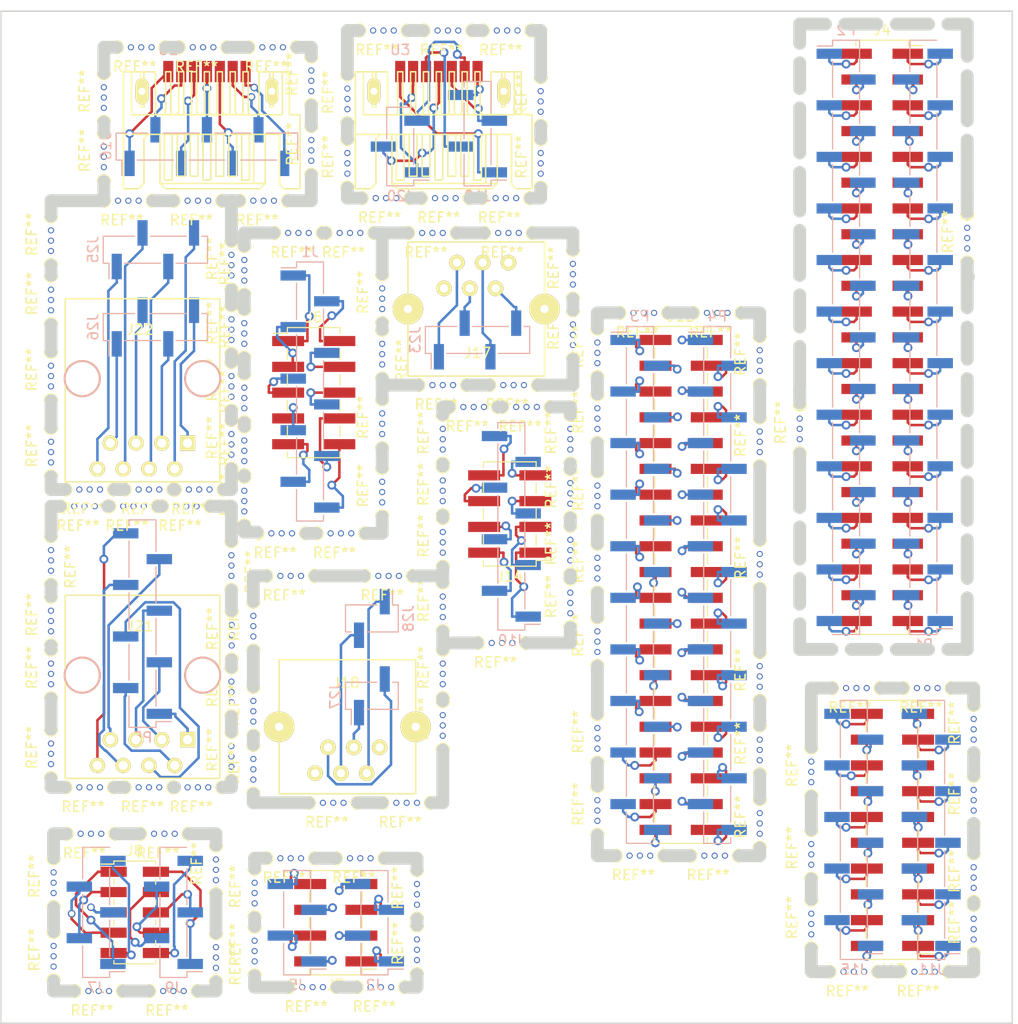
<source format=kicad_pcb>
(kicad_pcb (version 4) (host pcbnew 4.0.2-stable)
  (layers (0 F.Cu signal) (31 B.Cu signal) (34 B.Paste user) (35 F.Paste user) (36 B.SilkS user) (37 F.SilkS user) (38 B.Mask user) (39 F.Mask user) (44 Edge.Cuts user))
  (net 0 "")
  (net 1 P1_2x5_1x10_L)
  (net 2 P2_2x5_1x10_L)
  (net 3 P3_2x5_1x10_L)
  (net 4 P4_2x5_1x10_L)
  (net 5 P5_2x5_1x10_L)
  (net 6 P6_2x5_1x10_L)
  (net 7 P7_2x5_1x10_L)
  (net 8 P8_2x5_1x10_L)
  (net 9 P9_2x5_1x10_L)
  (net 10 P10_2x5_1x10_L)
  (net 11 "Net-(J2-Pad1)")
  (net 12 "Net-(J2-Pad2)")
  (net 13 "Net-(J2-Pad3)")
  (net 14 "Net-(J2-Pad4)")
  (net 15 "Net-(J3-Pad2)")
  (net 16 "Net-(J3-Pad4)")
  (net 17 "Net-(J3-Pad6)")
  (net 18 "Net-(J3-Pad8)")
  (net 19 "Net-(J4-Pad1)")
  (net 20 "Net-(J4-Pad2)")
  (net 21 "Net-(J4-Pad3)")
  (net 22 "Net-(J4-Pad4)")
  (net 23 "Net-(J4-Pad5)")
  (net 24 "Net-(J4-Pad6)")
  (net 25 "Net-(J4-Pad7)")
  (net 26 "Net-(J4-Pad8)")
  (net 27 "Net-(J4-Pad9)")
  (net 28 "Net-(J4-Pad10)")
  (net 29 "Net-(J4-Pad11)")
  (net 30 "Net-(J4-Pad12)")
  (net 31 "Net-(J4-Pad13)")
  (net 32 "Net-(J4-Pad14)")
  (net 33 "Net-(J4-Pad15)")
  (net 34 "Net-(J4-Pad16)")
  (net 35 "Net-(J4-Pad17)")
  (net 36 "Net-(J4-Pad18)")
  (net 37 "Net-(J4-Pad19)")
  (net 38 "Net-(J4-Pad20)")
  (net 39 "Net-(J4-Pad21)")
  (net 40 "Net-(J4-Pad22)")
  (net 41 "Net-(J4-Pad23)")
  (net 42 "Net-(J4-Pad24)")
  (net 43 "Net-(J4-Pad25)")
  (net 44 "Net-(J4-Pad26)")
  (net 45 "Net-(J4-Pad27)")
  (net 46 "Net-(J4-Pad28)")
  (net 47 "Net-(J4-Pad29)")
  (net 48 "Net-(J4-Pad30)")
  (net 49 "Net-(J4-Pad31)")
  (net 50 "Net-(J4-Pad32)")
  (net 51 "Net-(J4-Pad33)")
  (net 52 "Net-(J4-Pad34)")
  (net 53 "Net-(J4-Pad35)")
  (net 54 "Net-(J4-Pad36)")
  (net 55 "Net-(J4-Pad37)")
  (net 56 "Net-(J4-Pad38)")
  (net 57 "Net-(J4-Pad39)")
  (net 58 "Net-(J4-Pad40)")
  (net 59 "Net-(J4-Pad41)")
  (net 60 "Net-(J4-Pad42)")
  (net 61 "Net-(J4-Pad43)")
  (net 62 "Net-(J4-Pad44)")
  (net 63 "Net-(J4-Pad45)")
  (net 64 "Net-(J4-Pad46)")
  (net 65 "Net-(J7-Pad1)")
  (net 66 "Net-(J7-Pad2)")
  (net 67 "Net-(J7-Pad3)")
  (net 68 "Net-(J7-Pad4)")
  (net 69 "Net-(J7-Pad5)")
  (net 70 "Net-(J8-Pad2)")
  (net 71 "Net-(J8-Pad4)")
  (net 72 "Net-(J8-Pad6)")
  (net 73 "Net-(J8-Pad8)")
  (net 74 "Net-(J8-Pad10)")
  (net 75 P1_2x4_1x8_L)
  (net 76 P2_2x4_1x8_L)
  (net 77 P3_2x4_1x8_L)
  (net 78 P4_2x4_1x8_L)
  (net 79 P5_2x4_1x8_L)
  (net 80 P6_2x4_1x8_L)
  (net 81 P7_2x4_1x8_L)
  (net 82 P8_2x4_1x8_L)
  (net 83 "Net-(J11-Pad1)")
  (net 84 "Net-(J11-Pad2)")
  (net 85 "Net-(J11-Pad3)")
  (net 86 "Net-(J11-Pad4)")
  (net 87 "Net-(J11-Pad5)")
  (net 88 "Net-(J11-Pad6)")
  (net 89 "Net-(J11-Pad7)")
  (net 90 "Net-(J11-Pad8)")
  (net 91 "Net-(J11-Pad9)")
  (net 92 "Net-(J11-Pad10)")
  (net 93 "Net-(J12-Pad1)")
  (net 94 "Net-(J12-Pad2)")
  (net 95 "Net-(J12-Pad3)")
  (net 96 "Net-(J12-Pad4)")
  (net 97 "Net-(J12-Pad5)")
  (net 98 "Net-(J12-Pad6)")
  (net 99 "Net-(J12-Pad7)")
  (net 100 "Net-(J12-Pad8)")
  (net 101 "Net-(J12-Pad9)")
  (net 102 "Net-(J12-Pad10)")
  (net 103 "Net-(J12-Pad11)")
  (net 104 "Net-(J12-Pad12)")
  (net 105 "Net-(J12-Pad13)")
  (net 106 "Net-(J12-Pad14)")
  (net 107 "Net-(J12-Pad15)")
  (net 108 "Net-(J12-Pad16)")
  (net 109 "Net-(J12-Pad17)")
  (net 110 "Net-(J12-Pad18)")
  (net 111 "Net-(J12-Pad19)")
  (net 112 "Net-(J12-Pad20)")
  (net 113 "Net-(J12-Pad21)")
  (net 114 "Net-(J12-Pad22)")
  (net 115 "Net-(J12-Pad23)")
  (net 116 "Net-(J12-Pad24)")
  (net 117 "Net-(J12-Pad25)")
  (net 118 "Net-(J12-Pad26)")
  (net 119 "Net-(J12-Pad27)")
  (net 120 "Net-(J12-Pad28)")
  (net 121 "Net-(J12-Pad29)")
  (net 122 "Net-(J12-Pad30)")
  (net 123 "Net-(J12-Pad31)")
  (net 124 "Net-(J12-Pad32)")
  (net 125 "Net-(J12-Pad33)")
  (net 126 "Net-(J12-Pad34)")
  (net 127 "Net-(J12-Pad35)")
  (net 128 "Net-(J12-Pad36)")
  (net 129 "Net-(J12-Pad37)")
  (net 130 "Net-(J12-Pad38)")
  (net 131 "Net-(J12-Pad39)")
  (net 132 "Net-(J12-Pad40)")
  (net 133 "Net-(J13-Pad2)")
  (net 134 "Net-(J13-Pad4)")
  (net 135 "Net-(J13-Pad6)")
  (net 136 "Net-(J13-Pad8)")
  (net 137 "Net-(J13-Pad10)")
  (net 138 "Net-(J13-Pad12)")
  (net 139 "Net-(J13-Pad14)")
  (net 140 "Net-(J13-Pad16)")
  (net 141 "Net-(J13-Pad18)")
  (net 142 "Net-(J13-Pad20)")
  (net 143 "Net-(J16-Pad1)")
  (net 144 "Net-(J16-Pad2)")
  (net 145 "Net-(J16-Pad3)")
  (net 146 "Net-(J16-Pad4)")
  (net 147 "Net-(J16-Pad5)")
  (net 148 "Net-(J16-Pad6)")
  (net 149 "Net-(J16-Pad7)")
  (net 150 "Net-(J19-Pad1)")
  (net 151 "Net-(J19-Pad2)")
  (net 152 "Net-(J19-Pad3)")
  (net 153 "Net-(J19-Pad4)")
  (net 154 "Net-(J20-Pad1)")
  (net 155 "Net-(J20-Pad2)")
  (net 156 "Net-(J20-Pad3)")
  (net 157 "Net-(J21-Pad1)")
  (net 158 "Net-(J21-Pad2)")
  (net 159 "Net-(J21-Pad3)")
  (net 160 "Net-(J21-Pad4)")
  (net 161 "Net-(J21-Pad5)")
  (net 162 "Net-(J21-Pad6)")
  (net 163 "Net-(J21-Pad7)")
  (net 164 "Net-(J21-Pad8)")
  (net 165 "Net-(J22-Pad1)")
  (net 166 "Net-(J22-Pad2)")
  (net 167 "Net-(J22-Pad3)")
  (net 168 "Net-(J22-Pad4)")
  (net 169 "Net-(J22-Pad5)")
  (net 170 "Net-(J22-Pad6)")
  (net 171 "Net-(J22-Pad7)")
  (net 172 "Net-(J22-Pad8)")
  (net 173 "Net-(J17-Pad4)")
  (net 174 "Net-(J17-Pad2)")
  (net 175 "Net-(J17-Pad6)")
  (net 176 "Net-(J17-Pad1)")
  (net 177 "Net-(J17-Pad3)")
  (net 178 "Net-(J17-Pad5)")
  (net 179 "Net-(J17-Pad8)")
  (net 180 "Net-(J17-Pad7)")
  (net 181 "Net-(J18-Pad4)")
  (net 182 "Net-(J18-Pad2)")
  (net 183 "Net-(J18-Pad6)")
  (net 184 "Net-(J18-Pad1)")
  (net 185 "Net-(J18-Pad3)")
  (net 186 "Net-(J18-Pad5)")
  (net 187 "Net-(J18-Pad8)")
  (net 188 "Net-(J18-Pad7)")
  (module Connect:RJ45_8 (layer F.Cu) (at 140.97 92.71 180)
    (fp_text reference J21 (at 0.254 4.826 180) (layer F.SilkS))
    (fp_text value RJ45_8)
    (pad Hole np_thru_hole circle (at 5.93852 0 180) (size 3.64998 3.64998) (drill 3.2512) (layers *.Cu *.SilkS *.Mask))
    (pad Hole np_thru_hole circle (at -5.9309 0 180) (size 3.64998 3.64998) (drill 3.2512) (layers *.Cu *.SilkS *.Mask))
    (pad 1 thru_hole rect (at -4.445 -6.35 180) (size 1.50114 1.50114) (drill 0.89916) (layers *.Cu *.Mask F.SilkS) (net 157 "Net-(J21-Pad1)"))
    (pad 2 thru_hole circle (at -3.175 -8.89 180) (size 1.50114 1.50114) (drill 0.89916) (layers *.Cu *.Mask F.SilkS) (net 158 "Net-(J21-Pad2)"))
    (pad 3 thru_hole circle (at -1.905 -6.35 180) (size 1.50114 1.50114) (drill 0.89916) (layers *.Cu *.Mask F.SilkS) (net 159 "Net-(J21-Pad3)"))
    (pad 4 thru_hole circle (at -0.635 -8.89 180) (size 1.50114 1.50114) (drill 0.89916) (layers *.Cu *.Mask F.SilkS) (net 160 "Net-(J21-Pad4)"))
    (pad 5 thru_hole circle (at 0.635 -6.35 180) (size 1.50114 1.50114) (drill 0.89916) (layers *.Cu *.Mask F.SilkS) (net 161 "Net-(J21-Pad5)"))
    (pad 6 thru_hole circle (at 1.905 -8.89 180) (size 1.50114 1.50114) (drill 0.89916) (layers *.Cu *.Mask F.SilkS) (net 162 "Net-(J21-Pad6)"))
    (pad 7 thru_hole circle (at 3.175 -6.35 180) (size 1.50114 1.50114) (drill 0.89916) (layers *.Cu *.Mask F.SilkS) (net 163 "Net-(J21-Pad7)"))
    (pad 8 thru_hole circle (at 4.445 -8.89 180) (size 1.50114 1.50114) (drill 0.89916) (layers *.Cu *.Mask F.SilkS) (net 164 "Net-(J21-Pad8)"))
  )
  (module Connect:RJ45_8 (layer F.Cu) (at 140.97 63.5 180)
    (fp_text reference J22 (at 0.254 4.826 180) (layer F.SilkS))
    (fp_text value RJ45_8)
    (pad Hole np_thru_hole circle (at 5.93852 0 180) (size 3.64998 3.64998) (drill 3.2512) (layers *.Cu *.SilkS *.Mask))
    (pad Hole np_thru_hole circle (at -5.9309 0 180) (size 3.64998 3.64998) (drill 3.2512) (layers *.Cu *.SilkS *.Mask))
    (pad 1 thru_hole rect (at -4.445 -6.35 180) (size 1.50114 1.50114) (drill 0.89916) (layers *.Cu *.Mask F.SilkS) (net 165 "Net-(J22-Pad1)"))
    (pad 2 thru_hole circle (at -3.175 -8.89 180) (size 1.50114 1.50114) (drill 0.89916) (layers *.Cu *.Mask F.SilkS) (net 166 "Net-(J22-Pad2)"))
    (pad 3 thru_hole circle (at -1.905 -6.35 180) (size 1.50114 1.50114) (drill 0.89916) (layers *.Cu *.Mask F.SilkS) (net 167 "Net-(J22-Pad3)"))
    (pad 4 thru_hole circle (at -0.635 -8.89 180) (size 1.50114 1.50114) (drill 0.89916) (layers *.Cu *.Mask F.SilkS) (net 168 "Net-(J22-Pad4)"))
    (pad 5 thru_hole circle (at 0.635 -6.35 180) (size 1.50114 1.50114) (drill 0.89916) (layers *.Cu *.Mask F.SilkS) (net 169 "Net-(J22-Pad5)"))
    (pad 6 thru_hole circle (at 1.905 -8.89 180) (size 1.50114 1.50114) (drill 0.89916) (layers *.Cu *.Mask F.SilkS) (net 170 "Net-(J22-Pad6)"))
    (pad 7 thru_hole circle (at 3.175 -6.35 180) (size 1.50114 1.50114) (drill 0.89916) (layers *.Cu *.Mask F.SilkS) (net 171 "Net-(J22-Pad7)"))
    (pad 8 thru_hole circle (at 4.445 -8.89 180) (size 1.50114 1.50114) (drill 0.89916) (layers *.Cu *.Mask F.SilkS) (net 172 "Net-(J22-Pad8)"))
  )
  (module Connect:RJ12_E (layer F.Cu) (at 173.99 60.96)
    (fp_text reference J17 (at 0 0) (layer F.SilkS))
    (fp_text value RJ12)
    (pad 4 thru_hole circle (at 0.508 -8.89) (size 1.524 1.524) (drill 0.8128) (layers *.Cu *.Mask F.SilkS) (net 173 "Net-(J17-Pad4)"))
    (pad 2 thru_hole circle (at -2.032 -8.89) (size 1.524 1.524) (drill 0.8128) (layers *.Cu *.Mask F.SilkS) (net 174 "Net-(J17-Pad2)"))
    (pad 6 thru_hole circle (at 3.048 -8.89) (size 1.524 1.524) (drill 0.8128) (layers *.Cu *.Mask F.SilkS) (net 175 "Net-(J17-Pad6)"))
    (pad 1 thru_hole circle (at -3.302 -6.35) (size 1.524 1.524) (drill 0.8128) (layers *.Cu *.Mask F.SilkS) (net 176 "Net-(J17-Pad1)"))
    (pad 3 thru_hole circle (at -0.762 -6.35) (size 1.524 1.524) (drill 0.8128) (layers *.Cu *.Mask F.SilkS) (net 177 "Net-(J17-Pad3)"))
    (pad 5 thru_hole circle (at 1.778 -6.35) (size 1.524 1.524) (drill 0.8128) (layers *.Cu *.Mask F.SilkS) (net 178 "Net-(J17-Pad5)"))
    (pad 8 thru_hole circle (at 6.604 -4.318) (size 2.99974 2.99974) (drill 0.8128) (layers *.Cu *.Mask F.SilkS) (net 179 "Net-(J17-Pad8)"))
    (pad 7 thru_hole circle (at -6.858 -4.318) (size 2.99974 2.99974) (drill 0.8128) (layers *.Cu *.Mask F.SilkS) (net 180 "Net-(J17-Pad7)"))
  )
  (module Connect:RJ12_E (layer F.Cu) (at 161.036 93.472 180)
    (fp_text reference J18 (at 0 0 180) (layer F.SilkS))
    (fp_text value RJ12)
    (pad 4 thru_hole circle (at 0.508 -8.89 180) (size 1.524 1.524) (drill 0.8128) (layers *.Cu *.Mask F.SilkS) (net 181 "Net-(J18-Pad4)"))
    (pad 2 thru_hole circle (at -2.032 -8.89 180) (size 1.524 1.524) (drill 0.8128) (layers *.Cu *.Mask F.SilkS) (net 182 "Net-(J18-Pad2)"))
    (pad 6 thru_hole circle (at 3.048 -8.89 180) (size 1.524 1.524) (drill 0.8128) (layers *.Cu *.Mask F.SilkS) (net 183 "Net-(J18-Pad6)"))
    (pad 1 thru_hole circle (at -3.302 -6.35 180) (size 1.524 1.524) (drill 0.8128) (layers *.Cu *.Mask F.SilkS) (net 184 "Net-(J18-Pad1)"))
    (pad 3 thru_hole circle (at -0.762 -6.35 180) (size 1.524 1.524) (drill 0.8128) (layers *.Cu *.Mask F.SilkS) (net 185 "Net-(J18-Pad3)"))
    (pad 5 thru_hole circle (at 1.778 -6.35 180) (size 1.524 1.524) (drill 0.8128) (layers *.Cu *.Mask F.SilkS) (net 186 "Net-(J18-Pad5)"))
    (pad 8 thru_hole circle (at 6.604 -4.318 180) (size 2.99974 2.99974) (drill 0.8128) (layers *.Cu *.Mask F.SilkS) (net 187 "Net-(J18-Pad8)"))
    (pad 7 thru_hole circle (at -6.858 -4.318 180) (size 2.99974 2.99974) (drill 0.8128) (layers *.Cu *.Mask F.SilkS) (net 188 "Net-(J18-Pad7)"))
  )
  (module Connect:SATA-7_SMD (layer F.Cu) (at 147.32 44.45)
    (fp_text reference U1 (at -3.81 -13.335) (layer B.SilkS))
    (fp_text value SATA_data)
    (pad 1 smd rect (at -3.81 -11.19886) (size 0.99822 2.09804) (layers F.Cu F.Paste F.Mask) (net 143 "Net-(J16-Pad1)"))
    (pad 2 smd rect (at -2.54 -11.19886) (size 0.99822 2.09804) (layers F.Cu F.Paste F.Mask) (net 144 "Net-(J16-Pad2)"))
    (pad 3 smd rect (at -1.27 -11.19886) (size 0.99822 2.09804) (layers F.Cu F.Paste F.Mask) (net 145 "Net-(J16-Pad3)"))
    (pad 4 smd rect (at 0 -11.19886) (size 0.99822 2.09804) (layers F.Cu F.Paste F.Mask) (net 146 "Net-(J16-Pad4)"))
    (pad 5 smd rect (at 1.27 -11.19886) (size 0.99822 2.09804) (layers F.Cu F.Paste F.Mask) (net 147 "Net-(J16-Pad5)"))
    (pad 6 smd rect (at 2.54 -11.19886) (size 0.99822 2.09804) (layers F.Cu F.Paste F.Mask) (net 148 "Net-(J16-Pad6)"))
    (pad 7 smd rect (at 3.81 -11.19886) (size 0.99822 2.09804) (layers F.Cu F.Paste F.Mask) (net 149 "Net-(J16-Pad7)"))
    (pad M1 thru_hole oval (at -6.39826 -9.24814) (size 1.27 2.54) (drill 0.6985) (layers *.Cu F.Paste F.SilkS F.Mask))
    (pad M2 thru_hole oval (at 6.39826 -9.24814) (size 1.27 2.54) (drill 0.6985) (layers *.Cu F.Paste F.SilkS F.Mask))
  )
  (module Connect:SATA-7_SMD (layer F.Cu) (at 170.18 44.45)
    (fp_text reference U3 (at -3.81 -13.335) (layer B.SilkS))
    (fp_text value SATA_data)
    (pad 1 smd rect (at -3.81 -11.19886) (size 0.99822 2.09804) (layers F.Cu F.Paste F.Mask) (net 150 "Net-(J19-Pad1)"))
    (pad 2 smd rect (at -2.54 -11.19886) (size 0.99822 2.09804) (layers F.Cu F.Paste F.Mask) (net 154 "Net-(J20-Pad1)"))
    (pad 3 smd rect (at -1.27 -11.19886) (size 0.99822 2.09804) (layers F.Cu F.Paste F.Mask) (net 151 "Net-(J19-Pad2)"))
    (pad 4 smd rect (at 0 -11.19886) (size 0.99822 2.09804) (layers F.Cu F.Paste F.Mask) (net 155 "Net-(J20-Pad2)"))
    (pad 5 smd rect (at 1.27 -11.19886) (size 0.99822 2.09804) (layers F.Cu F.Paste F.Mask) (net 152 "Net-(J19-Pad3)"))
    (pad 6 smd rect (at 2.54 -11.19886) (size 0.99822 2.09804) (layers F.Cu F.Paste F.Mask) (net 156 "Net-(J20-Pad3)"))
    (pad 7 smd rect (at 3.81 -11.19886) (size 0.99822 2.09804) (layers F.Cu F.Paste F.Mask) (net 153 "Net-(J19-Pad4)"))
    (pad M1 thru_hole oval (at -6.39826 -9.24814) (size 1.27 2.54) (drill 0.6985) (layers *.Cu F.Paste F.SilkS F.Mask))
    (pad M2 thru_hole oval (at 6.39826 -9.24814) (size 1.27 2.54) (drill 0.6985) (layers *.Cu F.Paste F.SilkS F.Mask))
  )
  (module "CtBconnectors:mouse bite" (layer F.Cu) (at 194.183 57.023 90)
    (fp_text reference REF** (at -1.905 2.794 180) (layer F.SilkS))
    (fp_text value "mouse bite")
    (pad "" np_thru_hole circle (at 0 4.445 90) (size 0.6 0.6) (drill 0.4) (layers *.Cu *.Mask))
    (pad "" np_thru_hole circle (at 0 3.429 90) (size 0.6 0.6) (drill 0.4) (layers *.Cu *.Mask))
    (pad "" np_thru_hole circle (at 0 2.413 90) (size 0.6 0.6) (drill 0.4) (layers *.Cu *.Mask))
  )
  (module "CtBconnectors:mouse bite" (layer F.Cu) (at 183.388 49.784)
    (fp_text reference REF** (at -1.905 2.794 90) (layer F.SilkS))
    (fp_text value "mouse bite")
    (pad "" np_thru_hole circle (at 0 4.445) (size 0.6 0.6) (drill 0.4) (layers *.Cu *.Mask))
    (pad "" np_thru_hole circle (at 0 3.429) (size 0.6 0.6) (drill 0.4) (layers *.Cu *.Mask))
    (pad "" np_thru_hole circle (at 0 2.413) (size 0.6 0.6) (drill 0.4) (layers *.Cu *.Mask))
  )
  (module "CtBconnectors:mouse bite" (layer F.Cu) (at 183.134 76.962)
    (fp_text reference REF** (at -1.905 2.794 90) (layer F.SilkS))
    (fp_text value "mouse bite")
    (pad "" np_thru_hole circle (at 0 4.445) (size 0.6 0.6) (drill 0.4) (layers *.Cu *.Mask))
    (pad "" np_thru_hole circle (at 0 3.429) (size 0.6 0.6) (drill 0.4) (layers *.Cu *.Mask))
    (pad "" np_thru_hole circle (at 0 2.413) (size 0.6 0.6) (drill 0.4) (layers *.Cu *.Mask))
  )
  (module Pin_Headers:Pin_Header_Straight_1x10_Pitch2.54mm_SMD_Pin1Right (layer B.Cu) (at 157.48 64.77 180)
    (fp_text reference J1 (at 0 13.76 180) (layer B.SilkS) (effects (justify mirror)))
    (fp_text value Conn_01x10_Male)
    (pad 2 smd rect (at -1.655 8.89 180) (size 2.51 1) (layers B.Cu B.Paste B.Mask) (net 2 P2_2x5_1x10_L))
    (pad 4 smd rect (at -1.655 3.81 180) (size 2.51 1) (layers B.Cu B.Paste B.Mask) (net 4 P4_2x5_1x10_L))
    (pad 6 smd rect (at -1.655 -1.27 180) (size 2.51 1) (layers B.Cu B.Paste B.Mask) (net 6 P6_2x5_1x10_L))
    (pad 8 smd rect (at -1.655 -6.35 180) (size 2.51 1) (layers B.Cu B.Paste B.Mask) (net 8 P8_2x5_1x10_L))
    (pad 10 smd rect (at -1.655 -11.43 180) (size 2.51 1) (layers B.Cu B.Paste B.Mask) (net 10 P10_2x5_1x10_L))
    (pad 1 smd rect (at 1.655 11.43 180) (size 2.51 1) (layers B.Cu B.Paste B.Mask) (net 1 P1_2x5_1x10_L))
    (pad 3 smd rect (at 1.655 6.35 180) (size 2.51 1) (layers B.Cu B.Paste B.Mask) (net 3 P3_2x5_1x10_L))
    (pad 5 smd rect (at 1.655 1.27 180) (size 2.51 1) (layers B.Cu B.Paste B.Mask) (net 5 P5_2x5_1x10_L))
    (pad 7 smd rect (at 1.655 -3.81 180) (size 2.51 1) (layers B.Cu B.Paste B.Mask) (net 7 P7_2x5_1x10_L))
    (pad 9 smd rect (at 1.655 -8.89 180) (size 2.51 1) (layers B.Cu B.Paste B.Mask) (net 9 P9_2x5_1x10_L))
  )
  (module Pin_Headers:Pin_Header_Straight_1x04_Pitch2.54mm_SMD_Pin1Right (layer B.Cu) (at 163.83 117.094)
    (fp_text reference J2 (at 0 6.14) (layer B.SilkS) (effects (justify mirror)))
    (fp_text value Conn_01x04_Male_Odd)
    (pad 2 smd rect (at -1.655 1.27) (size 2.51 1) (layers B.Cu B.Paste B.Mask) (net 12 "Net-(J2-Pad2)"))
    (pad 4 smd rect (at -1.655 -3.81) (size 2.51 1) (layers B.Cu B.Paste B.Mask) (net 14 "Net-(J2-Pad4)"))
    (pad 1 smd rect (at 1.655 3.81) (size 2.51 1) (layers B.Cu B.Paste B.Mask) (net 11 "Net-(J2-Pad1)"))
    (pad 3 smd rect (at 1.655 -1.27) (size 2.51 1) (layers B.Cu B.Paste B.Mask) (net 13 "Net-(J2-Pad3)"))
  )
  (module Pin_Headers:Pin_Header_Straight_2x04_Pitch2.54mm_SMD (layer F.Cu) (at 160.02 117.094 180)
    (fp_text reference J3 (at 0 -6.14 180) (layer F.SilkS))
    (fp_text value Conn_02x04_Odd_Even)
    (pad 1 smd rect (at -2.525 -3.81 180) (size 3.15 1) (layers F.Cu F.Paste F.Mask) (net 11 "Net-(J2-Pad1)"))
    (pad 2 smd rect (at 2.525 -3.81 180) (size 3.15 1) (layers F.Cu F.Paste F.Mask) (net 15 "Net-(J3-Pad2)"))
    (pad 3 smd rect (at -2.525 -1.27 180) (size 3.15 1) (layers F.Cu F.Paste F.Mask) (net 12 "Net-(J2-Pad2)"))
    (pad 4 smd rect (at 2.525 -1.27 180) (size 3.15 1) (layers F.Cu F.Paste F.Mask) (net 16 "Net-(J3-Pad4)"))
    (pad 5 smd rect (at -2.525 1.27 180) (size 3.15 1) (layers F.Cu F.Paste F.Mask) (net 13 "Net-(J2-Pad3)"))
    (pad 6 smd rect (at 2.525 1.27 180) (size 3.15 1) (layers F.Cu F.Paste F.Mask) (net 17 "Net-(J3-Pad6)"))
    (pad 7 smd rect (at -2.525 3.81 180) (size 3.15 1) (layers F.Cu F.Paste F.Mask) (net 14 "Net-(J2-Pad4)"))
    (pad 8 smd rect (at 2.525 3.81 180) (size 3.15 1) (layers F.Cu F.Paste F.Mask) (net 18 "Net-(J3-Pad8)"))
  )
  (module Pin_Headers:Pin_Header_Straight_1x04_Pitch2.54mm_SMD_Pin1Right (layer B.Cu) (at 156.21 117.094)
    (fp_text reference J5 (at 0 6.14) (layer B.SilkS) (effects (justify mirror)))
    (fp_text value Conn_01x04_Male_Even)
    (pad 2 smd rect (at -1.655 1.27) (size 2.51 1) (layers B.Cu B.Paste B.Mask) (net 16 "Net-(J3-Pad4)"))
    (pad 4 smd rect (at -1.655 -3.81) (size 2.51 1) (layers B.Cu B.Paste B.Mask) (net 18 "Net-(J3-Pad8)"))
    (pad 1 smd rect (at 1.655 3.81) (size 2.51 1) (layers B.Cu B.Paste B.Mask) (net 15 "Net-(J3-Pad2)"))
    (pad 3 smd rect (at 1.655 -1.27) (size 2.51 1) (layers B.Cu B.Paste B.Mask) (net 17 "Net-(J3-Pad6)"))
  )
  (module Pin_Headers:Pin_Header_Straight_2x05_Pitch2.54mm_SMD (layer F.Cu) (at 157.847 64.879)
    (fp_text reference J6 (at 0 -7.41) (layer F.SilkS))
    (fp_text value Conn_02x05_Odd_Even)
    (pad 1 smd rect (at -2.525 -5.08) (size 3.15 1) (layers F.Cu F.Paste F.Mask) (net 1 P1_2x5_1x10_L))
    (pad 2 smd rect (at 2.525 -5.08) (size 3.15 1) (layers F.Cu F.Paste F.Mask) (net 2 P2_2x5_1x10_L))
    (pad 3 smd rect (at -2.525 -2.54) (size 3.15 1) (layers F.Cu F.Paste F.Mask) (net 3 P3_2x5_1x10_L))
    (pad 4 smd rect (at 2.525 -2.54) (size 3.15 1) (layers F.Cu F.Paste F.Mask) (net 4 P4_2x5_1x10_L))
    (pad 5 smd rect (at -2.525 0) (size 3.15 1) (layers F.Cu F.Paste F.Mask) (net 5 P5_2x5_1x10_L))
    (pad 6 smd rect (at 2.525 0) (size 3.15 1) (layers F.Cu F.Paste F.Mask) (net 6 P6_2x5_1x10_L))
    (pad 7 smd rect (at -2.525 2.54) (size 3.15 1) (layers F.Cu F.Paste F.Mask) (net 7 P7_2x5_1x10_L))
    (pad 8 smd rect (at 2.525 2.54) (size 3.15 1) (layers F.Cu F.Paste F.Mask) (net 8 P8_2x5_1x10_L))
    (pad 9 smd rect (at -2.525 5.08) (size 3.15 1) (layers F.Cu F.Paste F.Mask) (net 9 P9_2x5_1x10_L))
    (pad 10 smd rect (at 2.525 5.08) (size 3.15 1) (layers F.Cu F.Paste F.Mask) (net 10 P10_2x5_1x10_L))
  )
  (module Pin_Headers:Pin_Header_Straight_1x05_Pitch2.54mm_SMD_Pin1Right (layer B.Cu) (at 136.398 116.078)
    (fp_text reference J7 (at 0 7.41) (layer B.SilkS) (effects (justify mirror)))
    (fp_text value Conn_01x05_Male_Odd)
    (pad 2 smd rect (at -1.655 2.54) (size 2.51 1) (layers B.Cu B.Paste B.Mask) (net 66 "Net-(J7-Pad2)"))
    (pad 4 smd rect (at -1.655 -2.54) (size 2.51 1) (layers B.Cu B.Paste B.Mask) (net 68 "Net-(J7-Pad4)"))
    (pad 1 smd rect (at 1.655 5.08) (size 2.51 1) (layers B.Cu B.Paste B.Mask) (net 65 "Net-(J7-Pad1)"))
    (pad 3 smd rect (at 1.655 0) (size 2.51 1) (layers B.Cu B.Paste B.Mask) (net 67 "Net-(J7-Pad3)"))
    (pad 5 smd rect (at 1.655 -5.08) (size 2.51 1) (layers B.Cu B.Paste B.Mask) (net 69 "Net-(J7-Pad5)"))
  )
  (module Pin_Headers:Pin_Header_Straight_1x05_Pitch2.54mm_SMD_Pin1Right (layer B.Cu) (at 144.018 116.078)
    (fp_text reference J9 (at 0 7.41) (layer B.SilkS) (effects (justify mirror)))
    (fp_text value Conn_01x05_Male_Even)
    (pad 2 smd rect (at -1.655 2.54) (size 2.51 1) (layers B.Cu B.Paste B.Mask) (net 71 "Net-(J8-Pad4)"))
    (pad 4 smd rect (at -1.655 -2.54) (size 2.51 1) (layers B.Cu B.Paste B.Mask) (net 73 "Net-(J8-Pad8)"))
    (pad 1 smd rect (at 1.655 5.08) (size 2.51 1) (layers B.Cu B.Paste B.Mask) (net 70 "Net-(J8-Pad2)"))
    (pad 3 smd rect (at 1.655 0) (size 2.51 1) (layers B.Cu B.Paste B.Mask) (net 72 "Net-(J8-Pad6)"))
    (pad 5 smd rect (at 1.655 -5.08) (size 2.51 1) (layers B.Cu B.Paste B.Mask) (net 74 "Net-(J8-Pad10)"))
  )
  (module Pin_Headers:Pin_Header_Straight_1x08_Pitch2.54mm_SMD_Pin1Right (layer B.Cu) (at 177.323 78.05)
    (fp_text reference J10 (at 0 11.22) (layer B.SilkS) (effects (justify mirror)))
    (fp_text value Conn_01x08_Male)
    (pad 2 smd rect (at -1.655 6.35) (size 2.51 1) (layers B.Cu B.Paste B.Mask) (net 76 P2_2x4_1x8_L))
    (pad 4 smd rect (at -1.655 1.27) (size 2.51 1) (layers B.Cu B.Paste B.Mask) (net 78 P4_2x4_1x8_L))
    (pad 6 smd rect (at -1.655 -3.81) (size 2.51 1) (layers B.Cu B.Paste B.Mask) (net 80 P6_2x4_1x8_L))
    (pad 8 smd rect (at -1.655 -8.89) (size 2.51 1) (layers B.Cu B.Paste B.Mask) (net 82 P8_2x4_1x8_L))
    (pad 1 smd rect (at 1.655 8.89) (size 2.51 1) (layers B.Cu B.Paste B.Mask) (net 75 P1_2x4_1x8_L))
    (pad 3 smd rect (at 1.655 3.81) (size 2.51 1) (layers B.Cu B.Paste B.Mask) (net 77 P3_2x4_1x8_L))
    (pad 5 smd rect (at 1.655 -1.27) (size 2.51 1) (layers B.Cu B.Paste B.Mask) (net 79 P5_2x4_1x8_L))
    (pad 7 smd rect (at 1.655 -6.35) (size 2.51 1) (layers B.Cu B.Paste B.Mask) (net 81 P7_2x4_1x8_L))
  )
  (module Pin_Headers:Pin_Header_Straight_1x10_Pitch2.54mm_SMD_Pin1Right (layer B.Cu) (at 218.694 107.95)
    (fp_text reference J11 (at 0 13.76) (layer B.SilkS) (effects (justify mirror)))
    (fp_text value Conn_01x10_Male_Odd)
    (pad 2 smd rect (at -1.655 8.89) (size 2.51 1) (layers B.Cu B.Paste B.Mask) (net 84 "Net-(J11-Pad2)"))
    (pad 4 smd rect (at -1.655 3.81) (size 2.51 1) (layers B.Cu B.Paste B.Mask) (net 86 "Net-(J11-Pad4)"))
    (pad 6 smd rect (at -1.655 -1.27) (size 2.51 1) (layers B.Cu B.Paste B.Mask) (net 88 "Net-(J11-Pad6)"))
    (pad 8 smd rect (at -1.655 -6.35) (size 2.51 1) (layers B.Cu B.Paste B.Mask) (net 90 "Net-(J11-Pad8)"))
    (pad 10 smd rect (at -1.655 -11.43) (size 2.51 1) (layers B.Cu B.Paste B.Mask) (net 92 "Net-(J11-Pad10)"))
    (pad 1 smd rect (at 1.655 11.43) (size 2.51 1) (layers B.Cu B.Paste B.Mask) (net 83 "Net-(J11-Pad1)"))
    (pad 3 smd rect (at 1.655 6.35) (size 2.51 1) (layers B.Cu B.Paste B.Mask) (net 85 "Net-(J11-Pad3)"))
    (pad 5 smd rect (at 1.655 1.27) (size 2.51 1) (layers B.Cu B.Paste B.Mask) (net 87 "Net-(J11-Pad5)"))
    (pad 7 smd rect (at 1.655 -3.81) (size 2.51 1) (layers B.Cu B.Paste B.Mask) (net 89 "Net-(J11-Pad7)"))
    (pad 9 smd rect (at 1.655 -8.89) (size 2.51 1) (layers B.Cu B.Paste B.Mask) (net 91 "Net-(J11-Pad9)"))
  )
  (module Pin_Headers:Pin_Header_Straight_2x10_Pitch2.54mm_SMD (layer F.Cu) (at 214.884 107.95 180)
    (fp_text reference J13 (at 0 -13.76 180) (layer F.SilkS))
    (fp_text value Conn_02x10_Odd_Even)
    (pad 1 smd rect (at -2.525 -11.43 180) (size 3.15 1) (layers F.Cu F.Paste F.Mask) (net 83 "Net-(J11-Pad1)"))
    (pad 2 smd rect (at 2.525 -11.43 180) (size 3.15 1) (layers F.Cu F.Paste F.Mask) (net 133 "Net-(J13-Pad2)"))
    (pad 3 smd rect (at -2.525 -8.89 180) (size 3.15 1) (layers F.Cu F.Paste F.Mask) (net 84 "Net-(J11-Pad2)"))
    (pad 4 smd rect (at 2.525 -8.89 180) (size 3.15 1) (layers F.Cu F.Paste F.Mask) (net 134 "Net-(J13-Pad4)"))
    (pad 5 smd rect (at -2.525 -6.35 180) (size 3.15 1) (layers F.Cu F.Paste F.Mask) (net 85 "Net-(J11-Pad3)"))
    (pad 6 smd rect (at 2.525 -6.35 180) (size 3.15 1) (layers F.Cu F.Paste F.Mask) (net 135 "Net-(J13-Pad6)"))
    (pad 7 smd rect (at -2.525 -3.81 180) (size 3.15 1) (layers F.Cu F.Paste F.Mask) (net 86 "Net-(J11-Pad4)"))
    (pad 8 smd rect (at 2.525 -3.81 180) (size 3.15 1) (layers F.Cu F.Paste F.Mask) (net 136 "Net-(J13-Pad8)"))
    (pad 9 smd rect (at -2.525 -1.27 180) (size 3.15 1) (layers F.Cu F.Paste F.Mask) (net 87 "Net-(J11-Pad5)"))
    (pad 10 smd rect (at 2.525 -1.27 180) (size 3.15 1) (layers F.Cu F.Paste F.Mask) (net 137 "Net-(J13-Pad10)"))
    (pad 11 smd rect (at -2.525 1.27 180) (size 3.15 1) (layers F.Cu F.Paste F.Mask) (net 88 "Net-(J11-Pad6)"))
    (pad 12 smd rect (at 2.525 1.27 180) (size 3.15 1) (layers F.Cu F.Paste F.Mask) (net 138 "Net-(J13-Pad12)"))
    (pad 13 smd rect (at -2.525 3.81 180) (size 3.15 1) (layers F.Cu F.Paste F.Mask) (net 89 "Net-(J11-Pad7)"))
    (pad 14 smd rect (at 2.525 3.81 180) (size 3.15 1) (layers F.Cu F.Paste F.Mask) (net 139 "Net-(J13-Pad14)"))
    (pad 15 smd rect (at -2.525 6.35 180) (size 3.15 1) (layers F.Cu F.Paste F.Mask) (net 90 "Net-(J11-Pad8)"))
    (pad 16 smd rect (at 2.525 6.35 180) (size 3.15 1) (layers F.Cu F.Paste F.Mask) (net 140 "Net-(J13-Pad16)"))
    (pad 17 smd rect (at -2.525 8.89 180) (size 3.15 1) (layers F.Cu F.Paste F.Mask) (net 91 "Net-(J11-Pad9)"))
    (pad 18 smd rect (at 2.525 8.89 180) (size 3.15 1) (layers F.Cu F.Paste F.Mask) (net 141 "Net-(J13-Pad18)"))
    (pad 19 smd rect (at -2.525 11.43 180) (size 3.15 1) (layers F.Cu F.Paste F.Mask) (net 92 "Net-(J11-Pad10)"))
    (pad 20 smd rect (at 2.525 11.43 180) (size 3.15 1) (layers F.Cu F.Paste F.Mask) (net 142 "Net-(J13-Pad20)"))
  )
  (module Pin_Headers:Pin_Header_Straight_2x04_Pitch2.54mm_SMD (layer F.Cu) (at 177.165 76.835 180)
    (fp_text reference J14 (at 0 -6.14 180) (layer F.SilkS))
    (fp_text value Conn_02x04_Odd_Even)
    (pad 1 smd rect (at -2.525 -3.81 180) (size 3.15 1) (layers F.Cu F.Paste F.Mask) (net 75 P1_2x4_1x8_L))
    (pad 2 smd rect (at 2.525 -3.81 180) (size 3.15 1) (layers F.Cu F.Paste F.Mask) (net 76 P2_2x4_1x8_L))
    (pad 3 smd rect (at -2.525 -1.27 180) (size 3.15 1) (layers F.Cu F.Paste F.Mask) (net 77 P3_2x4_1x8_L))
    (pad 4 smd rect (at 2.525 -1.27 180) (size 3.15 1) (layers F.Cu F.Paste F.Mask) (net 78 P4_2x4_1x8_L))
    (pad 5 smd rect (at -2.525 1.27 180) (size 3.15 1) (layers F.Cu F.Paste F.Mask) (net 79 P5_2x4_1x8_L))
    (pad 6 smd rect (at 2.525 1.27 180) (size 3.15 1) (layers F.Cu F.Paste F.Mask) (net 80 P6_2x4_1x8_L))
    (pad 7 smd rect (at -2.525 3.81 180) (size 3.15 1) (layers F.Cu F.Paste F.Mask) (net 81 P7_2x4_1x8_L))
    (pad 8 smd rect (at 2.525 3.81 180) (size 3.15 1) (layers F.Cu F.Paste F.Mask) (net 82 P8_2x4_1x8_L))
  )
  (module Pin_Headers:Pin_Header_Straight_1x10_Pitch2.54mm_SMD_Pin1Right (layer B.Cu) (at 211.074 107.95)
    (fp_text reference J15 (at 0 13.76) (layer B.SilkS) (effects (justify mirror)))
    (fp_text value Conn_01x10_Male_Even)
    (pad 2 smd rect (at -1.655 8.89) (size 2.51 1) (layers B.Cu B.Paste B.Mask) (net 134 "Net-(J13-Pad4)"))
    (pad 4 smd rect (at -1.655 3.81) (size 2.51 1) (layers B.Cu B.Paste B.Mask) (net 136 "Net-(J13-Pad8)"))
    (pad 6 smd rect (at -1.655 -1.27) (size 2.51 1) (layers B.Cu B.Paste B.Mask) (net 138 "Net-(J13-Pad12)"))
    (pad 8 smd rect (at -1.655 -6.35) (size 2.51 1) (layers B.Cu B.Paste B.Mask) (net 140 "Net-(J13-Pad16)"))
    (pad 10 smd rect (at -1.655 -11.43) (size 2.51 1) (layers B.Cu B.Paste B.Mask) (net 142 "Net-(J13-Pad20)"))
    (pad 1 smd rect (at 1.655 11.43) (size 2.51 1) (layers B.Cu B.Paste B.Mask) (net 133 "Net-(J13-Pad2)"))
    (pad 3 smd rect (at 1.655 6.35) (size 2.51 1) (layers B.Cu B.Paste B.Mask) (net 135 "Net-(J13-Pad6)"))
    (pad 5 smd rect (at 1.655 1.27) (size 2.51 1) (layers B.Cu B.Paste B.Mask) (net 137 "Net-(J13-Pad10)"))
    (pad 7 smd rect (at 1.655 -3.81) (size 2.51 1) (layers B.Cu B.Paste B.Mask) (net 139 "Net-(J13-Pad14)"))
    (pad 9 smd rect (at 1.655 -8.89) (size 2.51 1) (layers B.Cu B.Paste B.Mask) (net 141 "Net-(J13-Pad18)"))
  )
  (module Pin_Headers:Pin_Header_Straight_1x07_Pitch2.54mm_SMD_Pin1Right (layer B.Cu) (at 147.32 40.64 270)
    (fp_text reference J16 (at 0 9.95 270) (layer B.SilkS) (effects (justify mirror)))
    (fp_text value Conn_01x07_Male)
    (pad 2 smd rect (at -1.655 5.08 270) (size 2.51 1) (layers B.Cu B.Paste B.Mask) (net 144 "Net-(J16-Pad2)"))
    (pad 4 smd rect (at -1.655 0 270) (size 2.51 1) (layers B.Cu B.Paste B.Mask) (net 146 "Net-(J16-Pad4)"))
    (pad 6 smd rect (at -1.655 -5.08 270) (size 2.51 1) (layers B.Cu B.Paste B.Mask) (net 148 "Net-(J16-Pad6)"))
    (pad 1 smd rect (at 1.655 7.62 270) (size 2.51 1) (layers B.Cu B.Paste B.Mask) (net 143 "Net-(J16-Pad1)"))
    (pad 3 smd rect (at 1.655 2.54 270) (size 2.51 1) (layers B.Cu B.Paste B.Mask) (net 145 "Net-(J16-Pad3)"))
    (pad 5 smd rect (at 1.655 -2.54 270) (size 2.51 1) (layers B.Cu B.Paste B.Mask) (net 147 "Net-(J16-Pad5)"))
    (pad 7 smd rect (at 1.655 -7.62 270) (size 2.51 1) (layers B.Cu B.Paste B.Mask) (net 149 "Net-(J16-Pad7)"))
  )
  (module Pin_Headers:Pin_Header_Straight_1x04_Pitch2.54mm_SMD_Pin1Right (layer B.Cu) (at 173.99 39.37)
    (fp_text reference J19 (at 0 6.14) (layer B.SilkS) (effects (justify mirror)))
    (fp_text value Conn_01x04_Male_Odd)
    (pad 2 smd rect (at -1.655 1.27) (size 2.51 1) (layers B.Cu B.Paste B.Mask) (net 151 "Net-(J19-Pad2)"))
    (pad 4 smd rect (at -1.655 -3.81) (size 2.51 1) (layers B.Cu B.Paste B.Mask) (net 153 "Net-(J19-Pad4)"))
    (pad 1 smd rect (at 1.655 3.81) (size 2.51 1) (layers B.Cu B.Paste B.Mask) (net 150 "Net-(J19-Pad1)"))
    (pad 3 smd rect (at 1.655 -1.27) (size 2.51 1) (layers B.Cu B.Paste B.Mask) (net 152 "Net-(J19-Pad3)"))
  )
  (module Pin_Headers:Pin_Header_Straight_1x03_Pitch2.54mm_SMD_Pin1Right (layer B.Cu) (at 166.37 40.64)
    (fp_text reference J20 (at 0 4.87) (layer B.SilkS) (effects (justify mirror)))
    (fp_text value Conn_01x03_Male_Even)
    (pad 2 smd rect (at -1.655 0) (size 2.51 1) (layers B.Cu B.Paste B.Mask) (net 155 "Net-(J20-Pad2)"))
    (pad 1 smd rect (at 1.655 2.54) (size 2.51 1) (layers B.Cu B.Paste B.Mask) (net 154 "Net-(J20-Pad1)"))
    (pad 3 smd rect (at 1.655 -2.54) (size 2.51 1) (layers B.Cu B.Paste B.Mask) (net 156 "Net-(J20-Pad3)"))
  )
  (module Pin_Headers:Pin_Header_Straight_1x04_Pitch2.54mm_SMD_Pin1Right (layer B.Cu) (at 173.99 59.69 270)
    (fp_text reference J23 (at 0 6.14 270) (layer B.SilkS) (effects (justify mirror)))
    (fp_text value Conn_01x04_Male)
    (pad 2 smd rect (at -1.655 1.27 270) (size 2.51 1) (layers B.Cu B.Paste B.Mask) (net 177 "Net-(J17-Pad3)"))
    (pad 4 smd rect (at -1.655 -3.81 270) (size 2.51 1) (layers B.Cu B.Paste B.Mask) (net 178 "Net-(J17-Pad5)"))
    (pad 1 smd rect (at 1.655 3.81 270) (size 2.51 1) (layers B.Cu B.Paste B.Mask) (net 174 "Net-(J17-Pad2)"))
    (pad 3 smd rect (at 1.655 -1.27 270) (size 2.51 1) (layers B.Cu B.Paste B.Mask) (net 173 "Net-(J17-Pad4)"))
  )
  (module Pin_Headers:Pin_Header_Straight_1x04_Pitch2.54mm_SMD_Pin1Right (layer B.Cu) (at 142.24 50.8 270)
    (fp_text reference J25 (at 0 6.14 270) (layer B.SilkS) (effects (justify mirror)))
    (fp_text value Conn_01x04_Male_Odd)
    (pad 2 smd rect (at -1.655 1.27 270) (size 2.51 1) (layers B.Cu B.Paste B.Mask) (net 170 "Net-(J22-Pad6)"))
    (pad 4 smd rect (at -1.655 -3.81 270) (size 2.51 1) (layers B.Cu B.Paste B.Mask) (net 166 "Net-(J22-Pad2)"))
    (pad 1 smd rect (at 1.655 3.81 270) (size 2.51 1) (layers B.Cu B.Paste B.Mask) (net 172 "Net-(J22-Pad8)"))
    (pad 3 smd rect (at 1.655 -1.27 270) (size 2.51 1) (layers B.Cu B.Paste B.Mask) (net 168 "Net-(J22-Pad4)"))
  )
  (module Pin_Headers:Pin_Header_Straight_1x04_Pitch2.54mm_SMD_Pin1Right (layer B.Cu) (at 142.24 58.42 270)
    (fp_text reference J26 (at 0 6.14 270) (layer B.SilkS) (effects (justify mirror)))
    (fp_text value Conn_01x04_Male_Even)
    (pad 2 smd rect (at -1.655 1.27 270) (size 2.51 1) (layers B.Cu B.Paste B.Mask) (net 169 "Net-(J22-Pad5)"))
    (pad 4 smd rect (at -1.655 -3.81 270) (size 2.51 1) (layers B.Cu B.Paste B.Mask) (net 165 "Net-(J22-Pad1)"))
    (pad 1 smd rect (at 1.655 3.81 270) (size 2.51 1) (layers B.Cu B.Paste B.Mask) (net 171 "Net-(J22-Pad7)"))
    (pad 3 smd rect (at 1.655 -1.27 270) (size 2.51 1) (layers B.Cu B.Paste B.Mask) (net 167 "Net-(J22-Pad3)"))
  )
  (module Pin_Headers:Pin_Header_Straight_1x02_Pitch2.54mm_SMD_Pin1Right (layer B.Cu) (at 163.576 94.742 270)
    (fp_text reference J27 (at 0 3.6 270) (layer B.SilkS) (effects (justify mirror)))
    (fp_text value Conn_01x02_Male_Even)
    (pad 2 smd rect (at -1.655 -1.27 270) (size 2.51 1) (layers B.Cu B.Paste B.Mask) (net 186 "Net-(J18-Pad5)"))
    (pad 1 smd rect (at 1.655 1.27 270) (size 2.51 1) (layers B.Cu B.Paste B.Mask) (net 185 "Net-(J18-Pad3)"))
  )
  (module Pin_Headers:Pin_Header_Straight_1x02_Pitch2.54mm_SMD_Pin1Right (layer B.Cu) (at 163.576 87.122 90)
    (fp_text reference J28 (at 0 3.6 90) (layer B.SilkS) (effects (justify mirror)))
    (fp_text value Conn_01x02_Male_Odd)
    (pad 2 smd rect (at -1.655 -1.27 90) (size 2.51 1) (layers B.Cu B.Paste B.Mask) (net 181 "Net-(J18-Pad4)"))
    (pad 1 smd rect (at 1.655 1.27 90) (size 2.51 1) (layers B.Cu B.Paste B.Mask) (net 182 "Net-(J18-Pad2)"))
  )
  (module Pin_Headers:Pin_Header_Straight_1x08_Pitch2.54mm_SMD_Pin1Right (layer B.Cu) (at 140.97 87.63)
    (fp_text reference P5 (at 0 11.22) (layer B.SilkS) (effects (justify mirror)))
    (fp_text value CONN_01X08)
    (pad 2 smd rect (at -1.655 6.35) (size 2.51 1) (layers B.Cu B.Paste B.Mask) (net 158 "Net-(J21-Pad2)"))
    (pad 4 smd rect (at -1.655 1.27) (size 2.51 1) (layers B.Cu B.Paste B.Mask) (net 160 "Net-(J21-Pad4)"))
    (pad 6 smd rect (at -1.655 -3.81) (size 2.51 1) (layers B.Cu B.Paste B.Mask) (net 162 "Net-(J21-Pad6)"))
    (pad 8 smd rect (at -1.655 -8.89) (size 2.51 1) (layers B.Cu B.Paste B.Mask) (net 164 "Net-(J21-Pad8)"))
    (pad 1 smd rect (at 1.655 8.89) (size 2.51 1) (layers B.Cu B.Paste B.Mask) (net 157 "Net-(J21-Pad1)"))
    (pad 3 smd rect (at 1.655 3.81) (size 2.51 1) (layers B.Cu B.Paste B.Mask) (net 159 "Net-(J21-Pad3)"))
    (pad 5 smd rect (at 1.655 -1.27) (size 2.51 1) (layers B.Cu B.Paste B.Mask) (net 161 "Net-(J21-Pad5)"))
    (pad 7 smd rect (at 1.655 -6.35) (size 2.51 1) (layers B.Cu B.Paste B.Mask) (net 163 "Net-(J21-Pad7)"))
  )
  (module Pin_Headers:Pin_Header_Straight_2x05_Pitch2.00mm_SMD (layer F.Cu) (at 140.208 116.078)
    (fp_text reference J8 (at 0 -6.06) (layer F.SilkS))
    (fp_text value Conn_02x05_Odd_Even_2mm)
    (pad 1 smd rect (at -2.085 -4) (size 2.58 1) (layers F.Cu F.Paste F.Mask) (net 65 "Net-(J7-Pad1)"))
    (pad 2 smd rect (at 2.085 -4) (size 2.58 1) (layers F.Cu F.Paste F.Mask) (net 70 "Net-(J8-Pad2)"))
    (pad 3 smd rect (at -2.085 -2) (size 2.58 1) (layers F.Cu F.Paste F.Mask) (net 66 "Net-(J7-Pad2)"))
    (pad 4 smd rect (at 2.085 -2) (size 2.58 1) (layers F.Cu F.Paste F.Mask) (net 71 "Net-(J8-Pad4)"))
    (pad 5 smd rect (at -2.085 0) (size 2.58 1) (layers F.Cu F.Paste F.Mask) (net 67 "Net-(J7-Pad3)"))
    (pad 6 smd rect (at 2.085 0) (size 2.58 1) (layers F.Cu F.Paste F.Mask) (net 72 "Net-(J8-Pad6)"))
    (pad 7 smd rect (at -2.085 2) (size 2.58 1) (layers F.Cu F.Paste F.Mask) (net 68 "Net-(J7-Pad4)"))
    (pad 8 smd rect (at 2.085 2) (size 2.58 1) (layers F.Cu F.Paste F.Mask) (net 73 "Net-(J8-Pad8)"))
    (pad 9 smd rect (at -2.085 4) (size 2.58 1) (layers F.Cu F.Paste F.Mask) (net 69 "Net-(J7-Pad5)"))
    (pad 10 smd rect (at 2.085 4) (size 2.58 1) (layers F.Cu F.Paste F.Mask) (net 74 "Net-(J8-Pad10)"))
  )
  (module Pin_Headers:Pin_Header_Straight_2x20_Pitch2.54mm_SMD (layer F.Cu) (at 194.056 83.82)
    (fp_text reference J12 (at 0 -26.46) (layer F.SilkS))
    (fp_text value Conn_02x20_Odd_Even)
    (pad 1 smd rect (at -2.525 -24.13) (size 3.15 1) (layers F.Cu F.Paste F.Mask) (net 93 "Net-(J12-Pad1)"))
    (pad 2 smd rect (at 2.525 -24.13) (size 3.15 1) (layers F.Cu F.Paste F.Mask) (net 94 "Net-(J12-Pad2)"))
    (pad 3 smd rect (at -2.525 -21.59) (size 3.15 1) (layers F.Cu F.Paste F.Mask) (net 95 "Net-(J12-Pad3)"))
    (pad 4 smd rect (at 2.525 -21.59) (size 3.15 1) (layers F.Cu F.Paste F.Mask) (net 96 "Net-(J12-Pad4)"))
    (pad 5 smd rect (at -2.525 -19.05) (size 3.15 1) (layers F.Cu F.Paste F.Mask) (net 97 "Net-(J12-Pad5)"))
    (pad 6 smd rect (at 2.525 -19.05) (size 3.15 1) (layers F.Cu F.Paste F.Mask) (net 98 "Net-(J12-Pad6)"))
    (pad 7 smd rect (at -2.525 -16.51) (size 3.15 1) (layers F.Cu F.Paste F.Mask) (net 99 "Net-(J12-Pad7)"))
    (pad 8 smd rect (at 2.525 -16.51) (size 3.15 1) (layers F.Cu F.Paste F.Mask) (net 100 "Net-(J12-Pad8)"))
    (pad 9 smd rect (at -2.525 -13.97) (size 3.15 1) (layers F.Cu F.Paste F.Mask) (net 101 "Net-(J12-Pad9)"))
    (pad 10 smd rect (at 2.525 -13.97) (size 3.15 1) (layers F.Cu F.Paste F.Mask) (net 102 "Net-(J12-Pad10)"))
    (pad 11 smd rect (at -2.525 -11.43) (size 3.15 1) (layers F.Cu F.Paste F.Mask) (net 103 "Net-(J12-Pad11)"))
    (pad 12 smd rect (at 2.525 -11.43) (size 3.15 1) (layers F.Cu F.Paste F.Mask) (net 104 "Net-(J12-Pad12)"))
    (pad 13 smd rect (at -2.525 -8.89) (size 3.15 1) (layers F.Cu F.Paste F.Mask) (net 105 "Net-(J12-Pad13)"))
    (pad 14 smd rect (at 2.525 -8.89) (size 3.15 1) (layers F.Cu F.Paste F.Mask) (net 106 "Net-(J12-Pad14)"))
    (pad 15 smd rect (at -2.525 -6.35) (size 3.15 1) (layers F.Cu F.Paste F.Mask) (net 107 "Net-(J12-Pad15)"))
    (pad 16 smd rect (at 2.525 -6.35) (size 3.15 1) (layers F.Cu F.Paste F.Mask) (net 108 "Net-(J12-Pad16)"))
    (pad 17 smd rect (at -2.525 -3.81) (size 3.15 1) (layers F.Cu F.Paste F.Mask) (net 109 "Net-(J12-Pad17)"))
    (pad 18 smd rect (at 2.525 -3.81) (size 3.15 1) (layers F.Cu F.Paste F.Mask) (net 110 "Net-(J12-Pad18)"))
    (pad 19 smd rect (at -2.525 -1.27) (size 3.15 1) (layers F.Cu F.Paste F.Mask) (net 111 "Net-(J12-Pad19)"))
    (pad 20 smd rect (at 2.525 -1.27) (size 3.15 1) (layers F.Cu F.Paste F.Mask) (net 112 "Net-(J12-Pad20)"))
    (pad 21 smd rect (at -2.525 1.27) (size 3.15 1) (layers F.Cu F.Paste F.Mask) (net 113 "Net-(J12-Pad21)"))
    (pad 22 smd rect (at 2.525 1.27) (size 3.15 1) (layers F.Cu F.Paste F.Mask) (net 114 "Net-(J12-Pad22)"))
    (pad 23 smd rect (at -2.525 3.81) (size 3.15 1) (layers F.Cu F.Paste F.Mask) (net 115 "Net-(J12-Pad23)"))
    (pad 24 smd rect (at 2.525 3.81) (size 3.15 1) (layers F.Cu F.Paste F.Mask) (net 116 "Net-(J12-Pad24)"))
    (pad 25 smd rect (at -2.525 6.35) (size 3.15 1) (layers F.Cu F.Paste F.Mask) (net 117 "Net-(J12-Pad25)"))
    (pad 26 smd rect (at 2.525 6.35) (size 3.15 1) (layers F.Cu F.Paste F.Mask) (net 118 "Net-(J12-Pad26)"))
    (pad 27 smd rect (at -2.525 8.89) (size 3.15 1) (layers F.Cu F.Paste F.Mask) (net 119 "Net-(J12-Pad27)"))
    (pad 28 smd rect (at 2.525 8.89) (size 3.15 1) (layers F.Cu F.Paste F.Mask) (net 120 "Net-(J12-Pad28)"))
    (pad 29 smd rect (at -2.525 11.43) (size 3.15 1) (layers F.Cu F.Paste F.Mask) (net 121 "Net-(J12-Pad29)"))
    (pad 30 smd rect (at 2.525 11.43) (size 3.15 1) (layers F.Cu F.Paste F.Mask) (net 122 "Net-(J12-Pad30)"))
    (pad 31 smd rect (at -2.525 13.97) (size 3.15 1) (layers F.Cu F.Paste F.Mask) (net 123 "Net-(J12-Pad31)"))
    (pad 32 smd rect (at 2.525 13.97) (size 3.15 1) (layers F.Cu F.Paste F.Mask) (net 124 "Net-(J12-Pad32)"))
    (pad 33 smd rect (at -2.525 16.51) (size 3.15 1) (layers F.Cu F.Paste F.Mask) (net 125 "Net-(J12-Pad33)"))
    (pad 34 smd rect (at 2.525 16.51) (size 3.15 1) (layers F.Cu F.Paste F.Mask) (net 126 "Net-(J12-Pad34)"))
    (pad 35 smd rect (at -2.525 19.05) (size 3.15 1) (layers F.Cu F.Paste F.Mask) (net 127 "Net-(J12-Pad35)"))
    (pad 36 smd rect (at 2.525 19.05) (size 3.15 1) (layers F.Cu F.Paste F.Mask) (net 128 "Net-(J12-Pad36)"))
    (pad 37 smd rect (at -2.525 21.59) (size 3.15 1) (layers F.Cu F.Paste F.Mask) (net 129 "Net-(J12-Pad37)"))
    (pad 38 smd rect (at 2.525 21.59) (size 3.15 1) (layers F.Cu F.Paste F.Mask) (net 130 "Net-(J12-Pad38)"))
    (pad 39 smd rect (at -2.525 24.13) (size 3.15 1) (layers F.Cu F.Paste F.Mask) (net 131 "Net-(J12-Pad39)"))
    (pad 40 smd rect (at 2.525 24.13) (size 3.15 1) (layers F.Cu F.Paste F.Mask) (net 132 "Net-(J12-Pad40)"))
  )
  (module Pin_Headers:Pin_Header_Straight_1x23_Pitch2.54mm_SMD_Pin1Right (layer B.Cu) (at 217.932 59.436)
    (fp_text reference P1 (at 0 30.27) (layer B.SilkS) (effects (justify mirror)))
    (fp_text value CONN_01X23_Odd)
    (pad 2 smd rect (at -1.655 25.4) (size 2.51 1) (layers B.Cu B.Paste B.Mask) (net 61 "Net-(J4-Pad43)"))
    (pad 4 smd rect (at -1.655 20.32) (size 2.51 1) (layers B.Cu B.Paste B.Mask) (net 57 "Net-(J4-Pad39)"))
    (pad 6 smd rect (at -1.655 15.24) (size 2.51 1) (layers B.Cu B.Paste B.Mask) (net 53 "Net-(J4-Pad35)"))
    (pad 8 smd rect (at -1.655 10.16) (size 2.51 1) (layers B.Cu B.Paste B.Mask) (net 49 "Net-(J4-Pad31)"))
    (pad 10 smd rect (at -1.655 5.08) (size 2.51 1) (layers B.Cu B.Paste B.Mask) (net 45 "Net-(J4-Pad27)"))
    (pad 12 smd rect (at -1.655 0) (size 2.51 1) (layers B.Cu B.Paste B.Mask) (net 41 "Net-(J4-Pad23)"))
    (pad 14 smd rect (at -1.655 -5.08) (size 2.51 1) (layers B.Cu B.Paste B.Mask) (net 37 "Net-(J4-Pad19)"))
    (pad 16 smd rect (at -1.655 -10.16) (size 2.51 1) (layers B.Cu B.Paste B.Mask) (net 33 "Net-(J4-Pad15)"))
    (pad 18 smd rect (at -1.655 -15.24) (size 2.51 1) (layers B.Cu B.Paste B.Mask) (net 29 "Net-(J4-Pad11)"))
    (pad 20 smd rect (at -1.655 -20.32) (size 2.51 1) (layers B.Cu B.Paste B.Mask) (net 25 "Net-(J4-Pad7)"))
    (pad 22 smd rect (at -1.655 -25.4) (size 2.51 1) (layers B.Cu B.Paste B.Mask) (net 21 "Net-(J4-Pad3)"))
    (pad 1 smd rect (at 1.655 27.94) (size 2.51 1) (layers B.Cu B.Paste B.Mask) (net 63 "Net-(J4-Pad45)"))
    (pad 3 smd rect (at 1.655 22.86) (size 2.51 1) (layers B.Cu B.Paste B.Mask) (net 59 "Net-(J4-Pad41)"))
    (pad 5 smd rect (at 1.655 17.78) (size 2.51 1) (layers B.Cu B.Paste B.Mask) (net 55 "Net-(J4-Pad37)"))
    (pad 7 smd rect (at 1.655 12.7) (size 2.51 1) (layers B.Cu B.Paste B.Mask) (net 51 "Net-(J4-Pad33)"))
    (pad 9 smd rect (at 1.655 7.62) (size 2.51 1) (layers B.Cu B.Paste B.Mask) (net 47 "Net-(J4-Pad29)"))
    (pad 11 smd rect (at 1.655 2.54) (size 2.51 1) (layers B.Cu B.Paste B.Mask) (net 43 "Net-(J4-Pad25)"))
    (pad 13 smd rect (at 1.655 -2.54) (size 2.51 1) (layers B.Cu B.Paste B.Mask) (net 39 "Net-(J4-Pad21)"))
    (pad 15 smd rect (at 1.655 -7.62) (size 2.51 1) (layers B.Cu B.Paste B.Mask) (net 35 "Net-(J4-Pad17)"))
    (pad 17 smd rect (at 1.655 -12.7) (size 2.51 1) (layers B.Cu B.Paste B.Mask) (net 31 "Net-(J4-Pad13)"))
    (pad 19 smd rect (at 1.655 -17.78) (size 2.51 1) (layers B.Cu B.Paste B.Mask) (net 27 "Net-(J4-Pad9)"))
    (pad 21 smd rect (at 1.655 -22.86) (size 2.51 1) (layers B.Cu B.Paste B.Mask) (net 23 "Net-(J4-Pad5)"))
    (pad 23 smd rect (at 1.655 -27.94) (size 2.51 1) (layers B.Cu B.Paste B.Mask) (net 19 "Net-(J4-Pad1)"))
  )
  (module Pin_Headers:Pin_Header_Straight_1x23_Pitch2.54mm_SMD_Pin1Right (layer B.Cu) (at 210.312 59.436 180)
    (fp_text reference P2 (at 0 30.27 180) (layer B.SilkS) (effects (justify mirror)))
    (fp_text value CONN_01X23_Even)
    (pad 2 smd rect (at -1.655 25.4 180) (size 2.51 1) (layers B.Cu B.Paste B.Mask) (net 22 "Net-(J4-Pad4)"))
    (pad 4 smd rect (at -1.655 20.32 180) (size 2.51 1) (layers B.Cu B.Paste B.Mask) (net 26 "Net-(J4-Pad8)"))
    (pad 6 smd rect (at -1.655 15.24 180) (size 2.51 1) (layers B.Cu B.Paste B.Mask) (net 30 "Net-(J4-Pad12)"))
    (pad 8 smd rect (at -1.655 10.16 180) (size 2.51 1) (layers B.Cu B.Paste B.Mask) (net 34 "Net-(J4-Pad16)"))
    (pad 10 smd rect (at -1.655 5.08 180) (size 2.51 1) (layers B.Cu B.Paste B.Mask) (net 38 "Net-(J4-Pad20)"))
    (pad 12 smd rect (at -1.655 0 180) (size 2.51 1) (layers B.Cu B.Paste B.Mask) (net 42 "Net-(J4-Pad24)"))
    (pad 14 smd rect (at -1.655 -5.08 180) (size 2.51 1) (layers B.Cu B.Paste B.Mask) (net 46 "Net-(J4-Pad28)"))
    (pad 16 smd rect (at -1.655 -10.16 180) (size 2.51 1) (layers B.Cu B.Paste B.Mask) (net 50 "Net-(J4-Pad32)"))
    (pad 18 smd rect (at -1.655 -15.24 180) (size 2.51 1) (layers B.Cu B.Paste B.Mask) (net 54 "Net-(J4-Pad36)"))
    (pad 20 smd rect (at -1.655 -20.32 180) (size 2.51 1) (layers B.Cu B.Paste B.Mask) (net 58 "Net-(J4-Pad40)"))
    (pad 22 smd rect (at -1.655 -25.4 180) (size 2.51 1) (layers B.Cu B.Paste B.Mask) (net 62 "Net-(J4-Pad44)"))
    (pad 1 smd rect (at 1.655 27.94 180) (size 2.51 1) (layers B.Cu B.Paste B.Mask) (net 20 "Net-(J4-Pad2)"))
    (pad 3 smd rect (at 1.655 22.86 180) (size 2.51 1) (layers B.Cu B.Paste B.Mask) (net 24 "Net-(J4-Pad6)"))
    (pad 5 smd rect (at 1.655 17.78 180) (size 2.51 1) (layers B.Cu B.Paste B.Mask) (net 28 "Net-(J4-Pad10)"))
    (pad 7 smd rect (at 1.655 12.7 180) (size 2.51 1) (layers B.Cu B.Paste B.Mask) (net 32 "Net-(J4-Pad14)"))
    (pad 9 smd rect (at 1.655 7.62 180) (size 2.51 1) (layers B.Cu B.Paste B.Mask) (net 36 "Net-(J4-Pad18)"))
    (pad 11 smd rect (at 1.655 2.54 180) (size 2.51 1) (layers B.Cu B.Paste B.Mask) (net 40 "Net-(J4-Pad22)"))
    (pad 13 smd rect (at 1.655 -2.54 180) (size 2.51 1) (layers B.Cu B.Paste B.Mask) (net 44 "Net-(J4-Pad26)"))
    (pad 15 smd rect (at 1.655 -7.62 180) (size 2.51 1) (layers B.Cu B.Paste B.Mask) (net 48 "Net-(J4-Pad30)"))
    (pad 17 smd rect (at 1.655 -12.7 180) (size 2.51 1) (layers B.Cu B.Paste B.Mask) (net 52 "Net-(J4-Pad34)"))
    (pad 19 smd rect (at 1.655 -17.78 180) (size 2.51 1) (layers B.Cu B.Paste B.Mask) (net 56 "Net-(J4-Pad38)"))
    (pad 21 smd rect (at 1.655 -22.86 180) (size 2.51 1) (layers B.Cu B.Paste B.Mask) (net 60 "Net-(J4-Pad42)"))
    (pad 23 smd rect (at 1.655 -27.94 180) (size 2.51 1) (layers B.Cu B.Paste B.Mask) (net 64 "Net-(J4-Pad46)"))
  )
  (module Pin_Headers:Pin_Header_Straight_1x20_Pitch2.54mm_SMD_Pin1Right (layer B.Cu) (at 189.992 83.82 180)
    (fp_text reference P3 (at 0 26.46 180) (layer B.SilkS) (effects (justify mirror)))
    (fp_text value CONN_01X20_Odd)
    (pad 2 smd rect (at -1.655 21.59 180) (size 2.51 1) (layers B.Cu B.Paste B.Mask) (net 95 "Net-(J12-Pad3)"))
    (pad 4 smd rect (at -1.655 16.51 180) (size 2.51 1) (layers B.Cu B.Paste B.Mask) (net 99 "Net-(J12-Pad7)"))
    (pad 6 smd rect (at -1.655 11.43 180) (size 2.51 1) (layers B.Cu B.Paste B.Mask) (net 103 "Net-(J12-Pad11)"))
    (pad 8 smd rect (at -1.655 6.35 180) (size 2.51 1) (layers B.Cu B.Paste B.Mask) (net 107 "Net-(J12-Pad15)"))
    (pad 10 smd rect (at -1.655 1.27 180) (size 2.51 1) (layers B.Cu B.Paste B.Mask) (net 111 "Net-(J12-Pad19)"))
    (pad 12 smd rect (at -1.655 -3.81 180) (size 2.51 1) (layers B.Cu B.Paste B.Mask) (net 115 "Net-(J12-Pad23)"))
    (pad 14 smd rect (at -1.655 -8.89 180) (size 2.51 1) (layers B.Cu B.Paste B.Mask) (net 119 "Net-(J12-Pad27)"))
    (pad 16 smd rect (at -1.655 -13.97 180) (size 2.51 1) (layers B.Cu B.Paste B.Mask) (net 123 "Net-(J12-Pad31)"))
    (pad 18 smd rect (at -1.655 -19.05 180) (size 2.51 1) (layers B.Cu B.Paste B.Mask) (net 127 "Net-(J12-Pad35)"))
    (pad 20 smd rect (at -1.655 -24.13 180) (size 2.51 1) (layers B.Cu B.Paste B.Mask) (net 131 "Net-(J12-Pad39)"))
    (pad 1 smd rect (at 1.655 24.13 180) (size 2.51 1) (layers B.Cu B.Paste B.Mask) (net 93 "Net-(J12-Pad1)"))
    (pad 3 smd rect (at 1.655 19.05 180) (size 2.51 1) (layers B.Cu B.Paste B.Mask) (net 97 "Net-(J12-Pad5)"))
    (pad 5 smd rect (at 1.655 13.97 180) (size 2.51 1) (layers B.Cu B.Paste B.Mask) (net 101 "Net-(J12-Pad9)"))
    (pad 7 smd rect (at 1.655 8.89 180) (size 2.51 1) (layers B.Cu B.Paste B.Mask) (net 105 "Net-(J12-Pad13)"))
    (pad 9 smd rect (at 1.655 3.81 180) (size 2.51 1) (layers B.Cu B.Paste B.Mask) (net 109 "Net-(J12-Pad17)"))
    (pad 11 smd rect (at 1.655 -1.27 180) (size 2.51 1) (layers B.Cu B.Paste B.Mask) (net 113 "Net-(J12-Pad21)"))
    (pad 13 smd rect (at 1.655 -6.35 180) (size 2.51 1) (layers B.Cu B.Paste B.Mask) (net 117 "Net-(J12-Pad25)"))
    (pad 15 smd rect (at 1.655 -11.43 180) (size 2.51 1) (layers B.Cu B.Paste B.Mask) (net 121 "Net-(J12-Pad29)"))
    (pad 17 smd rect (at 1.655 -16.51 180) (size 2.51 1) (layers B.Cu B.Paste B.Mask) (net 125 "Net-(J12-Pad33)"))
    (pad 19 smd rect (at 1.655 -21.59 180) (size 2.51 1) (layers B.Cu B.Paste B.Mask) (net 129 "Net-(J12-Pad37)"))
  )
  (module Pin_Headers:Pin_Header_Straight_1x20_Pitch2.54mm_SMD_Pin1Right (layer B.Cu) (at 197.612 83.82 180)
    (fp_text reference P4 (at 0 26.46 180) (layer B.SilkS) (effects (justify mirror)))
    (fp_text value CONN_01X20_Even)
    (pad 2 smd rect (at -1.655 21.59 180) (size 2.51 1) (layers B.Cu B.Paste B.Mask) (net 96 "Net-(J12-Pad4)"))
    (pad 4 smd rect (at -1.655 16.51 180) (size 2.51 1) (layers B.Cu B.Paste B.Mask) (net 100 "Net-(J12-Pad8)"))
    (pad 6 smd rect (at -1.655 11.43 180) (size 2.51 1) (layers B.Cu B.Paste B.Mask) (net 104 "Net-(J12-Pad12)"))
    (pad 8 smd rect (at -1.655 6.35 180) (size 2.51 1) (layers B.Cu B.Paste B.Mask) (net 108 "Net-(J12-Pad16)"))
    (pad 10 smd rect (at -1.655 1.27 180) (size 2.51 1) (layers B.Cu B.Paste B.Mask) (net 112 "Net-(J12-Pad20)"))
    (pad 12 smd rect (at -1.655 -3.81 180) (size 2.51 1) (layers B.Cu B.Paste B.Mask) (net 116 "Net-(J12-Pad24)"))
    (pad 14 smd rect (at -1.655 -8.89 180) (size 2.51 1) (layers B.Cu B.Paste B.Mask) (net 120 "Net-(J12-Pad28)"))
    (pad 16 smd rect (at -1.655 -13.97 180) (size 2.51 1) (layers B.Cu B.Paste B.Mask) (net 124 "Net-(J12-Pad32)"))
    (pad 18 smd rect (at -1.655 -19.05 180) (size 2.51 1) (layers B.Cu B.Paste B.Mask) (net 128 "Net-(J12-Pad36)"))
    (pad 20 smd rect (at -1.655 -24.13 180) (size 2.51 1) (layers B.Cu B.Paste B.Mask) (net 132 "Net-(J12-Pad40)"))
    (pad 1 smd rect (at 1.655 24.13 180) (size 2.51 1) (layers B.Cu B.Paste B.Mask) (net 94 "Net-(J12-Pad2)"))
    (pad 3 smd rect (at 1.655 19.05 180) (size 2.51 1) (layers B.Cu B.Paste B.Mask) (net 98 "Net-(J12-Pad6)"))
    (pad 5 smd rect (at 1.655 13.97 180) (size 2.51 1) (layers B.Cu B.Paste B.Mask) (net 102 "Net-(J12-Pad10)"))
    (pad 7 smd rect (at 1.655 8.89 180) (size 2.51 1) (layers B.Cu B.Paste B.Mask) (net 106 "Net-(J12-Pad14)"))
    (pad 9 smd rect (at 1.655 3.81 180) (size 2.51 1) (layers B.Cu B.Paste B.Mask) (net 110 "Net-(J12-Pad18)"))
    (pad 11 smd rect (at 1.655 -1.27 180) (size 2.51 1) (layers B.Cu B.Paste B.Mask) (net 114 "Net-(J12-Pad22)"))
    (pad 13 smd rect (at 1.655 -6.35 180) (size 2.51 1) (layers B.Cu B.Paste B.Mask) (net 118 "Net-(J12-Pad26)"))
    (pad 15 smd rect (at 1.655 -11.43 180) (size 2.51 1) (layers B.Cu B.Paste B.Mask) (net 122 "Net-(J12-Pad30)"))
    (pad 17 smd rect (at 1.655 -16.51 180) (size 2.51 1) (layers B.Cu B.Paste B.Mask) (net 126 "Net-(J12-Pad34)"))
    (pad 19 smd rect (at 1.655 -21.59 180) (size 2.51 1) (layers B.Cu B.Paste B.Mask) (net 130 "Net-(J12-Pad38)"))
  )
  (module Socket_Strips:Socket_Strip_Straight_2x23_Pitch2.54mm_SMD (layer F.Cu) (at 213.868 59.436)
    (fp_text reference J4 (at 0 -30.27) (layer F.SilkS))
    (fp_text value Conn_02x23_Odd_Even)
    (pad 1 smd rect (at 2.52 -27.94) (size 3 1) (layers F.Cu F.Paste F.Mask) (net 19 "Net-(J4-Pad1)"))
    (pad 2 smd rect (at -2.52 -27.94) (size 3 1) (layers F.Cu F.Paste F.Mask) (net 20 "Net-(J4-Pad2)"))
    (pad 3 smd rect (at 2.52 -25.4) (size 3 1) (layers F.Cu F.Paste F.Mask) (net 21 "Net-(J4-Pad3)"))
    (pad 4 smd rect (at -2.52 -25.4) (size 3 1) (layers F.Cu F.Paste F.Mask) (net 22 "Net-(J4-Pad4)"))
    (pad 5 smd rect (at 2.52 -22.86) (size 3 1) (layers F.Cu F.Paste F.Mask) (net 23 "Net-(J4-Pad5)"))
    (pad 6 smd rect (at -2.52 -22.86) (size 3 1) (layers F.Cu F.Paste F.Mask) (net 24 "Net-(J4-Pad6)"))
    (pad 7 smd rect (at 2.52 -20.32) (size 3 1) (layers F.Cu F.Paste F.Mask) (net 25 "Net-(J4-Pad7)"))
    (pad 8 smd rect (at -2.52 -20.32) (size 3 1) (layers F.Cu F.Paste F.Mask) (net 26 "Net-(J4-Pad8)"))
    (pad 9 smd rect (at 2.52 -17.78) (size 3 1) (layers F.Cu F.Paste F.Mask) (net 27 "Net-(J4-Pad9)"))
    (pad 10 smd rect (at -2.52 -17.78) (size 3 1) (layers F.Cu F.Paste F.Mask) (net 28 "Net-(J4-Pad10)"))
    (pad 11 smd rect (at 2.52 -15.24) (size 3 1) (layers F.Cu F.Paste F.Mask) (net 29 "Net-(J4-Pad11)"))
    (pad 12 smd rect (at -2.52 -15.24) (size 3 1) (layers F.Cu F.Paste F.Mask) (net 30 "Net-(J4-Pad12)"))
    (pad 13 smd rect (at 2.52 -12.7) (size 3 1) (layers F.Cu F.Paste F.Mask) (net 31 "Net-(J4-Pad13)"))
    (pad 14 smd rect (at -2.52 -12.7) (size 3 1) (layers F.Cu F.Paste F.Mask) (net 32 "Net-(J4-Pad14)"))
    (pad 15 smd rect (at 2.52 -10.16) (size 3 1) (layers F.Cu F.Paste F.Mask) (net 33 "Net-(J4-Pad15)"))
    (pad 16 smd rect (at -2.52 -10.16) (size 3 1) (layers F.Cu F.Paste F.Mask) (net 34 "Net-(J4-Pad16)"))
    (pad 17 smd rect (at 2.52 -7.62) (size 3 1) (layers F.Cu F.Paste F.Mask) (net 35 "Net-(J4-Pad17)"))
    (pad 18 smd rect (at -2.52 -7.62) (size 3 1) (layers F.Cu F.Paste F.Mask) (net 36 "Net-(J4-Pad18)"))
    (pad 19 smd rect (at 2.52 -5.08) (size 3 1) (layers F.Cu F.Paste F.Mask) (net 37 "Net-(J4-Pad19)"))
    (pad 20 smd rect (at -2.52 -5.08) (size 3 1) (layers F.Cu F.Paste F.Mask) (net 38 "Net-(J4-Pad20)"))
    (pad 21 smd rect (at 2.52 -2.54) (size 3 1) (layers F.Cu F.Paste F.Mask) (net 39 "Net-(J4-Pad21)"))
    (pad 22 smd rect (at -2.52 -2.54) (size 3 1) (layers F.Cu F.Paste F.Mask) (net 40 "Net-(J4-Pad22)"))
    (pad 23 smd rect (at 2.52 0) (size 3 1) (layers F.Cu F.Paste F.Mask) (net 41 "Net-(J4-Pad23)"))
    (pad 24 smd rect (at -2.52 0) (size 3 1) (layers F.Cu F.Paste F.Mask) (net 42 "Net-(J4-Pad24)"))
    (pad 25 smd rect (at 2.52 2.54) (size 3 1) (layers F.Cu F.Paste F.Mask) (net 43 "Net-(J4-Pad25)"))
    (pad 26 smd rect (at -2.52 2.54) (size 3 1) (layers F.Cu F.Paste F.Mask) (net 44 "Net-(J4-Pad26)"))
    (pad 27 smd rect (at 2.52 5.08) (size 3 1) (layers F.Cu F.Paste F.Mask) (net 45 "Net-(J4-Pad27)"))
    (pad 28 smd rect (at -2.52 5.08) (size 3 1) (layers F.Cu F.Paste F.Mask) (net 46 "Net-(J4-Pad28)"))
    (pad 29 smd rect (at 2.52 7.62) (size 3 1) (layers F.Cu F.Paste F.Mask) (net 47 "Net-(J4-Pad29)"))
    (pad 30 smd rect (at -2.52 7.62) (size 3 1) (layers F.Cu F.Paste F.Mask) (net 48 "Net-(J4-Pad30)"))
    (pad 31 smd rect (at 2.52 10.16) (size 3 1) (layers F.Cu F.Paste F.Mask) (net 49 "Net-(J4-Pad31)"))
    (pad 32 smd rect (at -2.52 10.16) (size 3 1) (layers F.Cu F.Paste F.Mask) (net 50 "Net-(J4-Pad32)"))
    (pad 33 smd rect (at 2.52 12.7) (size 3 1) (layers F.Cu F.Paste F.Mask) (net 51 "Net-(J4-Pad33)"))
    (pad 34 smd rect (at -2.52 12.7) (size 3 1) (layers F.Cu F.Paste F.Mask) (net 52 "Net-(J4-Pad34)"))
    (pad 35 smd rect (at 2.52 15.24) (size 3 1) (layers F.Cu F.Paste F.Mask) (net 53 "Net-(J4-Pad35)"))
    (pad 36 smd rect (at -2.52 15.24) (size 3 1) (layers F.Cu F.Paste F.Mask) (net 54 "Net-(J4-Pad36)"))
    (pad 37 smd rect (at 2.52 17.78) (size 3 1) (layers F.Cu F.Paste F.Mask) (net 55 "Net-(J4-Pad37)"))
    (pad 38 smd rect (at -2.52 17.78) (size 3 1) (layers F.Cu F.Paste F.Mask) (net 56 "Net-(J4-Pad38)"))
    (pad 39 smd rect (at 2.52 20.32) (size 3 1) (layers F.Cu F.Paste F.Mask) (net 57 "Net-(J4-Pad39)"))
    (pad 40 smd rect (at -2.52 20.32) (size 3 1) (layers F.Cu F.Paste F.Mask) (net 58 "Net-(J4-Pad40)"))
    (pad 41 smd rect (at 2.52 22.86) (size 3 1) (layers F.Cu F.Paste F.Mask) (net 59 "Net-(J4-Pad41)"))
    (pad 42 smd rect (at -2.52 22.86) (size 3 1) (layers F.Cu F.Paste F.Mask) (net 60 "Net-(J4-Pad42)"))
    (pad 43 smd rect (at 2.52 25.4) (size 3 1) (layers F.Cu F.Paste F.Mask) (net 61 "Net-(J4-Pad43)"))
    (pad 44 smd rect (at -2.52 25.4) (size 3 1) (layers F.Cu F.Paste F.Mask) (net 62 "Net-(J4-Pad44)"))
    (pad 45 smd rect (at 2.52 27.94) (size 3 1) (layers F.Cu F.Paste F.Mask) (net 63 "Net-(J4-Pad45)"))
    (pad 46 smd rect (at -2.52 27.94) (size 3 1) (layers F.Cu F.Paste F.Mask) (net 64 "Net-(J4-Pad46)"))
  )
  (module "CtBconnectors:mouse bite" (layer F.Cu) (at 222.885 94.615)
    (fp_text reference REF** (at -1.905 2.794 90) (layer F.SilkS))
    (fp_text value "mouse bite")
    (pad "" np_thru_hole circle (at 0 4.445) (size 0.6 0.6) (drill 0.4) (layers *.Cu *.Mask))
    (pad "" np_thru_hole circle (at 0 3.429) (size 0.6 0.6) (drill 0.4) (layers *.Cu *.Mask))
    (pad "" np_thru_hole circle (at 0 2.413) (size 0.6 0.6) (drill 0.4) (layers *.Cu *.Mask))
  )
  (module "CtBconnectors:mouse bite" (layer F.Cu) (at 222.885 101.6)
    (fp_text reference REF** (at -1.905 2.794 90) (layer F.SilkS))
    (fp_text value "mouse bite")
    (pad "" np_thru_hole circle (at 0 4.445) (size 0.6 0.6) (drill 0.4) (layers *.Cu *.Mask))
    (pad "" np_thru_hole circle (at 0 3.429) (size 0.6 0.6) (drill 0.4) (layers *.Cu *.Mask))
    (pad "" np_thru_hole circle (at 0 2.413) (size 0.6 0.6) (drill 0.4) (layers *.Cu *.Mask))
  )
  (module "CtBconnectors:mouse bite" (layer F.Cu) (at 222.885 109.22)
    (fp_text reference REF** (at -1.905 2.794 90) (layer F.SilkS))
    (fp_text value "mouse bite")
    (pad "" np_thru_hole circle (at 0 4.445) (size 0.6 0.6) (drill 0.4) (layers *.Cu *.Mask))
    (pad "" np_thru_hole circle (at 0 3.429) (size 0.6 0.6) (drill 0.4) (layers *.Cu *.Mask))
    (pad "" np_thru_hole circle (at 0 2.413) (size 0.6 0.6) (drill 0.4) (layers *.Cu *.Mask))
  )
  (module "CtBconnectors:mouse bite" (layer F.Cu) (at 222.885 114.3)
    (fp_text reference REF** (at -1.905 2.794 90) (layer F.SilkS))
    (fp_text value "mouse bite")
    (pad "" np_thru_hole circle (at 0 4.445) (size 0.6 0.6) (drill 0.4) (layers *.Cu *.Mask))
    (pad "" np_thru_hole circle (at 0 3.429) (size 0.6 0.6) (drill 0.4) (layers *.Cu *.Mask))
    (pad "" np_thru_hole circle (at 0 2.413) (size 0.6 0.6) (drill 0.4) (layers *.Cu *.Mask))
  )
  (module "CtBconnectors:mouse bite" (layer F.Cu) (at 214.63 121.92 90)
    (fp_text reference REF** (at -1.905 2.794 180) (layer F.SilkS))
    (fp_text value "mouse bite")
    (pad "" np_thru_hole circle (at 0 4.445 90) (size 0.6 0.6) (drill 0.4) (layers *.Cu *.Mask))
    (pad "" np_thru_hole circle (at 0 3.429 90) (size 0.6 0.6) (drill 0.4) (layers *.Cu *.Mask))
    (pad "" np_thru_hole circle (at 0 2.413 90) (size 0.6 0.6) (drill 0.4) (layers *.Cu *.Mask))
  )
  (module "CtBconnectors:mouse bite" (layer F.Cu) (at 207.645 121.92 90)
    (fp_text reference REF** (at -1.905 2.794 180) (layer F.SilkS))
    (fp_text value "mouse bite")
    (pad "" np_thru_hole circle (at 0 4.445 90) (size 0.6 0.6) (drill 0.4) (layers *.Cu *.Mask))
    (pad "" np_thru_hole circle (at 0 3.429 90) (size 0.6 0.6) (drill 0.4) (layers *.Cu *.Mask))
    (pad "" np_thru_hole circle (at 0 2.413 90) (size 0.6 0.6) (drill 0.4) (layers *.Cu *.Mask))
  )
  (module "CtBconnectors:mouse bite" (layer F.Cu) (at 206.883 113.792)
    (fp_text reference REF** (at -1.905 2.794 90) (layer F.SilkS))
    (fp_text value "mouse bite")
    (pad "" np_thru_hole circle (at 0 4.445) (size 0.6 0.6) (drill 0.4) (layers *.Cu *.Mask))
    (pad "" np_thru_hole circle (at 0 3.429) (size 0.6 0.6) (drill 0.4) (layers *.Cu *.Mask))
    (pad "" np_thru_hole circle (at 0 2.413) (size 0.6 0.6) (drill 0.4) (layers *.Cu *.Mask))
  )
  (module "CtBconnectors:mouse bite" (layer F.Cu) (at 206.883 106.934)
    (fp_text reference REF** (at -1.905 2.794 90) (layer F.SilkS))
    (fp_text value "mouse bite")
    (pad "" np_thru_hole circle (at 0 4.445) (size 0.6 0.6) (drill 0.4) (layers *.Cu *.Mask))
    (pad "" np_thru_hole circle (at 0 3.429) (size 0.6 0.6) (drill 0.4) (layers *.Cu *.Mask))
    (pad "" np_thru_hole circle (at 0 2.413) (size 0.6 0.6) (drill 0.4) (layers *.Cu *.Mask))
  )
  (module "CtBconnectors:mouse bite" (layer F.Cu) (at 206.883 98.806)
    (fp_text reference REF** (at -1.905 2.794 90) (layer F.SilkS))
    (fp_text value "mouse bite")
    (pad "" np_thru_hole circle (at 0 4.445) (size 0.6 0.6) (drill 0.4) (layers *.Cu *.Mask))
    (pad "" np_thru_hole circle (at 0 3.429) (size 0.6 0.6) (drill 0.4) (layers *.Cu *.Mask))
    (pad "" np_thru_hole circle (at 0 2.413) (size 0.6 0.6) (drill 0.4) (layers *.Cu *.Mask))
  )
  (module "CtBconnectors:mouse bite" (layer F.Cu) (at 207.899 93.98 90)
    (fp_text reference REF** (at -1.905 2.794 180) (layer F.SilkS))
    (fp_text value "mouse bite")
    (pad "" np_thru_hole circle (at 0 4.445 90) (size 0.6 0.6) (drill 0.4) (layers *.Cu *.Mask))
    (pad "" np_thru_hole circle (at 0 3.429 90) (size 0.6 0.6) (drill 0.4) (layers *.Cu *.Mask))
    (pad "" np_thru_hole circle (at 0 2.413 90) (size 0.6 0.6) (drill 0.4) (layers *.Cu *.Mask))
  )
  (module "CtBconnectors:mouse bite" (layer F.Cu) (at 214.884 93.98 90)
    (fp_text reference REF** (at -1.905 2.794 180) (layer F.SilkS))
    (fp_text value "mouse bite")
    (pad "" np_thru_hole circle (at 0 4.445 90) (size 0.6 0.6) (drill 0.4) (layers *.Cu *.Mask))
    (pad "" np_thru_hole circle (at 0 3.429 90) (size 0.6 0.6) (drill 0.4) (layers *.Cu *.Mask))
    (pad "" np_thru_hole circle (at 0 2.413 90) (size 0.6 0.6) (drill 0.4) (layers *.Cu *.Mask))
  )
  (module "CtBconnectors:mouse bite" (layer F.Cu) (at 201.803 103.886)
    (fp_text reference REF** (at -1.905 2.794 90) (layer F.SilkS))
    (fp_text value "mouse bite")
    (pad "" np_thru_hole circle (at 0 4.445) (size 0.6 0.6) (drill 0.4) (layers *.Cu *.Mask))
    (pad "" np_thru_hole circle (at 0 3.429) (size 0.6 0.6) (drill 0.4) (layers *.Cu *.Mask))
    (pad "" np_thru_hole circle (at 0 2.413) (size 0.6 0.6) (drill 0.4) (layers *.Cu *.Mask))
  )
  (module "CtBconnectors:mouse bite" (layer F.Cu) (at 201.803 96.647)
    (fp_text reference REF** (at -1.905 2.794 90) (layer F.SilkS))
    (fp_text value "mouse bite")
    (pad "" np_thru_hole circle (at 0 4.445) (size 0.6 0.6) (drill 0.4) (layers *.Cu *.Mask))
    (pad "" np_thru_hole circle (at 0 3.429) (size 0.6 0.6) (drill 0.4) (layers *.Cu *.Mask))
    (pad "" np_thru_hole circle (at 0 2.413) (size 0.6 0.6) (drill 0.4) (layers *.Cu *.Mask))
  )
  (module "CtBconnectors:mouse bite" (layer F.Cu) (at 201.803 89.408)
    (fp_text reference REF** (at -1.905 2.794 90) (layer F.SilkS))
    (fp_text value "mouse bite")
    (pad "" np_thru_hole circle (at 0 4.445) (size 0.6 0.6) (drill 0.4) (layers *.Cu *.Mask))
    (pad "" np_thru_hole circle (at 0 3.429) (size 0.6 0.6) (drill 0.4) (layers *.Cu *.Mask))
    (pad "" np_thru_hole circle (at 0 2.413) (size 0.6 0.6) (drill 0.4) (layers *.Cu *.Mask))
  )
  (module "CtBconnectors:mouse bite" (layer F.Cu) (at 201.803 78.359)
    (fp_text reference REF** (at -1.905 2.794 90) (layer F.SilkS))
    (fp_text value "mouse bite")
    (pad "" np_thru_hole circle (at 0 4.445) (size 0.6 0.6) (drill 0.4) (layers *.Cu *.Mask))
    (pad "" np_thru_hole circle (at 0 3.429) (size 0.6 0.6) (drill 0.4) (layers *.Cu *.Mask))
    (pad "" np_thru_hole circle (at 0 2.413) (size 0.6 0.6) (drill 0.4) (layers *.Cu *.Mask))
  )
  (module "CtBconnectors:mouse bite" (layer F.Cu) (at 201.803 66.294)
    (fp_text reference REF** (at -1.905 2.794 90) (layer F.SilkS))
    (fp_text value "mouse bite")
    (pad "" np_thru_hole circle (at 0 4.445) (size 0.6 0.6) (drill 0.4) (layers *.Cu *.Mask))
    (pad "" np_thru_hole circle (at 0 3.429) (size 0.6 0.6) (drill 0.4) (layers *.Cu *.Mask))
    (pad "" np_thru_hole circle (at 0 2.413) (size 0.6 0.6) (drill 0.4) (layers *.Cu *.Mask))
  )
  (module "CtBconnectors:mouse bite" (layer F.Cu) (at 186.944 57.023 90)
    (fp_text reference REF** (at -1.905 2.794 180) (layer F.SilkS))
    (fp_text value "mouse bite")
    (pad "" np_thru_hole circle (at 0 4.445 90) (size 0.6 0.6) (drill 0.4) (layers *.Cu *.Mask))
    (pad "" np_thru_hole circle (at 0 3.429 90) (size 0.6 0.6) (drill 0.4) (layers *.Cu *.Mask))
    (pad "" np_thru_hole circle (at 0 2.413 90) (size 0.6 0.6) (drill 0.4) (layers *.Cu *.Mask))
  )
  (module "CtBconnectors:mouse bite" (layer F.Cu) (at 185.801 57.531)
    (fp_text reference REF** (at -1.905 2.794 90) (layer F.SilkS))
    (fp_text value "mouse bite")
    (pad "" np_thru_hole circle (at 0 4.445) (size 0.6 0.6) (drill 0.4) (layers *.Cu *.Mask))
    (pad "" np_thru_hole circle (at 0 3.429) (size 0.6 0.6) (drill 0.4) (layers *.Cu *.Mask))
    (pad "" np_thru_hole circle (at 0 2.413) (size 0.6 0.6) (drill 0.4) (layers *.Cu *.Mask))
  )
  (module "CtBconnectors:mouse bite" (layer F.Cu) (at 185.801 64.008)
    (fp_text reference REF** (at -1.905 2.794 90) (layer F.SilkS))
    (fp_text value "mouse bite")
    (pad "" np_thru_hole circle (at 0 4.445) (size 0.6 0.6) (drill 0.4) (layers *.Cu *.Mask))
    (pad "" np_thru_hole circle (at 0 3.429) (size 0.6 0.6) (drill 0.4) (layers *.Cu *.Mask))
    (pad "" np_thru_hole circle (at 0 2.413) (size 0.6 0.6) (drill 0.4) (layers *.Cu *.Mask))
  )
  (module "CtBconnectors:mouse bite" (layer F.Cu) (at 185.801 71.628)
    (fp_text reference REF** (at -1.905 2.794 90) (layer F.SilkS))
    (fp_text value "mouse bite")
    (pad "" np_thru_hole circle (at 0 4.445) (size 0.6 0.6) (drill 0.4) (layers *.Cu *.Mask))
    (pad "" np_thru_hole circle (at 0 3.429) (size 0.6 0.6) (drill 0.4) (layers *.Cu *.Mask))
    (pad "" np_thru_hole circle (at 0 2.413) (size 0.6 0.6) (drill 0.4) (layers *.Cu *.Mask))
  )
  (module "CtBconnectors:mouse bite" (layer F.Cu) (at 185.801 78.74)
    (fp_text reference REF** (at -1.905 2.794 90) (layer F.SilkS))
    (fp_text value "mouse bite")
    (pad "" np_thru_hole circle (at 0 4.445) (size 0.6 0.6) (drill 0.4) (layers *.Cu *.Mask))
    (pad "" np_thru_hole circle (at 0 3.429) (size 0.6 0.6) (drill 0.4) (layers *.Cu *.Mask))
    (pad "" np_thru_hole circle (at 0 2.413) (size 0.6 0.6) (drill 0.4) (layers *.Cu *.Mask))
  )
  (module "CtBconnectors:mouse bite" (layer F.Cu) (at 185.801 85.979)
    (fp_text reference REF** (at -1.905 2.794 90) (layer F.SilkS))
    (fp_text value "mouse bite")
    (pad "" np_thru_hole circle (at 0 4.445) (size 0.6 0.6) (drill 0.4) (layers *.Cu *.Mask))
    (pad "" np_thru_hole circle (at 0 3.429) (size 0.6 0.6) (drill 0.4) (layers *.Cu *.Mask))
    (pad "" np_thru_hole circle (at 0 2.413) (size 0.6 0.6) (drill 0.4) (layers *.Cu *.Mask))
  )
  (module "CtBconnectors:mouse bite" (layer F.Cu) (at 185.801 95.504)
    (fp_text reference REF** (at -1.905 2.794 90) (layer F.SilkS))
    (fp_text value "mouse bite")
    (pad "" np_thru_hole circle (at 0 4.445) (size 0.6 0.6) (drill 0.4) (layers *.Cu *.Mask))
    (pad "" np_thru_hole circle (at 0 3.429) (size 0.6 0.6) (drill 0.4) (layers *.Cu *.Mask))
    (pad "" np_thru_hole circle (at 0 2.413) (size 0.6 0.6) (drill 0.4) (layers *.Cu *.Mask))
  )
  (module "CtBconnectors:mouse bite" (layer F.Cu) (at 185.801 102.616)
    (fp_text reference REF** (at -1.905 2.794 90) (layer F.SilkS))
    (fp_text value "mouse bite")
    (pad "" np_thru_hole circle (at 0 4.445) (size 0.6 0.6) (drill 0.4) (layers *.Cu *.Mask))
    (pad "" np_thru_hole circle (at 0 3.429) (size 0.6 0.6) (drill 0.4) (layers *.Cu *.Mask))
    (pad "" np_thru_hole circle (at 0 2.413) (size 0.6 0.6) (drill 0.4) (layers *.Cu *.Mask))
  )
  (module "CtBconnectors:mouse bite" (layer F.Cu) (at 186.563 110.49 90)
    (fp_text reference REF** (at -1.905 2.794 180) (layer F.SilkS))
    (fp_text value "mouse bite")
    (pad "" np_thru_hole circle (at 0 4.445 90) (size 0.6 0.6) (drill 0.4) (layers *.Cu *.Mask))
    (pad "" np_thru_hole circle (at 0 3.429 90) (size 0.6 0.6) (drill 0.4) (layers *.Cu *.Mask))
    (pad "" np_thru_hole circle (at 0 2.413 90) (size 0.6 0.6) (drill 0.4) (layers *.Cu *.Mask))
  )
  (module "CtBconnectors:mouse bite" (layer F.Cu) (at 193.929 110.49 90)
    (fp_text reference REF** (at -1.905 2.794 180) (layer F.SilkS))
    (fp_text value "mouse bite")
    (pad "" np_thru_hole circle (at 0 4.445 90) (size 0.6 0.6) (drill 0.4) (layers *.Cu *.Mask))
    (pad "" np_thru_hole circle (at 0 3.429 90) (size 0.6 0.6) (drill 0.4) (layers *.Cu *.Mask))
    (pad "" np_thru_hole circle (at 0 2.413 90) (size 0.6 0.6) (drill 0.4) (layers *.Cu *.Mask))
  )
  (module "CtBconnectors:mouse bite" (layer F.Cu) (at 168.021 110.871)
    (fp_text reference REF** (at -1.905 2.794 90) (layer F.SilkS))
    (fp_text value "mouse bite")
    (pad "" np_thru_hole circle (at 0 4.445) (size 0.6 0.6) (drill 0.4) (layers *.Cu *.Mask))
    (pad "" np_thru_hole circle (at 0 3.429) (size 0.6 0.6) (drill 0.4) (layers *.Cu *.Mask))
    (pad "" np_thru_hole circle (at 0 2.413) (size 0.6 0.6) (drill 0.4) (layers *.Cu *.Mask))
  )
  (module "CtBconnectors:mouse bite" (layer F.Cu) (at 168.021 116.332)
    (fp_text reference REF** (at -1.905 2.794 90) (layer F.SilkS))
    (fp_text value "mouse bite")
    (pad "" np_thru_hole circle (at 0 4.445) (size 0.6 0.6) (drill 0.4) (layers *.Cu *.Mask))
    (pad "" np_thru_hole circle (at 0 3.429) (size 0.6 0.6) (drill 0.4) (layers *.Cu *.Mask))
    (pad "" np_thru_hole circle (at 0 2.413) (size 0.6 0.6) (drill 0.4) (layers *.Cu *.Mask))
  )
  (module "CtBconnectors:mouse bite" (layer F.Cu) (at 161.036 123.444 90)
    (fp_text reference REF** (at -1.905 2.794 180) (layer F.SilkS))
    (fp_text value "mouse bite")
    (pad "" np_thru_hole circle (at 0 4.445 90) (size 0.6 0.6) (drill 0.4) (layers *.Cu *.Mask))
    (pad "" np_thru_hole circle (at 0 3.429 90) (size 0.6 0.6) (drill 0.4) (layers *.Cu *.Mask))
    (pad "" np_thru_hole circle (at 0 2.413 90) (size 0.6 0.6) (drill 0.4) (layers *.Cu *.Mask))
  )
  (module "CtBconnectors:mouse bite" (layer F.Cu) (at 154.305 123.444 90)
    (fp_text reference REF** (at -1.905 2.794 180) (layer F.SilkS))
    (fp_text value "mouse bite")
    (pad "" np_thru_hole circle (at 0 4.445 90) (size 0.6 0.6) (drill 0.4) (layers *.Cu *.Mask))
    (pad "" np_thru_hole circle (at 0 3.429 90) (size 0.6 0.6) (drill 0.4) (layers *.Cu *.Mask))
    (pad "" np_thru_hole circle (at 0 2.413 90) (size 0.6 0.6) (drill 0.4) (layers *.Cu *.Mask))
  )
  (module "CtBconnectors:mouse bite" (layer F.Cu) (at 152.019 116.459)
    (fp_text reference REF** (at -1.905 2.794 90) (layer F.SilkS))
    (fp_text value "mouse bite")
    (pad "" np_thru_hole circle (at 0 4.445) (size 0.6 0.6) (drill 0.4) (layers *.Cu *.Mask))
    (pad "" np_thru_hole circle (at 0 3.429) (size 0.6 0.6) (drill 0.4) (layers *.Cu *.Mask))
    (pad "" np_thru_hole circle (at 0 2.413) (size 0.6 0.6) (drill 0.4) (layers *.Cu *.Mask))
  )
  (module "CtBconnectors:mouse bite" (layer F.Cu) (at 152.019 110.744)
    (fp_text reference REF** (at -1.905 2.794 90) (layer F.SilkS))
    (fp_text value "mouse bite")
    (pad "" np_thru_hole circle (at 0 4.445) (size 0.6 0.6) (drill 0.4) (layers *.Cu *.Mask))
    (pad "" np_thru_hole circle (at 0 3.429) (size 0.6 0.6) (drill 0.4) (layers *.Cu *.Mask))
    (pad "" np_thru_hole circle (at 0 2.413) (size 0.6 0.6) (drill 0.4) (layers *.Cu *.Mask))
  )
  (module "CtBconnectors:mouse bite" (layer F.Cu) (at 152.146 110.744 90)
    (fp_text reference REF** (at -1.905 2.794 180) (layer F.SilkS))
    (fp_text value "mouse bite")
    (pad "" np_thru_hole circle (at 0 4.445 90) (size 0.6 0.6) (drill 0.4) (layers *.Cu *.Mask))
    (pad "" np_thru_hole circle (at 0 3.429 90) (size 0.6 0.6) (drill 0.4) (layers *.Cu *.Mask))
    (pad "" np_thru_hole circle (at 0 2.413 90) (size 0.6 0.6) (drill 0.4) (layers *.Cu *.Mask))
  )
  (module "CtBconnectors:mouse bite" (layer F.Cu) (at 159.004 110.744 90)
    (fp_text reference REF** (at -1.905 2.794 180) (layer F.SilkS))
    (fp_text value "mouse bite")
    (pad "" np_thru_hole circle (at 0 4.445 90) (size 0.6 0.6) (drill 0.4) (layers *.Cu *.Mask))
    (pad "" np_thru_hole circle (at 0 3.429 90) (size 0.6 0.6) (drill 0.4) (layers *.Cu *.Mask))
    (pad "" np_thru_hole circle (at 0 2.413 90) (size 0.6 0.6) (drill 0.4) (layers *.Cu *.Mask))
  )
  (module "CtBconnectors:mouse bite" (layer F.Cu) (at 183.388 55.753)
    (fp_text reference REF** (at -1.905 2.794 90) (layer F.SilkS))
    (fp_text value "mouse bite")
    (pad "" np_thru_hole circle (at 0 4.445) (size 0.6 0.6) (drill 0.4) (layers *.Cu *.Mask))
    (pad "" np_thru_hole circle (at 0 3.429) (size 0.6 0.6) (drill 0.4) (layers *.Cu *.Mask))
    (pad "" np_thru_hole circle (at 0 2.413) (size 0.6 0.6) (drill 0.4) (layers *.Cu *.Mask))
  )
  (module "CtBconnectors:mouse bite" (layer F.Cu) (at 174.117 64.135 90)
    (fp_text reference REF** (at -1.905 2.794 180) (layer F.SilkS))
    (fp_text value "mouse bite")
    (pad "" np_thru_hole circle (at 0 4.445 90) (size 0.6 0.6) (drill 0.4) (layers *.Cu *.Mask))
    (pad "" np_thru_hole circle (at 0 3.429 90) (size 0.6 0.6) (drill 0.4) (layers *.Cu *.Mask))
    (pad "" np_thru_hole circle (at 0 2.413 90) (size 0.6 0.6) (drill 0.4) (layers *.Cu *.Mask))
  )
  (module "CtBconnectors:mouse bite" (layer F.Cu) (at 167.132 64.135 90)
    (fp_text reference REF** (at -1.905 2.794 180) (layer F.SilkS))
    (fp_text value "mouse bite")
    (pad "" np_thru_hole circle (at 0 4.445 90) (size 0.6 0.6) (drill 0.4) (layers *.Cu *.Mask))
    (pad "" np_thru_hole circle (at 0 3.429 90) (size 0.6 0.6) (drill 0.4) (layers *.Cu *.Mask))
    (pad "" np_thru_hole circle (at 0 2.413 90) (size 0.6 0.6) (drill 0.4) (layers *.Cu *.Mask))
  )
  (module "CtBconnectors:mouse bite" (layer F.Cu) (at 164.592 52.197)
    (fp_text reference REF** (at -1.905 2.794 90) (layer F.SilkS))
    (fp_text value "mouse bite")
    (pad "" np_thru_hole circle (at 0 4.445) (size 0.6 0.6) (drill 0.4) (layers *.Cu *.Mask))
    (pad "" np_thru_hole circle (at 0 3.429) (size 0.6 0.6) (drill 0.4) (layers *.Cu *.Mask))
    (pad "" np_thru_hole circle (at 0 2.413) (size 0.6 0.6) (drill 0.4) (layers *.Cu *.Mask))
  )
  (module "CtBconnectors:mouse bite" (layer F.Cu) (at 164.592 64.516 180)
    (fp_text reference REF** (at -1.905 2.794 270) (layer F.SilkS))
    (fp_text value "mouse bite")
    (pad "" np_thru_hole circle (at 0 4.445 180) (size 0.6 0.6) (drill 0.4) (layers *.Cu *.Mask))
    (pad "" np_thru_hole circle (at 0 3.429 180) (size 0.6 0.6) (drill 0.4) (layers *.Cu *.Mask))
    (pad "" np_thru_hole circle (at 0 2.413 180) (size 0.6 0.6) (drill 0.4) (layers *.Cu *.Mask))
  )
  (module "CtBconnectors:mouse bite" (layer F.Cu) (at 166.116 49.149 90)
    (fp_text reference REF** (at -1.905 2.794 180) (layer F.SilkS))
    (fp_text value "mouse bite")
    (pad "" np_thru_hole circle (at 0 4.445 90) (size 0.6 0.6) (drill 0.4) (layers *.Cu *.Mask))
    (pad "" np_thru_hole circle (at 0 3.429 90) (size 0.6 0.6) (drill 0.4) (layers *.Cu *.Mask))
    (pad "" np_thru_hole circle (at 0 2.413 90) (size 0.6 0.6) (drill 0.4) (layers *.Cu *.Mask))
  )
  (module "CtBconnectors:mouse bite" (layer F.Cu) (at 152.908 49.149 90)
    (fp_text reference REF** (at -1.905 2.794 180) (layer F.SilkS))
    (fp_text value "mouse bite")
    (pad "" np_thru_hole circle (at 0 4.445 90) (size 0.6 0.6) (drill 0.4) (layers *.Cu *.Mask))
    (pad "" np_thru_hole circle (at 0 3.429 90) (size 0.6 0.6) (drill 0.4) (layers *.Cu *.Mask))
    (pad "" np_thru_hole circle (at 0 2.413 90) (size 0.6 0.6) (drill 0.4) (layers *.Cu *.Mask))
  )
  (module "CtBconnectors:mouse bite" (layer F.Cu) (at 157.988 49.149 90)
    (fp_text reference REF** (at -1.905 2.794 180) (layer F.SilkS))
    (fp_text value "mouse bite")
    (pad "" np_thru_hole circle (at 0 4.445 90) (size 0.6 0.6) (drill 0.4) (layers *.Cu *.Mask))
    (pad "" np_thru_hole circle (at 0 3.429 90) (size 0.6 0.6) (drill 0.4) (layers *.Cu *.Mask))
    (pad "" np_thru_hole circle (at 0 2.413 90) (size 0.6 0.6) (drill 0.4) (layers *.Cu *.Mask))
  )
  (module "CtBconnectors:mouse bite" (layer F.Cu) (at 151.003 49.403)
    (fp_text reference REF** (at -1.905 2.794 90) (layer F.SilkS))
    (fp_text value "mouse bite")
    (pad "" np_thru_hole circle (at 0 4.445) (size 0.6 0.6) (drill 0.4) (layers *.Cu *.Mask))
    (pad "" np_thru_hole circle (at 0 3.429) (size 0.6 0.6) (drill 0.4) (layers *.Cu *.Mask))
    (pad "" np_thru_hole circle (at 0 2.413) (size 0.6 0.6) (drill 0.4) (layers *.Cu *.Mask))
  )
  (module "CtBconnectors:mouse bite" (layer F.Cu) (at 151.003 55.626)
    (fp_text reference REF** (at -1.905 2.794 90) (layer F.SilkS))
    (fp_text value "mouse bite")
    (pad "" np_thru_hole circle (at 0 4.445) (size 0.6 0.6) (drill 0.4) (layers *.Cu *.Mask))
    (pad "" np_thru_hole circle (at 0 3.429) (size 0.6 0.6) (drill 0.4) (layers *.Cu *.Mask))
    (pad "" np_thru_hole circle (at 0 2.413) (size 0.6 0.6) (drill 0.4) (layers *.Cu *.Mask))
  )
  (module "CtBconnectors:mouse bite" (layer F.Cu) (at 151.003 61.976)
    (fp_text reference REF** (at -1.905 2.794 90) (layer F.SilkS))
    (fp_text value "mouse bite")
    (pad "" np_thru_hole circle (at 0 4.445) (size 0.6 0.6) (drill 0.4) (layers *.Cu *.Mask))
    (pad "" np_thru_hole circle (at 0 3.429) (size 0.6 0.6) (drill 0.4) (layers *.Cu *.Mask))
    (pad "" np_thru_hole circle (at 0 2.413) (size 0.6 0.6) (drill 0.4) (layers *.Cu *.Mask))
  )
  (module "CtBconnectors:mouse bite" (layer F.Cu) (at 151.003 67.183)
    (fp_text reference REF** (at -1.905 2.794 90) (layer F.SilkS))
    (fp_text value "mouse bite")
    (pad "" np_thru_hole circle (at 0 4.445) (size 0.6 0.6) (drill 0.4) (layers *.Cu *.Mask))
    (pad "" np_thru_hole circle (at 0 3.429) (size 0.6 0.6) (drill 0.4) (layers *.Cu *.Mask))
    (pad "" np_thru_hole circle (at 0 2.413) (size 0.6 0.6) (drill 0.4) (layers *.Cu *.Mask))
  )
  (module "CtBconnectors:mouse bite" (layer F.Cu) (at 151.003 72.136)
    (fp_text reference REF** (at -1.905 2.794 90) (layer F.SilkS))
    (fp_text value "mouse bite")
    (pad "" np_thru_hole circle (at 0 4.445) (size 0.6 0.6) (drill 0.4) (layers *.Cu *.Mask))
    (pad "" np_thru_hole circle (at 0 3.429) (size 0.6 0.6) (drill 0.4) (layers *.Cu *.Mask))
    (pad "" np_thru_hole circle (at 0 2.413) (size 0.6 0.6) (drill 0.4) (layers *.Cu *.Mask))
  )
  (module "CtBconnectors:mouse bite" (layer F.Cu) (at 151.257 78.74 90)
    (fp_text reference REF** (at -1.905 2.794 180) (layer F.SilkS))
    (fp_text value "mouse bite")
    (pad "" np_thru_hole circle (at 0 4.445 90) (size 0.6 0.6) (drill 0.4) (layers *.Cu *.Mask))
    (pad "" np_thru_hole circle (at 0 3.429 90) (size 0.6 0.6) (drill 0.4) (layers *.Cu *.Mask))
    (pad "" np_thru_hole circle (at 0 2.413 90) (size 0.6 0.6) (drill 0.4) (layers *.Cu *.Mask))
  )
  (module "CtBconnectors:mouse bite" (layer F.Cu) (at 157.099 78.74 90)
    (fp_text reference REF** (at -1.905 2.794 180) (layer F.SilkS))
    (fp_text value "mouse bite")
    (pad "" np_thru_hole circle (at 0 4.445 90) (size 0.6 0.6) (drill 0.4) (layers *.Cu *.Mask))
    (pad "" np_thru_hole circle (at 0 3.429 90) (size 0.6 0.6) (drill 0.4) (layers *.Cu *.Mask))
    (pad "" np_thru_hole circle (at 0 2.413 90) (size 0.6 0.6) (drill 0.4) (layers *.Cu *.Mask))
  )
  (module "CtBconnectors:mouse bite" (layer F.Cu) (at 164.592 64.516)
    (fp_text reference REF** (at -1.905 2.794 90) (layer F.SilkS))
    (fp_text value "mouse bite")
    (pad "" np_thru_hole circle (at 0 4.445) (size 0.6 0.6) (drill 0.4) (layers *.Cu *.Mask))
    (pad "" np_thru_hole circle (at 0 3.429) (size 0.6 0.6) (drill 0.4) (layers *.Cu *.Mask))
    (pad "" np_thru_hole circle (at 0 2.413) (size 0.6 0.6) (drill 0.4) (layers *.Cu *.Mask))
  )
  (module "CtBconnectors:mouse bite" (layer F.Cu) (at 164.592 71.247)
    (fp_text reference REF** (at -1.905 2.794 90) (layer F.SilkS))
    (fp_text value "mouse bite")
    (pad "" np_thru_hole circle (at 0 4.445) (size 0.6 0.6) (drill 0.4) (layers *.Cu *.Mask))
    (pad "" np_thru_hole circle (at 0 3.429) (size 0.6 0.6) (drill 0.4) (layers *.Cu *.Mask))
    (pad "" np_thru_hole circle (at 0 2.413) (size 0.6 0.6) (drill 0.4) (layers *.Cu *.Mask))
  )
  (module "CtBconnectors:mouse bite" (layer F.Cu) (at 173.609 49.149 90)
    (fp_text reference REF** (at -1.905 2.794 180) (layer F.SilkS))
    (fp_text value "mouse bite")
    (pad "" np_thru_hole circle (at 0 4.445 90) (size 0.6 0.6) (drill 0.4) (layers *.Cu *.Mask))
    (pad "" np_thru_hole circle (at 0 3.429 90) (size 0.6 0.6) (drill 0.4) (layers *.Cu *.Mask))
    (pad "" np_thru_hole circle (at 0 2.413 90) (size 0.6 0.6) (drill 0.4) (layers *.Cu *.Mask))
  )
  (module "CtBconnectors:mouse bite" (layer F.Cu) (at 173.355 45.72 90)
    (fp_text reference REF** (at -1.905 2.794 180) (layer F.SilkS))
    (fp_text value "mouse bite")
    (pad "" np_thru_hole circle (at 0 4.445 90) (size 0.6 0.6) (drill 0.4) (layers *.Cu *.Mask))
    (pad "" np_thru_hole circle (at 0 3.429 90) (size 0.6 0.6) (drill 0.4) (layers *.Cu *.Mask))
    (pad "" np_thru_hole circle (at 0 2.413 90) (size 0.6 0.6) (drill 0.4) (layers *.Cu *.Mask))
  )
  (module "CtBconnectors:mouse bite" (layer F.Cu) (at 167.386 45.72 90)
    (fp_text reference REF** (at -1.905 2.794 180) (layer F.SilkS))
    (fp_text value "mouse bite")
    (pad "" np_thru_hole circle (at 0 4.445 90) (size 0.6 0.6) (drill 0.4) (layers *.Cu *.Mask))
    (pad "" np_thru_hole circle (at 0 3.429 90) (size 0.6 0.6) (drill 0.4) (layers *.Cu *.Mask))
    (pad "" np_thru_hole circle (at 0 2.413 90) (size 0.6 0.6) (drill 0.4) (layers *.Cu *.Mask))
  )
  (module "CtBconnectors:mouse bite" (layer F.Cu) (at 161.544 45.72 90)
    (fp_text reference REF** (at -1.905 2.794 180) (layer F.SilkS))
    (fp_text value "mouse bite")
    (pad "" np_thru_hole circle (at 0 4.445 90) (size 0.6 0.6) (drill 0.4) (layers *.Cu *.Mask))
    (pad "" np_thru_hole circle (at 0 3.429 90) (size 0.6 0.6) (drill 0.4) (layers *.Cu *.Mask))
    (pad "" np_thru_hole circle (at 0 2.413 90) (size 0.6 0.6) (drill 0.4) (layers *.Cu *.Mask))
  )
  (module "CtBconnectors:mouse bite" (layer F.Cu) (at 180.213 38.862)
    (fp_text reference REF** (at -1.905 2.794 90) (layer F.SilkS))
    (fp_text value "mouse bite")
    (pad "" np_thru_hole circle (at 0 4.445) (size 0.6 0.6) (drill 0.4) (layers *.Cu *.Mask))
    (pad "" np_thru_hole circle (at 0 3.429) (size 0.6 0.6) (drill 0.4) (layers *.Cu *.Mask))
    (pad "" np_thru_hole circle (at 0 2.413) (size 0.6 0.6) (drill 0.4) (layers *.Cu *.Mask))
  )
  (module "CtBconnectors:mouse bite" (layer F.Cu) (at 180.213 32.766)
    (fp_text reference REF** (at -1.905 2.794 90) (layer F.SilkS))
    (fp_text value "mouse bite")
    (pad "" np_thru_hole circle (at 0 4.445) (size 0.6 0.6) (drill 0.4) (layers *.Cu *.Mask))
    (pad "" np_thru_hole circle (at 0 3.429) (size 0.6 0.6) (drill 0.4) (layers *.Cu *.Mask))
    (pad "" np_thru_hole circle (at 0 2.413) (size 0.6 0.6) (drill 0.4) (layers *.Cu *.Mask))
  )
  (module "CtBconnectors:mouse bite" (layer F.Cu) (at 161.163 38.862)
    (fp_text reference REF** (at -1.905 2.794 90) (layer F.SilkS))
    (fp_text value "mouse bite")
    (pad "" np_thru_hole circle (at 0 4.445) (size 0.6 0.6) (drill 0.4) (layers *.Cu *.Mask))
    (pad "" np_thru_hole circle (at 0 3.429) (size 0.6 0.6) (drill 0.4) (layers *.Cu *.Mask))
    (pad "" np_thru_hole circle (at 0 2.413) (size 0.6 0.6) (drill 0.4) (layers *.Cu *.Mask))
  )
  (module "CtBconnectors:mouse bite" (layer F.Cu) (at 161.163 32.512)
    (fp_text reference REF** (at -1.905 2.794 90) (layer F.SilkS))
    (fp_text value "mouse bite")
    (pad "" np_thru_hole circle (at 0 4.445) (size 0.6 0.6) (drill 0.4) (layers *.Cu *.Mask))
    (pad "" np_thru_hole circle (at 0 3.429) (size 0.6 0.6) (drill 0.4) (layers *.Cu *.Mask))
    (pad "" np_thru_hole circle (at 0 2.413) (size 0.6 0.6) (drill 0.4) (layers *.Cu *.Mask))
  )
  (module "CtBconnectors:mouse bite" (layer F.Cu) (at 161.29 29.21 90)
    (fp_text reference REF** (at -1.905 2.794 180) (layer F.SilkS))
    (fp_text value "mouse bite")
    (pad "" np_thru_hole circle (at 0 4.445 90) (size 0.6 0.6) (drill 0.4) (layers *.Cu *.Mask))
    (pad "" np_thru_hole circle (at 0 3.429 90) (size 0.6 0.6) (drill 0.4) (layers *.Cu *.Mask))
    (pad "" np_thru_hole circle (at 0 2.413 90) (size 0.6 0.6) (drill 0.4) (layers *.Cu *.Mask))
  )
  (module "CtBconnectors:mouse bite" (layer F.Cu) (at 167.64 29.21 90)
    (fp_text reference REF** (at -1.905 2.794 180) (layer F.SilkS))
    (fp_text value "mouse bite")
    (pad "" np_thru_hole circle (at 0 4.445 90) (size 0.6 0.6) (drill 0.4) (layers *.Cu *.Mask))
    (pad "" np_thru_hole circle (at 0 3.429 90) (size 0.6 0.6) (drill 0.4) (layers *.Cu *.Mask))
    (pad "" np_thru_hole circle (at 0 2.413 90) (size 0.6 0.6) (drill 0.4) (layers *.Cu *.Mask))
  )
  (module "CtBconnectors:mouse bite" (layer F.Cu) (at 173.482 29.21 90)
    (fp_text reference REF** (at -1.905 2.794 180) (layer F.SilkS))
    (fp_text value "mouse bite")
    (pad "" np_thru_hole circle (at 0 4.445 90) (size 0.6 0.6) (drill 0.4) (layers *.Cu *.Mask))
    (pad "" np_thru_hole circle (at 0 3.429 90) (size 0.6 0.6) (drill 0.4) (layers *.Cu *.Mask))
    (pad "" np_thru_hole circle (at 0 2.413 90) (size 0.6 0.6) (drill 0.4) (layers *.Cu *.Mask))
  )
  (module "CtBconnectors:mouse bite" (layer F.Cu) (at 133.223 123.825 90)
    (fp_text reference REF** (at -1.905 2.794 180) (layer F.SilkS))
    (fp_text value "mouse bite")
    (pad "" np_thru_hole circle (at 0 4.445 90) (size 0.6 0.6) (drill 0.4) (layers *.Cu *.Mask))
    (pad "" np_thru_hole circle (at 0 3.429 90) (size 0.6 0.6) (drill 0.4) (layers *.Cu *.Mask))
    (pad "" np_thru_hole circle (at 0 2.413 90) (size 0.6 0.6) (drill 0.4) (layers *.Cu *.Mask))
  )
  (module "CtBconnectors:mouse bite" (layer F.Cu) (at 140.589 123.825 90)
    (fp_text reference REF** (at -1.905 2.794 180) (layer F.SilkS))
    (fp_text value "mouse bite")
    (pad "" np_thru_hole circle (at 0 4.445 90) (size 0.6 0.6) (drill 0.4) (layers *.Cu *.Mask))
    (pad "" np_thru_hole circle (at 0 3.429 90) (size 0.6 0.6) (drill 0.4) (layers *.Cu *.Mask))
    (pad "" np_thru_hole circle (at 0 2.413 90) (size 0.6 0.6) (drill 0.4) (layers *.Cu *.Mask))
  )
  (module "CtBconnectors:mouse bite" (layer F.Cu) (at 148.209 123.952 180)
    (fp_text reference REF** (at -1.905 2.794 270) (layer F.SilkS))
    (fp_text value "mouse bite")
    (pad "" np_thru_hole circle (at 0 4.445 180) (size 0.6 0.6) (drill 0.4) (layers *.Cu *.Mask))
    (pad "" np_thru_hole circle (at 0 3.429 180) (size 0.6 0.6) (drill 0.4) (layers *.Cu *.Mask))
    (pad "" np_thru_hole circle (at 0 2.413 180) (size 0.6 0.6) (drill 0.4) (layers *.Cu *.Mask))
  )
  (module "CtBconnectors:mouse bite" (layer F.Cu) (at 132.207 116.967)
    (fp_text reference REF** (at -1.905 2.794 90) (layer F.SilkS))
    (fp_text value "mouse bite")
    (pad "" np_thru_hole circle (at 0 4.445) (size 0.6 0.6) (drill 0.4) (layers *.Cu *.Mask))
    (pad "" np_thru_hole circle (at 0 3.429) (size 0.6 0.6) (drill 0.4) (layers *.Cu *.Mask))
    (pad "" np_thru_hole circle (at 0 2.413) (size 0.6 0.6) (drill 0.4) (layers *.Cu *.Mask))
  )
  (module "CtBconnectors:mouse bite" (layer F.Cu) (at 132.207 109.728)
    (fp_text reference REF** (at -1.905 2.794 90) (layer F.SilkS))
    (fp_text value "mouse bite")
    (pad "" np_thru_hole circle (at 0 4.445) (size 0.6 0.6) (drill 0.4) (layers *.Cu *.Mask))
    (pad "" np_thru_hole circle (at 0 3.429) (size 0.6 0.6) (drill 0.4) (layers *.Cu *.Mask))
    (pad "" np_thru_hole circle (at 0 2.413) (size 0.6 0.6) (drill 0.4) (layers *.Cu *.Mask))
  )
  (module "CtBconnectors:mouse bite" (layer F.Cu) (at 132.461 108.331 90)
    (fp_text reference REF** (at -1.905 2.794 180) (layer F.SilkS))
    (fp_text value "mouse bite")
    (pad "" np_thru_hole circle (at 0 4.445 90) (size 0.6 0.6) (drill 0.4) (layers *.Cu *.Mask))
    (pad "" np_thru_hole circle (at 0 3.429 90) (size 0.6 0.6) (drill 0.4) (layers *.Cu *.Mask))
    (pad "" np_thru_hole circle (at 0 2.413 90) (size 0.6 0.6) (drill 0.4) (layers *.Cu *.Mask))
  )
  (module "CtBconnectors:mouse bite" (layer F.Cu) (at 139.7 108.331 90)
    (fp_text reference REF** (at -1.905 2.794 180) (layer F.SilkS))
    (fp_text value "mouse bite")
    (pad "" np_thru_hole circle (at 0 4.445 90) (size 0.6 0.6) (drill 0.4) (layers *.Cu *.Mask))
    (pad "" np_thru_hole circle (at 0 3.429 90) (size 0.6 0.6) (drill 0.4) (layers *.Cu *.Mask))
    (pad "" np_thru_hole circle (at 0 2.413 90) (size 0.6 0.6) (drill 0.4) (layers *.Cu *.Mask))
  )
  (module "CtBconnectors:mouse bite" (layer F.Cu) (at 148.209 108.458)
    (fp_text reference REF** (at -1.905 2.794 90) (layer F.SilkS))
    (fp_text value "mouse bite")
    (pad "" np_thru_hole circle (at 0 4.445) (size 0.6 0.6) (drill 0.4) (layers *.Cu *.Mask))
    (pad "" np_thru_hole circle (at 0 3.429) (size 0.6 0.6) (drill 0.4) (layers *.Cu *.Mask))
    (pad "" np_thru_hole circle (at 0 2.413) (size 0.6 0.6) (drill 0.4) (layers *.Cu *.Mask))
  )
  (module "CtBconnectors:mouse bite" (layer F.Cu) (at 131.953 89.154)
    (fp_text reference REF** (at -1.905 2.794 90) (layer F.SilkS))
    (fp_text value "mouse bite")
    (pad "" np_thru_hole circle (at 0 4.445) (size 0.6 0.6) (drill 0.4) (layers *.Cu *.Mask))
    (pad "" np_thru_hole circle (at 0 3.429) (size 0.6 0.6) (drill 0.4) (layers *.Cu *.Mask))
    (pad "" np_thru_hole circle (at 0 2.413) (size 0.6 0.6) (drill 0.4) (layers *.Cu *.Mask))
  )
  (module "CtBconnectors:mouse bite" (layer F.Cu) (at 131.953 83.947)
    (fp_text reference REF** (at -1.905 2.794 90) (layer F.SilkS))
    (fp_text value "mouse bite")
    (pad "" np_thru_hole circle (at 0 4.445) (size 0.6 0.6) (drill 0.4) (layers *.Cu *.Mask))
    (pad "" np_thru_hole circle (at 0 3.429) (size 0.6 0.6) (drill 0.4) (layers *.Cu *.Mask))
    (pad "" np_thru_hole circle (at 0 2.413) (size 0.6 0.6) (drill 0.4) (layers *.Cu *.Mask))
  )
  (module "CtBconnectors:mouse bite" (layer F.Cu) (at 131.953 97.028)
    (fp_text reference REF** (at -1.905 2.794 90) (layer F.SilkS))
    (fp_text value "mouse bite")
    (pad "" np_thru_hole circle (at 0 4.445) (size 0.6 0.6) (drill 0.4) (layers *.Cu *.Mask))
    (pad "" np_thru_hole circle (at 0 3.429) (size 0.6 0.6) (drill 0.4) (layers *.Cu *.Mask))
    (pad "" np_thru_hole circle (at 0 2.413) (size 0.6 0.6) (drill 0.4) (layers *.Cu *.Mask))
  )
  (module "CtBconnectors:mouse bite" (layer F.Cu) (at 132.334 103.759 90)
    (fp_text reference REF** (at -1.905 2.794 180) (layer F.SilkS))
    (fp_text value "mouse bite")
    (pad "" np_thru_hole circle (at 0 4.445 90) (size 0.6 0.6) (drill 0.4) (layers *.Cu *.Mask))
    (pad "" np_thru_hole circle (at 0 3.429 90) (size 0.6 0.6) (drill 0.4) (layers *.Cu *.Mask))
    (pad "" np_thru_hole circle (at 0 2.413 90) (size 0.6 0.6) (drill 0.4) (layers *.Cu *.Mask))
  )
  (module "CtBconnectors:mouse bite" (layer F.Cu) (at 138.176 103.759 90)
    (fp_text reference REF** (at -1.905 2.794 180) (layer F.SilkS))
    (fp_text value "mouse bite")
    (pad "" np_thru_hole circle (at 0 4.445 90) (size 0.6 0.6) (drill 0.4) (layers *.Cu *.Mask))
    (pad "" np_thru_hole circle (at 0 3.429 90) (size 0.6 0.6) (drill 0.4) (layers *.Cu *.Mask))
    (pad "" np_thru_hole circle (at 0 2.413 90) (size 0.6 0.6) (drill 0.4) (layers *.Cu *.Mask))
  )
  (module "CtBconnectors:mouse bite" (layer F.Cu) (at 143.002 103.759 90)
    (fp_text reference REF** (at -1.905 2.794 180) (layer F.SilkS))
    (fp_text value "mouse bite")
    (pad "" np_thru_hole circle (at 0 4.445 90) (size 0.6 0.6) (drill 0.4) (layers *.Cu *.Mask))
    (pad "" np_thru_hole circle (at 0 3.429 90) (size 0.6 0.6) (drill 0.4) (layers *.Cu *.Mask))
    (pad "" np_thru_hole circle (at 0 2.413 90) (size 0.6 0.6) (drill 0.4) (layers *.Cu *.Mask))
  )
  (module "CtBconnectors:mouse bite" (layer F.Cu) (at 149.733 97.282)
    (fp_text reference REF** (at -1.905 2.794 90) (layer F.SilkS))
    (fp_text value "mouse bite")
    (pad "" np_thru_hole circle (at 0 4.445) (size 0.6 0.6) (drill 0.4) (layers *.Cu *.Mask))
    (pad "" np_thru_hole circle (at 0 3.429) (size 0.6 0.6) (drill 0.4) (layers *.Cu *.Mask))
    (pad "" np_thru_hole circle (at 0 2.413) (size 0.6 0.6) (drill 0.4) (layers *.Cu *.Mask))
  )
  (module "CtBconnectors:mouse bite" (layer F.Cu) (at 149.733 90.932)
    (fp_text reference REF** (at -1.905 2.794 90) (layer F.SilkS))
    (fp_text value "mouse bite")
    (pad "" np_thru_hole circle (at 0 4.445) (size 0.6 0.6) (drill 0.4) (layers *.Cu *.Mask))
    (pad "" np_thru_hole circle (at 0 3.429) (size 0.6 0.6) (drill 0.4) (layers *.Cu *.Mask))
    (pad "" np_thru_hole circle (at 0 2.413) (size 0.6 0.6) (drill 0.4) (layers *.Cu *.Mask))
  )
  (module "CtBconnectors:mouse bite" (layer F.Cu) (at 149.7584 85.344)
    (fp_text reference REF** (at -1.905 2.794 90) (layer F.SilkS))
    (fp_text value "mouse bite")
    (pad "" np_thru_hole circle (at 0 4.445) (size 0.6 0.6) (drill 0.4) (layers *.Cu *.Mask))
    (pad "" np_thru_hole circle (at 0 3.429) (size 0.6 0.6) (drill 0.4) (layers *.Cu *.Mask))
    (pad "" np_thru_hole circle (at 0 2.413) (size 0.6 0.6) (drill 0.4) (layers *.Cu *.Mask))
  )
  (module "CtBconnectors:mouse bite" (layer F.Cu) (at 149.733 85.344 180)
    (fp_text reference REF** (at -1.905 2.794 270) (layer F.SilkS))
    (fp_text value "mouse bite")
    (pad "" np_thru_hole circle (at 0 4.445 180) (size 0.6 0.6) (drill 0.4) (layers *.Cu *.Mask))
    (pad "" np_thru_hole circle (at 0 3.429 180) (size 0.6 0.6) (drill 0.4) (layers *.Cu *.Mask))
    (pad "" np_thru_hole circle (at 0 2.413 180) (size 0.6 0.6) (drill 0.4) (layers *.Cu *.Mask))
  )
  (module "CtBconnectors:mouse bite" (layer F.Cu) (at 136.652 76.073 90)
    (fp_text reference REF** (at -1.905 2.794 180) (layer F.SilkS))
    (fp_text value "mouse bite")
    (pad "" np_thru_hole circle (at 0 4.445 90) (size 0.6 0.6) (drill 0.4) (layers *.Cu *.Mask))
    (pad "" np_thru_hole circle (at 0 3.429 90) (size 0.6 0.6) (drill 0.4) (layers *.Cu *.Mask))
    (pad "" np_thru_hole circle (at 0 2.413 90) (size 0.6 0.6) (drill 0.4) (layers *.Cu *.Mask))
  )
  (module "CtBconnectors:mouse bite" (layer F.Cu) (at 131.953 84.836 180)
    (fp_text reference REF** (at -1.905 2.794 270) (layer F.SilkS))
    (fp_text value "mouse bite")
    (pad "" np_thru_hole circle (at 0 4.445 180) (size 0.6 0.6) (drill 0.4) (layers *.Cu *.Mask))
    (pad "" np_thru_hole circle (at 0 3.429 180) (size 0.6 0.6) (drill 0.4) (layers *.Cu *.Mask))
    (pad "" np_thru_hole circle (at 0 2.413 180) (size 0.6 0.6) (drill 0.4) (layers *.Cu *.Mask))
  )
  (module "CtBconnectors:mouse bite" (layer F.Cu) (at 131.826 76.073 90)
    (fp_text reference REF** (at -1.905 2.794 180) (layer F.SilkS))
    (fp_text value "mouse bite")
    (pad "" np_thru_hole circle (at 0 4.445 90) (size 0.6 0.6) (drill 0.4) (layers *.Cu *.Mask))
    (pad "" np_thru_hole circle (at 0 3.429 90) (size 0.6 0.6) (drill 0.4) (layers *.Cu *.Mask))
    (pad "" np_thru_hole circle (at 0 2.413 90) (size 0.6 0.6) (drill 0.4) (layers *.Cu *.Mask))
  )
  (module "CtBconnectors:mouse bite" (layer F.Cu) (at 141.859 76.073 90)
    (fp_text reference REF** (at -1.905 2.794 180) (layer F.SilkS))
    (fp_text value "mouse bite")
    (pad "" np_thru_hole circle (at 0 4.445 90) (size 0.6 0.6) (drill 0.4) (layers *.Cu *.Mask))
    (pad "" np_thru_hole circle (at 0 3.429 90) (size 0.6 0.6) (drill 0.4) (layers *.Cu *.Mask))
    (pad "" np_thru_hole circle (at 0 2.413 90) (size 0.6 0.6) (drill 0.4) (layers *.Cu *.Mask))
  )
  (module "CtBconnectors:mouse bite" (layer F.Cu) (at 131.953 59.817)
    (fp_text reference REF** (at -1.905 2.794 90) (layer F.SilkS))
    (fp_text value "mouse bite")
    (pad "" np_thru_hole circle (at 0 4.445) (size 0.6 0.6) (drill 0.4) (layers *.Cu *.Mask))
    (pad "" np_thru_hole circle (at 0 3.429) (size 0.6 0.6) (drill 0.4) (layers *.Cu *.Mask))
    (pad "" np_thru_hole circle (at 0 2.413) (size 0.6 0.6) (drill 0.4) (layers *.Cu *.Mask))
  )
  (module "CtBconnectors:mouse bite" (layer F.Cu) (at 131.953 67.31)
    (fp_text reference REF** (at -1.905 2.794 90) (layer F.SilkS))
    (fp_text value "mouse bite")
    (pad "" np_thru_hole circle (at 0 4.445) (size 0.6 0.6) (drill 0.4) (layers *.Cu *.Mask))
    (pad "" np_thru_hole circle (at 0 3.429) (size 0.6 0.6) (drill 0.4) (layers *.Cu *.Mask))
    (pad "" np_thru_hole circle (at 0 2.413) (size 0.6 0.6) (drill 0.4) (layers *.Cu *.Mask))
  )
  (module "CtBconnectors:mouse bite" (layer F.Cu) (at 132.334 74.422 90)
    (fp_text reference REF** (at -1.905 2.794 180) (layer F.SilkS))
    (fp_text value "mouse bite")
    (pad "" np_thru_hole circle (at 0 4.445 90) (size 0.6 0.6) (drill 0.4) (layers *.Cu *.Mask))
    (pad "" np_thru_hole circle (at 0 3.429 90) (size 0.6 0.6) (drill 0.4) (layers *.Cu *.Mask))
    (pad "" np_thru_hole circle (at 0 2.413 90) (size 0.6 0.6) (drill 0.4) (layers *.Cu *.Mask))
  )
  (module "CtBconnectors:mouse bite" (layer F.Cu) (at 138.176 74.422 90)
    (fp_text reference REF** (at -1.905 2.794 180) (layer F.SilkS))
    (fp_text value "mouse bite")
    (pad "" np_thru_hole circle (at 0 4.445 90) (size 0.6 0.6) (drill 0.4) (layers *.Cu *.Mask))
    (pad "" np_thru_hole circle (at 0 3.429 90) (size 0.6 0.6) (drill 0.4) (layers *.Cu *.Mask))
    (pad "" np_thru_hole circle (at 0 2.413 90) (size 0.6 0.6) (drill 0.4) (layers *.Cu *.Mask))
  )
  (module "CtBconnectors:mouse bite" (layer F.Cu) (at 143.129 74.422 90)
    (fp_text reference REF** (at -1.905 2.794 180) (layer F.SilkS))
    (fp_text value "mouse bite")
    (pad "" np_thru_hole circle (at 0 4.445 90) (size 0.6 0.6) (drill 0.4) (layers *.Cu *.Mask))
    (pad "" np_thru_hole circle (at 0 3.429 90) (size 0.6 0.6) (drill 0.4) (layers *.Cu *.Mask))
    (pad "" np_thru_hole circle (at 0 2.413 90) (size 0.6 0.6) (drill 0.4) (layers *.Cu *.Mask))
  )
  (module "CtBconnectors:mouse bite" (layer F.Cu) (at 149.733 60.833)
    (fp_text reference REF** (at -1.905 2.794 90) (layer F.SilkS))
    (fp_text value "mouse bite")
    (pad "" np_thru_hole circle (at 0 4.445) (size 0.6 0.6) (drill 0.4) (layers *.Cu *.Mask))
    (pad "" np_thru_hole circle (at 0 3.429) (size 0.6 0.6) (drill 0.4) (layers *.Cu *.Mask))
    (pad "" np_thru_hole circle (at 0 2.413) (size 0.6 0.6) (drill 0.4) (layers *.Cu *.Mask))
  )
  (module "CtBconnectors:mouse bite" (layer F.Cu) (at 149.733 66.548)
    (fp_text reference REF** (at -1.905 2.794 90) (layer F.SilkS))
    (fp_text value "mouse bite")
    (pad "" np_thru_hole circle (at 0 4.445) (size 0.6 0.6) (drill 0.4) (layers *.Cu *.Mask))
    (pad "" np_thru_hole circle (at 0 3.429) (size 0.6 0.6) (drill 0.4) (layers *.Cu *.Mask))
    (pad "" np_thru_hole circle (at 0 2.413) (size 0.6 0.6) (drill 0.4) (layers *.Cu *.Mask))
  )
  (module "CtBconnectors:mouse bite" (layer F.Cu) (at 149.733 55.245)
    (fp_text reference REF** (at -1.905 2.794 90) (layer F.SilkS))
    (fp_text value "mouse bite")
    (pad "" np_thru_hole circle (at 0 4.445) (size 0.6 0.6) (drill 0.4) (layers *.Cu *.Mask))
    (pad "" np_thru_hole circle (at 0 3.429) (size 0.6 0.6) (drill 0.4) (layers *.Cu *.Mask))
    (pad "" np_thru_hole circle (at 0 2.413) (size 0.6 0.6) (drill 0.4) (layers *.Cu *.Mask))
  )
  (module "CtBconnectors:mouse bite" (layer F.Cu) (at 149.733 48.895)
    (fp_text reference REF** (at -1.905 2.794 90) (layer F.SilkS))
    (fp_text value "mouse bite")
    (pad "" np_thru_hole circle (at 0 4.445) (size 0.6 0.6) (drill 0.4) (layers *.Cu *.Mask))
    (pad "" np_thru_hole circle (at 0 3.429) (size 0.6 0.6) (drill 0.4) (layers *.Cu *.Mask))
    (pad "" np_thru_hole circle (at 0 2.413) (size 0.6 0.6) (drill 0.4) (layers *.Cu *.Mask))
  )
  (module "CtBconnectors:mouse bite" (layer F.Cu) (at 143.002 45.974 90)
    (fp_text reference REF** (at -1.905 2.794 180) (layer F.SilkS))
    (fp_text value "mouse bite")
    (pad "" np_thru_hole circle (at 0 4.445 90) (size 0.6 0.6) (drill 0.4) (layers *.Cu *.Mask))
    (pad "" np_thru_hole circle (at 0 3.429 90) (size 0.6 0.6) (drill 0.4) (layers *.Cu *.Mask))
    (pad "" np_thru_hole circle (at 0 2.413 90) (size 0.6 0.6) (drill 0.4) (layers *.Cu *.Mask))
  )
  (module "CtBconnectors:mouse bite" (layer F.Cu) (at 136.144 45.974 90)
    (fp_text reference REF** (at -1.905 2.794 180) (layer F.SilkS))
    (fp_text value "mouse bite")
    (pad "" np_thru_hole circle (at 0 4.445 90) (size 0.6 0.6) (drill 0.4) (layers *.Cu *.Mask))
    (pad "" np_thru_hole circle (at 0 3.429 90) (size 0.6 0.6) (drill 0.4) (layers *.Cu *.Mask))
    (pad "" np_thru_hole circle (at 0 2.413 90) (size 0.6 0.6) (drill 0.4) (layers *.Cu *.Mask))
  )
  (module "CtBconnectors:mouse bite" (layer F.Cu) (at 131.953 52.324)
    (fp_text reference REF** (at -1.905 2.794 90) (layer F.SilkS))
    (fp_text value "mouse bite")
    (pad "" np_thru_hole circle (at 0 4.445) (size 0.6 0.6) (drill 0.4) (layers *.Cu *.Mask))
    (pad "" np_thru_hole circle (at 0 3.429) (size 0.6 0.6) (drill 0.4) (layers *.Cu *.Mask))
    (pad "" np_thru_hole circle (at 0 2.413) (size 0.6 0.6) (drill 0.4) (layers *.Cu *.Mask))
  )
  (module "CtBconnectors:mouse bite" (layer F.Cu) (at 131.953 46.482)
    (fp_text reference REF** (at -1.905 2.794 90) (layer F.SilkS))
    (fp_text value "mouse bite")
    (pad "" np_thru_hole circle (at 0 4.445) (size 0.6 0.6) (drill 0.4) (layers *.Cu *.Mask))
    (pad "" np_thru_hole circle (at 0 3.429) (size 0.6 0.6) (drill 0.4) (layers *.Cu *.Mask))
    (pad "" np_thru_hole circle (at 0 2.413) (size 0.6 0.6) (drill 0.4) (layers *.Cu *.Mask))
  )
  (module "CtBconnectors:mouse bite" (layer F.Cu) (at 137.16 38.227)
    (fp_text reference REF** (at -1.905 2.794 90) (layer F.SilkS))
    (fp_text value "mouse bite")
    (pad "" np_thru_hole circle (at 0 4.445) (size 0.6 0.6) (drill 0.4) (layers *.Cu *.Mask))
    (pad "" np_thru_hole circle (at 0 3.429) (size 0.6 0.6) (drill 0.4) (layers *.Cu *.Mask))
    (pad "" np_thru_hole circle (at 0 2.413) (size 0.6 0.6) (drill 0.4) (layers *.Cu *.Mask))
  )
  (module "CtBconnectors:mouse bite" (layer F.Cu) (at 137.16 32.385)
    (fp_text reference REF** (at -1.905 2.794 90) (layer F.SilkS))
    (fp_text value "mouse bite")
    (pad "" np_thru_hole circle (at 0 4.445) (size 0.6 0.6) (drill 0.4) (layers *.Cu *.Mask))
    (pad "" np_thru_hole circle (at 0 3.429) (size 0.6 0.6) (drill 0.4) (layers *.Cu *.Mask))
    (pad "" np_thru_hole circle (at 0 2.413) (size 0.6 0.6) (drill 0.4) (layers *.Cu *.Mask))
  )
  (module "CtBconnectors:mouse bite" (layer F.Cu) (at 137.414 30.861 90)
    (fp_text reference REF** (at -1.905 2.794 180) (layer F.SilkS))
    (fp_text value "mouse bite")
    (pad "" np_thru_hole circle (at 0 4.445 90) (size 0.6 0.6) (drill 0.4) (layers *.Cu *.Mask))
    (pad "" np_thru_hole circle (at 0 3.429 90) (size 0.6 0.6) (drill 0.4) (layers *.Cu *.Mask))
    (pad "" np_thru_hole circle (at 0 2.413 90) (size 0.6 0.6) (drill 0.4) (layers *.Cu *.Mask))
  )
  (module "CtBconnectors:mouse bite" (layer F.Cu) (at 143.51 30.861 90)
    (fp_text reference REF** (at -1.905 2.794 180) (layer F.SilkS))
    (fp_text value "mouse bite")
    (pad "" np_thru_hole circle (at 0 4.445 90) (size 0.6 0.6) (drill 0.4) (layers *.Cu *.Mask))
    (pad "" np_thru_hole circle (at 0 3.429 90) (size 0.6 0.6) (drill 0.4) (layers *.Cu *.Mask))
    (pad "" np_thru_hole circle (at 0 2.413 90) (size 0.6 0.6) (drill 0.4) (layers *.Cu *.Mask))
  )
  (module "CtBconnectors:mouse bite" (layer F.Cu) (at 150.368 30.861 90)
    (fp_text reference REF** (at -1.905 2.794 180) (layer F.SilkS))
    (fp_text value "mouse bite")
    (pad "" np_thru_hole circle (at 0 4.445 90) (size 0.6 0.6) (drill 0.4) (layers *.Cu *.Mask))
    (pad "" np_thru_hole circle (at 0 3.429 90) (size 0.6 0.6) (drill 0.4) (layers *.Cu *.Mask))
    (pad "" np_thru_hole circle (at 0 2.413 90) (size 0.6 0.6) (drill 0.4) (layers *.Cu *.Mask))
  )
  (module "CtBconnectors:mouse bite" (layer F.Cu) (at 157.607 30.734)
    (fp_text reference REF** (at -1.905 2.794 90) (layer F.SilkS))
    (fp_text value "mouse bite")
    (pad "" np_thru_hole circle (at 0 4.445) (size 0.6 0.6) (drill 0.4) (layers *.Cu *.Mask))
    (pad "" np_thru_hole circle (at 0 3.429) (size 0.6 0.6) (drill 0.4) (layers *.Cu *.Mask))
    (pad "" np_thru_hole circle (at 0 2.413) (size 0.6 0.6) (drill 0.4) (layers *.Cu *.Mask))
  )
  (module "CtBconnectors:mouse bite" (layer F.Cu) (at 157.607 37.592)
    (fp_text reference REF** (at -1.905 2.794 90) (layer F.SilkS))
    (fp_text value "mouse bite")
    (pad "" np_thru_hole circle (at 0 4.445) (size 0.6 0.6) (drill 0.4) (layers *.Cu *.Mask))
    (pad "" np_thru_hole circle (at 0 3.429) (size 0.6 0.6) (drill 0.4) (layers *.Cu *.Mask))
    (pad "" np_thru_hole circle (at 0 2.413) (size 0.6 0.6) (drill 0.4) (layers *.Cu *.Mask))
  )
  (module "CtBconnectors:mouse bite" (layer F.Cu) (at 149.479 45.974 90)
    (fp_text reference REF** (at -1.905 2.794 180) (layer F.SilkS))
    (fp_text value "mouse bite")
    (pad "" np_thru_hole circle (at 0 4.445 90) (size 0.6 0.6) (drill 0.4) (layers *.Cu *.Mask))
    (pad "" np_thru_hole circle (at 0 3.429 90) (size 0.6 0.6) (drill 0.4) (layers *.Cu *.Mask))
    (pad "" np_thru_hole circle (at 0 2.413 90) (size 0.6 0.6) (drill 0.4) (layers *.Cu *.Mask))
  )
  (module "CtBconnectors:mouse bite" (layer F.Cu) (at 170.561 94.234)
    (fp_text reference REF** (at -1.905 2.794 90) (layer F.SilkS))
    (fp_text value "mouse bite")
    (pad "" np_thru_hole circle (at 0 4.445) (size 0.6 0.6) (drill 0.4) (layers *.Cu *.Mask))
    (pad "" np_thru_hole circle (at 0 3.429) (size 0.6 0.6) (drill 0.4) (layers *.Cu *.Mask))
    (pad "" np_thru_hole circle (at 0 2.413) (size 0.6 0.6) (drill 0.4) (layers *.Cu *.Mask))
  )
  (module "CtBconnectors:mouse bite" (layer F.Cu) (at 170.561 89.154)
    (fp_text reference REF** (at -1.905 2.794 90) (layer F.SilkS))
    (fp_text value "mouse bite")
    (pad "" np_thru_hole circle (at 0 4.445) (size 0.6 0.6) (drill 0.4) (layers *.Cu *.Mask))
    (pad "" np_thru_hole circle (at 0 3.429) (size 0.6 0.6) (drill 0.4) (layers *.Cu *.Mask))
    (pad "" np_thru_hole circle (at 0 2.413) (size 0.6 0.6) (drill 0.4) (layers *.Cu *.Mask))
  )
  (module "CtBconnectors:mouse bite" (layer F.Cu) (at 161.798 82.931 90)
    (fp_text reference REF** (at -1.905 2.794 180) (layer F.SilkS))
    (fp_text value "mouse bite")
    (pad "" np_thru_hole circle (at 0 4.445 90) (size 0.6 0.6) (drill 0.4) (layers *.Cu *.Mask))
    (pad "" np_thru_hole circle (at 0 3.429 90) (size 0.6 0.6) (drill 0.4) (layers *.Cu *.Mask))
    (pad "" np_thru_hole circle (at 0 2.413 90) (size 0.6 0.6) (drill 0.4) (layers *.Cu *.Mask))
  )
  (module "CtBconnectors:mouse bite" (layer F.Cu) (at 163.576 105.283 90)
    (fp_text reference REF** (at -1.905 2.794 180) (layer F.SilkS))
    (fp_text value "mouse bite")
    (pad "" np_thru_hole circle (at 0 4.445 90) (size 0.6 0.6) (drill 0.4) (layers *.Cu *.Mask))
    (pad "" np_thru_hole circle (at 0 3.429 90) (size 0.6 0.6) (drill 0.4) (layers *.Cu *.Mask))
    (pad "" np_thru_hole circle (at 0 2.413 90) (size 0.6 0.6) (drill 0.4) (layers *.Cu *.Mask))
  )
  (module "CtBconnectors:mouse bite" (layer F.Cu) (at 156.337 105.283 90)
    (fp_text reference REF** (at -1.905 2.794 180) (layer F.SilkS))
    (fp_text value "mouse bite")
    (pad "" np_thru_hole circle (at 0 4.445 90) (size 0.6 0.6) (drill 0.4) (layers *.Cu *.Mask))
    (pad "" np_thru_hole circle (at 0 3.429 90) (size 0.6 0.6) (drill 0.4) (layers *.Cu *.Mask))
    (pad "" np_thru_hole circle (at 0 2.413 90) (size 0.6 0.6) (drill 0.4) (layers *.Cu *.Mask))
  )
  (module "CtBconnectors:mouse bite" (layer F.Cu) (at 151.892 92.837)
    (fp_text reference REF** (at -1.905 2.794 90) (layer F.SilkS))
    (fp_text value "mouse bite")
    (pad "" np_thru_hole circle (at 0 4.445) (size 0.6 0.6) (drill 0.4) (layers *.Cu *.Mask))
    (pad "" np_thru_hole circle (at 0 3.429) (size 0.6 0.6) (drill 0.4) (layers *.Cu *.Mask))
    (pad "" np_thru_hole circle (at 0 2.413) (size 0.6 0.6) (drill 0.4) (layers *.Cu *.Mask))
  )
  (module "CtBconnectors:mouse bite" (layer F.Cu) (at 151.892 98.552)
    (fp_text reference REF** (at -1.905 2.794 90) (layer F.SilkS))
    (fp_text value "mouse bite")
    (pad "" np_thru_hole circle (at 0 4.445) (size 0.6 0.6) (drill 0.4) (layers *.Cu *.Mask))
    (pad "" np_thru_hole circle (at 0 3.429) (size 0.6 0.6) (drill 0.4) (layers *.Cu *.Mask))
    (pad "" np_thru_hole circle (at 0 2.413) (size 0.6 0.6) (drill 0.4) (layers *.Cu *.Mask))
  )
  (module "CtBconnectors:mouse bite" (layer F.Cu) (at 151.892 84.455)
    (fp_text reference REF** (at -1.905 2.794 90) (layer F.SilkS))
    (fp_text value "mouse bite")
    (pad "" np_thru_hole circle (at 0 4.445) (size 0.6 0.6) (drill 0.4) (layers *.Cu *.Mask))
    (pad "" np_thru_hole circle (at 0 3.429) (size 0.6 0.6) (drill 0.4) (layers *.Cu *.Mask))
    (pad "" np_thru_hole circle (at 0 2.413) (size 0.6 0.6) (drill 0.4) (layers *.Cu *.Mask))
  )
  (module "CtBconnectors:mouse bite" (layer F.Cu) (at 152.146 82.931 90)
    (fp_text reference REF** (at -1.905 2.794 180) (layer F.SilkS))
    (fp_text value "mouse bite")
    (pad "" np_thru_hole circle (at 0 4.445 90) (size 0.6 0.6) (drill 0.4) (layers *.Cu *.Mask))
    (pad "" np_thru_hole circle (at 0 3.429 90) (size 0.6 0.6) (drill 0.4) (layers *.Cu *.Mask))
    (pad "" np_thru_hole circle (at 0 2.413 90) (size 0.6 0.6) (drill 0.4) (layers *.Cu *.Mask))
  )
  (module "CtBconnectors:mouse bite" (layer F.Cu) (at 170.561 82.55)
    (fp_text reference REF** (at -1.905 2.794 90) (layer F.SilkS))
    (fp_text value "mouse bite")
    (pad "" np_thru_hole circle (at 0 4.445) (size 0.6 0.6) (drill 0.4) (layers *.Cu *.Mask))
    (pad "" np_thru_hole circle (at 0 3.429) (size 0.6 0.6) (drill 0.4) (layers *.Cu *.Mask))
    (pad "" np_thru_hole circle (at 0 2.413) (size 0.6 0.6) (drill 0.4) (layers *.Cu *.Mask))
  )
  (module "CtBconnectors:mouse bite" (layer F.Cu) (at 172.974 89.535 90)
    (fp_text reference REF** (at -1.905 2.794 180) (layer F.SilkS))
    (fp_text value "mouse bite")
    (pad "" np_thru_hole circle (at 0 4.445 90) (size 0.6 0.6) (drill 0.4) (layers *.Cu *.Mask))
    (pad "" np_thru_hole circle (at 0 3.429 90) (size 0.6 0.6) (drill 0.4) (layers *.Cu *.Mask))
    (pad "" np_thru_hole circle (at 0 2.413 90) (size 0.6 0.6) (drill 0.4) (layers *.Cu *.Mask))
  )
  (module "CtBconnectors:mouse bite" (layer F.Cu) (at 222.25 46.228)
    (fp_text reference REF** (at -1.905 2.794 90) (layer F.SilkS))
    (fp_text value "mouse bite")
    (pad "" np_thru_hole circle (at 0 4.445) (size 0.6 0.6) (drill 0.4) (layers *.Cu *.Mask))
    (pad "" np_thru_hole circle (at 0 3.429) (size 0.6 0.6) (drill 0.4) (layers *.Cu *.Mask))
    (pad "" np_thru_hole circle (at 0 2.413) (size 0.6 0.6) (drill 0.4) (layers *.Cu *.Mask))
  )
  (module "CtBconnectors:mouse bite" (layer F.Cu) (at 205.74 65.024)
    (fp_text reference REF** (at -1.905 2.794 90) (layer F.SilkS))
    (fp_text value "mouse bite")
    (pad "" np_thru_hole circle (at 0 4.445) (size 0.6 0.6) (drill 0.4) (layers *.Cu *.Mask))
    (pad "" np_thru_hole circle (at 0 3.429) (size 0.6 0.6) (drill 0.4) (layers *.Cu *.Mask))
    (pad "" np_thru_hole circle (at 0 2.413) (size 0.6 0.6) (drill 0.4) (layers *.Cu *.Mask))
  )
  (module "CtBconnectors:mouse bite" (layer F.Cu) (at 170.561 76.2)
    (fp_text reference REF** (at -1.905 2.794 90) (layer F.SilkS))
    (fp_text value "mouse bite")
    (pad "" np_thru_hole circle (at 0 4.445) (size 0.6 0.6) (drill 0.4) (layers *.Cu *.Mask))
    (pad "" np_thru_hole circle (at 0 3.429) (size 0.6 0.6) (drill 0.4) (layers *.Cu *.Mask))
    (pad "" np_thru_hole circle (at 0 2.413) (size 0.6 0.6) (drill 0.4) (layers *.Cu *.Mask))
  )
  (module "CtBconnectors:mouse bite" (layer F.Cu) (at 170.561 71.12)
    (fp_text reference REF** (at -1.905 2.794 90) (layer F.SilkS))
    (fp_text value "mouse bite")
    (pad "" np_thru_hole circle (at 0 4.445) (size 0.6 0.6) (drill 0.4) (layers *.Cu *.Mask))
    (pad "" np_thru_hole circle (at 0 3.429) (size 0.6 0.6) (drill 0.4) (layers *.Cu *.Mask))
    (pad "" np_thru_hole circle (at 0 2.413) (size 0.6 0.6) (drill 0.4) (layers *.Cu *.Mask))
  )
  (module "CtBconnectors:mouse bite" (layer F.Cu) (at 170.561 66.04)
    (fp_text reference REF** (at -1.905 2.794 90) (layer F.SilkS))
    (fp_text value "mouse bite")
    (pad "" np_thru_hole circle (at 0 4.445) (size 0.6 0.6) (drill 0.4) (layers *.Cu *.Mask))
    (pad "" np_thru_hole circle (at 0 3.429) (size 0.6 0.6) (drill 0.4) (layers *.Cu *.Mask))
    (pad "" np_thru_hole circle (at 0 2.413) (size 0.6 0.6) (drill 0.4) (layers *.Cu *.Mask))
  )
  (module "CtBconnectors:mouse bite" (layer F.Cu) (at 170.18 66.294 90)
    (fp_text reference REF** (at -1.905 2.794 180) (layer F.SilkS))
    (fp_text value "mouse bite")
    (pad "" np_thru_hole circle (at 0 4.445 90) (size 0.6 0.6) (drill 0.4) (layers *.Cu *.Mask))
    (pad "" np_thru_hole circle (at 0 3.429 90) (size 0.6 0.6) (drill 0.4) (layers *.Cu *.Mask))
    (pad "" np_thru_hole circle (at 0 2.413 90) (size 0.6 0.6) (drill 0.4) (layers *.Cu *.Mask))
  )
  (module "CtBconnectors:mouse bite" (layer F.Cu) (at 175.387 66.294 90)
    (fp_text reference REF** (at -1.905 2.794 180) (layer F.SilkS))
    (fp_text value "mouse bite")
    (pad "" np_thru_hole circle (at 0 4.445 90) (size 0.6 0.6) (drill 0.4) (layers *.Cu *.Mask))
    (pad "" np_thru_hole circle (at 0 3.429 90) (size 0.6 0.6) (drill 0.4) (layers *.Cu *.Mask))
    (pad "" np_thru_hole circle (at 0 2.413 90) (size 0.6 0.6) (drill 0.4) (layers *.Cu *.Mask))
  )
  (module "CtBconnectors:mouse bite" (layer F.Cu) (at 183.134 82.169)
    (fp_text reference REF** (at -1.905 2.794 90) (layer F.SilkS))
    (fp_text value "mouse bite")
    (pad "" np_thru_hole circle (at 0 4.445) (size 0.6 0.6) (drill 0.4) (layers *.Cu *.Mask))
    (pad "" np_thru_hole circle (at 0 3.429) (size 0.6 0.6) (drill 0.4) (layers *.Cu *.Mask))
    (pad "" np_thru_hole circle (at 0 2.413) (size 0.6 0.6) (drill 0.4) (layers *.Cu *.Mask))
  )
  (module "CtBconnectors:mouse bite" (layer F.Cu) (at 183.134 71.374)
    (fp_text reference REF** (at -1.905 2.794 90) (layer F.SilkS))
    (fp_text value "mouse bite")
    (pad "" np_thru_hole circle (at 0 4.445) (size 0.6 0.6) (drill 0.4) (layers *.Cu *.Mask))
    (pad "" np_thru_hole circle (at 0 3.429) (size 0.6 0.6) (drill 0.4) (layers *.Cu *.Mask))
    (pad "" np_thru_hole circle (at 0 2.413) (size 0.6 0.6) (drill 0.4) (layers *.Cu *.Mask))
  )
  (module "CtBconnectors:mouse bite" (layer F.Cu) (at 183.134 66.04)
    (fp_text reference REF** (at -1.905 2.794 90) (layer F.SilkS))
    (fp_text value "mouse bite")
    (pad "" np_thru_hole circle (at 0 4.445) (size 0.6 0.6) (drill 0.4) (layers *.Cu *.Mask))
    (pad "" np_thru_hole circle (at 0 3.429) (size 0.6 0.6) (drill 0.4) (layers *.Cu *.Mask))
    (pad "" np_thru_hole circle (at 0 2.413) (size 0.6 0.6) (drill 0.4) (layers *.Cu *.Mask))
  )
  (module "CtBconnectors:mouse bite" (layer F.Cu) (at 201.803 58.293)
    (fp_text reference REF** (at -1.905 2.794 90) (layer F.SilkS))
    (fp_text value "mouse bite")
    (pad "" np_thru_hole circle (at 0 4.445) (size 0.6 0.6) (drill 0.4) (layers *.Cu *.Mask))
    (pad "" np_thru_hole circle (at 0 3.429) (size 0.6 0.6) (drill 0.4) (layers *.Cu *.Mask))
    (pad "" np_thru_hole circle (at 0 2.413) (size 0.6 0.6) (drill 0.4) (layers *.Cu *.Mask))
  )
  (gr_line (start 164.592 65.532) (end 164.592 63.5) (angle 90) (layer Edge.Cuts) (width 1.27))
  (gr_line (start 183.134 77.216) (end 183.134 77.978) (angle 90) (layer Edge.Cuts) (width 1.27))
  (gr_line (start 180.213 29.21) (end 180.213 30.353) (angle 90) (layer Edge.Cuts) (width 1.27))
  (gr_line (start 179.324 29.21) (end 180.213 29.21) (angle 90) (layer Edge.Cuts) (width 1.27))
  (gr_line (start 173.482 29.21) (end 174.498 29.21) (angle 90) (layer Edge.Cuts) (width 1.27))
  (gr_line (start 167.132 29.21) (end 168.656 29.21) (angle 90) (layer Edge.Cuts) (width 1.27))
  (gr_line (start 161.163 29.21) (end 162.306 29.21) (angle 90) (layer Edge.Cuts) (width 1.27))
  (gr_line (start 161.163 29.337) (end 161.163 29.21) (angle 90) (layer Edge.Cuts) (width 1.27))
  (gr_line (start 161.163 33.528) (end 161.163 29.337) (angle 90) (layer Edge.Cuts) (width 1.27))
  (gr_line (start 170.561 82.042) (end 170.561 83.566) (angle 90) (layer Edge.Cuts) (width 1.27))
  (gr_line (start 170.561 76.962) (end 170.561 77.216) (angle 90) (layer Edge.Cuts) (width 1.27))
  (gr_line (start 170.561 71.882) (end 170.561 72.136) (angle 90) (layer Edge.Cuts) (width 1.27))
  (gr_line (start 170.561 66.294) (end 170.561 67.056) (angle 90) (layer Edge.Cuts) (width 1.27))
  (gr_line (start 171.196 66.294) (end 170.561 66.294) (angle 90) (layer Edge.Cuts) (width 1.27))
  (gr_line (start 176.022 66.294) (end 176.403 66.294) (angle 90) (layer Edge.Cuts) (width 1.27))
  (gr_line (start 183.134 89.535) (end 183.134 88.011) (angle 90) (layer Edge.Cuts) (width 1.27))
  (gr_line (start 178.816 89.535) (end 183.134 89.535) (angle 90) (layer Edge.Cuts) (width 1.27))
  (gr_line (start 183.134 82.804) (end 183.134 83.185) (angle 90) (layer Edge.Cuts) (width 1.27))
  (gr_line (start 183.134 71.882) (end 183.134 72.39) (angle 90) (layer Edge.Cuts) (width 1.27))
  (gr_line (start 183.134 66.294) (end 183.134 67.056) (angle 90) (layer Edge.Cuts) (width 1.27))
  (gr_line (start 183.007 66.294) (end 183.134 66.294) (angle 90) (layer Edge.Cuts) (width 1.27))
  (gr_line (start 181.229 66.294) (end 183.007 66.294) (angle 90) (layer Edge.Cuts) (width 1.27))
  (gr_line (start 205.74 64.389) (end 205.74 65.786) (angle 90) (layer Edge.Cuts) (width 1.27))
  (gr_line (start 205.74 65.913) (end 205.74 64.389) (angle 90) (layer Edge.Cuts) (width 1.27))
  (gr_line (start 205.74 70.866) (end 205.74 72.644) (angle 90) (layer Edge.Cuts) (width 1.27))
  (gr_line (start 222.25 47.117) (end 222.25 45.339) (angle 90) (layer Edge.Cuts) (width 1.27))
  (gr_line (start 222.25 53.467) (end 222.377 53.467) (angle 90) (layer Edge.Cuts) (width 1.27))
  (gr_line (start 222.25 52.07) (end 222.25 53.467) (angle 90) (layer Edge.Cuts) (width 1.27))
  (gr_line (start 173.99 89.535) (end 170.561 89.535) (angle 90) (layer Edge.Cuts) (width 1.27))
  (gr_line (start 151.892 82.931) (end 151.892 85.471) (angle 90) (layer Edge.Cuts) (width 1.27))
  (gr_line (start 153.162 82.931) (end 151.892 82.931) (angle 90) (layer Edge.Cuts) (width 1.27))
  (gr_line (start 151.892 93.853) (end 151.892 90.297) (angle 90) (layer Edge.Cuts) (width 1.27))
  (gr_line (start 151.892 99.568) (end 151.892 98.679) (angle 90) (layer Edge.Cuts) (width 1.27))
  (gr_line (start 151.892 105.283) (end 151.892 104.394) (angle 90) (layer Edge.Cuts) (width 1.27))
  (gr_line (start 157.353 105.283) (end 151.892 105.283) (angle 90) (layer Edge.Cuts) (width 1.27))
  (gr_line (start 164.592 105.283) (end 162.179 105.283) (angle 90) (layer Edge.Cuts) (width 1.27))
  (gr_line (start 169.418 105.283) (end 170.561 105.283) (angle 90) (layer Edge.Cuts) (width 1.27))
  (gr_line (start 170.561 100.076) (end 170.561 105.283) (angle 90) (layer Edge.Cuts) (width 1.27))
  (gr_line (start 170.561 94.996) (end 170.561 95.25) (angle 90) (layer Edge.Cuts) (width 1.27))
  (gr_line (start 170.561 88.392) (end 170.561 90.17) (angle 90) (layer Edge.Cuts) (width 1.27))
  (gr_line (start 170.561 82.931) (end 170.561 83.566) (angle 90) (layer Edge.Cuts) (width 1.27))
  (gr_line (start 167.64 82.931) (end 170.561 82.931) (angle 90) (layer Edge.Cuts) (width 1.27))
  (gr_line (start 162.814 82.931) (end 157.988 82.931) (angle 90) (layer Edge.Cuts) (width 1.27))
  (gr_line (start 171.958 49.149) (end 174.625 49.149) (angle 90) (layer Edge.Cuts) (width 1.27))
  (gr_line (start 183.388 49.149) (end 179.451 49.149) (angle 90) (layer Edge.Cuts) (width 1.27))
  (gr_line (start 183.388 50.8) (end 183.388 49.149) (angle 90) (layer Edge.Cuts) (width 1.27))
  (gr_line (start 183.388 56.769) (end 183.388 55.626) (angle 90) (layer Edge.Cuts) (width 1.27))
  (gr_line (start 183.388 64.135) (end 183.388 61.595) (angle 90) (layer Edge.Cuts) (width 1.27))
  (gr_line (start 179.959 64.135) (end 183.388 64.135) (angle 90) (layer Edge.Cuts) (width 1.27))
  (gr_line (start 172.974 64.135) (end 175.133 64.135) (angle 90) (layer Edge.Cuts) (width 1.27))
  (gr_line (start 180.213 33.782) (end 180.213 30.353) (angle 90) (layer Edge.Cuts) (width 1.27))
  (gr_line (start 180.213 39.878) (end 180.213 38.608) (angle 90) (layer Edge.Cuts) (width 1.27))
  (gr_line (start 180.213 45.72) (end 179.197 45.72) (angle 90) (layer Edge.Cuts) (width 1.27))
  (gr_line (start 180.213 44.704) (end 180.213 45.72) (angle 90) (layer Edge.Cuts) (width 1.27))
  (gr_line (start 174.371 45.72) (end 173.228 45.72) (angle 90) (layer Edge.Cuts) (width 1.27))
  (gr_line (start 168.402 45.72) (end 167.386 45.72) (angle 90) (layer Edge.Cuts) (width 1.27))
  (gr_line (start 161.163 45.72) (end 162.56 45.72) (angle 90) (layer Edge.Cuts) (width 1.27))
  (gr_line (start 161.163 44.704) (end 161.163 45.72) (angle 90) (layer Edge.Cuts) (width 1.27))
  (gr_line (start 161.163 38.354) (end 161.163 39.878) (angle 90) (layer Edge.Cuts) (width 1.27))
  (gr_line (start 137.16 45.974) (end 136.906 45.974) (angle 90) (layer Edge.Cuts) (width 1.27))
  (gr_line (start 137.16 44.069) (end 137.16 45.974) (angle 90) (layer Edge.Cuts) (width 1.27))
  (gr_line (start 137.16 38.227) (end 137.16 39.243) (angle 90) (layer Edge.Cuts) (width 1.27))
  (gr_line (start 137.16 30.861) (end 137.16 33.401) (angle 90) (layer Edge.Cuts) (width 1.27))
  (gr_line (start 138.43 30.861) (end 137.16 30.861) (angle 90) (layer Edge.Cuts) (width 1.27))
  (gr_line (start 144.526 30.861) (end 143.256 30.861) (angle 90) (layer Edge.Cuts) (width 1.27))
  (gr_line (start 149.352 30.861) (end 151.384 30.861) (angle 90) (layer Edge.Cuts) (width 1.27))
  (gr_line (start 157.607 30.861) (end 156.21 30.861) (angle 90) (layer Edge.Cuts) (width 1.27))
  (gr_line (start 157.607 31.75) (end 157.607 30.861) (angle 90) (layer Edge.Cuts) (width 1.27))
  (gr_line (start 157.607 36.703) (end 157.607 36.576) (angle 90) (layer Edge.Cuts) (width 1.27))
  (gr_line (start 157.607 38.608) (end 157.607 36.703) (angle 90) (layer Edge.Cuts) (width 1.27))
  (gr_line (start 157.607 45.974) (end 157.607 43.434) (angle 90) (layer Edge.Cuts) (width 1.27))
  (gr_line (start 155.321 45.974) (end 157.607 45.974) (angle 90) (layer Edge.Cuts) (width 1.27))
  (gr_line (start 149.733 56.261) (end 149.733 54.737) (angle 90) (layer Edge.Cuts) (width 1.27))
  (gr_line (start 149.733 61.849) (end 149.733 61.087) (angle 90) (layer Edge.Cuts) (width 1.27))
  (gr_line (start 149.733 67.564) (end 149.733 66.675) (angle 90) (layer Edge.Cuts) (width 1.27))
  (gr_line (start 149.733 74.422) (end 149.733 72.39) (angle 90) (layer Edge.Cuts) (width 1.27))
  (gr_line (start 148.971 74.422) (end 149.733 74.422) (angle 90) (layer Edge.Cuts) (width 1.27))
  (gr_line (start 144.145 74.422) (end 144.018 74.422) (angle 90) (layer Edge.Cuts) (width 1.27))
  (gr_line (start 138.176 74.422) (end 139.192 74.422) (angle 90) (layer Edge.Cuts) (width 1.27))
  (gr_line (start 131.953 74.422) (end 131.953 73.152) (angle 90) (layer Edge.Cuts) (width 1.27))
  (gr_line (start 133.35 74.422) (end 131.953 74.422) (angle 90) (layer Edge.Cuts) (width 1.27))
  (gr_line (start 131.953 68.326) (end 131.953 65.659) (angle 90) (layer Edge.Cuts) (width 1.27))
  (gr_line (start 131.953 60.833) (end 131.953 58.166) (angle 90) (layer Edge.Cuts) (width 1.27))
  (gr_line (start 131.953 52.324) (end 131.953 53.34) (angle 90) (layer Edge.Cuts) (width 1.27))
  (gr_line (start 131.953 45.974) (end 131.953 47.498) (angle 90) (layer Edge.Cuts) (width 1.27))
  (gr_line (start 132.08 45.974) (end 131.953 45.974) (angle 90) (layer Edge.Cuts) (width 1.27))
  (gr_line (start 137.16 45.974) (end 132.08 45.974) (angle 90) (layer Edge.Cuts) (width 1.27))
  (gr_line (start 144.018 45.974) (end 141.986 45.974) (angle 90) (layer Edge.Cuts) (width 1.27))
  (gr_line (start 149.733 45.974) (end 149.86 45.974) (angle 90) (layer Edge.Cuts) (width 1.27))
  (gr_line (start 149.733 49.911) (end 149.733 45.974) (angle 90) (layer Edge.Cuts) (width 1.27))
  (gr_line (start 150.495 45.974) (end 148.844 45.974) (angle 90) (layer Edge.Cuts) (width 1.27))
  (gr_line (start 137.541 76.073) (end 137.668 76.073) (angle 90) (layer Edge.Cuts) (width 1.27))
  (gr_line (start 142.875 76.073) (end 142.494 76.073) (angle 90) (layer Edge.Cuts) (width 1.27))
  (gr_line (start 149.733 76.073) (end 147.701 76.073) (angle 90) (layer Edge.Cuts) (width 1.27))
  (gr_line (start 149.733 79.502) (end 149.733 76.073) (angle 90) (layer Edge.Cuts) (width 1.27))
  (gr_line (start 149.733 103.759) (end 148.844 103.759) (angle 90) (layer Edge.Cuts) (width 1.27))
  (gr_line (start 149.733 103.124) (end 149.733 103.759) (angle 90) (layer Edge.Cuts) (width 1.27))
  (gr_line (start 149.733 98.298) (end 149.733 96.774) (angle 90) (layer Edge.Cuts) (width 1.27))
  (gr_line (start 149.733 91.186) (end 149.733 91.948) (angle 90) (layer Edge.Cuts) (width 1.27))
  (gr_line (start 149.733 86.36) (end 149.733 84.328) (angle 90) (layer Edge.Cuts) (width 1.27))
  (gr_line (start 144.018 103.759) (end 144.145 103.759) (angle 90) (layer Edge.Cuts) (width 1.27))
  (gr_line (start 132.207 117.983) (end 132.207 115.57) (angle 90) (layer Edge.Cuts) (width 1.27))
  (gr_line (start 132.207 123.825) (end 132.207 122.809) (angle 90) (layer Edge.Cuts) (width 1.27))
  (gr_line (start 134.239 123.825) (end 132.207 123.825) (angle 90) (layer Edge.Cuts) (width 1.27))
  (gr_line (start 141.605 123.825) (end 139.065 123.825) (angle 90) (layer Edge.Cuts) (width 1.27))
  (gr_line (start 148.209 123.825) (end 146.431 123.825) (angle 90) (layer Edge.Cuts) (width 1.27))
  (gr_line (start 148.209 122.936) (end 148.209 123.825) (angle 90) (layer Edge.Cuts) (width 1.27))
  (gr_line (start 148.209 114.3) (end 148.209 118.11) (angle 90) (layer Edge.Cuts) (width 1.27))
  (gr_line (start 148.209 109.347) (end 148.209 109.474) (angle 90) (layer Edge.Cuts) (width 1.27))
  (gr_line (start 148.209 108.331) (end 148.209 109.347) (angle 90) (layer Edge.Cuts) (width 1.27))
  (gr_line (start 145.542 108.331) (end 148.209 108.331) (angle 90) (layer Edge.Cuts) (width 1.27))
  (gr_line (start 138.303 108.331) (end 140.716 108.331) (angle 90) (layer Edge.Cuts) (width 1.27))
  (gr_line (start 132.207 108.331) (end 132.207 110.744) (angle 90) (layer Edge.Cuts) (width 1.27))
  (gr_line (start 133.477 108.331) (end 132.207 108.331) (angle 90) (layer Edge.Cuts) (width 1.27))
  (gr_line (start 138.176 103.759) (end 139.192 103.759) (angle 90) (layer Edge.Cuts) (width 1.27))
  (gr_line (start 131.953 103.759) (end 133.35 103.759) (angle 90) (layer Edge.Cuts) (width 1.27))
  (gr_line (start 131.953 102.87) (end 131.953 103.759) (angle 90) (layer Edge.Cuts) (width 1.27))
  (gr_line (start 131.953 94.996) (end 131.953 98.044) (angle 90) (layer Edge.Cuts) (width 1.27))
  (gr_line (start 131.953 89.789) (end 131.953 90.17) (angle 90) (layer Edge.Cuts) (width 1.27))
  (gr_line (start 131.953 83.82) (end 131.953 84.963) (angle 90) (layer Edge.Cuts) (width 1.27))
  (gr_line (start 131.953 76.073) (end 131.953 78.994) (angle 90) (layer Edge.Cuts) (width 1.27))
  (gr_line (start 132.842 76.073) (end 131.953 76.073) (angle 90) (layer Edge.Cuts) (width 1.27))
  (gr_line (start 151.13 49.149) (end 153.924 49.149) (angle 90) (layer Edge.Cuts) (width 1.27))
  (gr_line (start 151.003 49.276) (end 151.003 49.149) (angle 90) (layer Edge.Cuts) (width 1.27))
  (gr_line (start 151.003 50.419) (end 151.003 49.276) (angle 90) (layer Edge.Cuts) (width 1.27))
  (gr_line (start 151.003 56.642) (end 151.003 55.245) (angle 90) (layer Edge.Cuts) (width 1.27))
  (gr_line (start 151.003 62.992) (end 151.003 61.468) (angle 90) (layer Edge.Cuts) (width 1.27))
  (gr_line (start 151.003 68.199) (end 151.003 67.818) (angle 90) (layer Edge.Cuts) (width 1.27))
  (gr_line (start 151.003 73.152) (end 151.003 73.025) (angle 90) (layer Edge.Cuts) (width 1.27))
  (gr_line (start 151.003 77.978) (end 151.003 78.613) (angle 90) (layer Edge.Cuts) (width 1.27))
  (gr_line (start 152.273 78.613) (end 151.003 78.613) (angle 90) (layer Edge.Cuts) (width 1.27))
  (gr_line (start 157.099 78.74) (end 158.115 78.74) (angle 90) (layer Edge.Cuts) (width 1.27))
  (gr_line (start 164.592 78.74) (end 162.941 78.74) (angle 90) (layer Edge.Cuts) (width 1.27))
  (gr_line (start 164.592 77.089) (end 164.592 78.74) (angle 90) (layer Edge.Cuts) (width 1.27))
  (gr_line (start 164.592 72.263) (end 164.592 70.358) (angle 90) (layer Edge.Cuts) (width 1.27))
  (gr_line (start 159.004 49.149) (end 158.75 49.149) (angle 90) (layer Edge.Cuts) (width 1.27))
  (gr_line (start 167.132 49.149) (end 163.83 49.149) (angle 90) (layer Edge.Cuts) (width 1.27))
  (gr_line (start 164.592 49.149) (end 163.83 49.149) (angle 90) (layer Edge.Cuts) (width 1.27))
  (gr_line (start 164.592 53.213) (end 164.592 49.149) (angle 90) (layer Edge.Cuts) (width 1.27))
  (gr_line (start 164.592 58.674) (end 164.592 58.039) (angle 90) (layer Edge.Cuts) (width 1.27))
  (gr_line (start 164.592 64.135) (end 168.148 64.135) (angle 90) (layer Edge.Cuts) (width 1.27))
  (gr_line (start 164.592 63.5) (end 164.592 64.135) (angle 90) (layer Edge.Cuts) (width 1.27))
  (gr_line (start 168.021 116.713) (end 168.021 117.348) (angle 90) (layer Edge.Cuts) (width 1.27))
  (gr_line (start 168.021 110.744) (end 168.021 111.887) (angle 90) (layer Edge.Cuts) (width 1.27))
  (gr_line (start 164.846 110.744) (end 168.021 110.744) (angle 90) (layer Edge.Cuts) (width 1.27))
  (gr_line (start 157.988 110.744) (end 160.02 110.744) (angle 90) (layer Edge.Cuts) (width 1.27))
  (gr_line (start 152.019 110.744) (end 153.162 110.744) (angle 90) (layer Edge.Cuts) (width 1.27))
  (gr_line (start 152.019 111.76) (end 152.019 110.744) (angle 90) (layer Edge.Cuts) (width 1.27))
  (gr_line (start 152.019 117.475) (end 152.019 116.586) (angle 90) (layer Edge.Cuts) (width 1.27))
  (gr_line (start 152.019 123.444) (end 152.019 122.301) (angle 90) (layer Edge.Cuts) (width 1.27))
  (gr_line (start 155.321 123.444) (end 152.019 123.444) (angle 90) (layer Edge.Cuts) (width 1.27))
  (gr_line (start 162.052 123.444) (end 160.147 123.444) (angle 90) (layer Edge.Cuts) (width 1.27))
  (gr_line (start 168.021 123.444) (end 166.878 123.444) (angle 90) (layer Edge.Cuts) (width 1.27))
  (gr_line (start 168.021 122.174) (end 168.021 123.444) (angle 90) (layer Edge.Cuts) (width 1.27))
  (gr_line (start 192.405 110.49) (end 194.945 110.49) (angle 90) (layer Edge.Cuts) (width 1.27))
  (gr_line (start 185.801 110.49) (end 187.579 110.49) (angle 90) (layer Edge.Cuts) (width 1.27))
  (gr_line (start 185.801 108.458) (end 185.801 110.49) (angle 90) (layer Edge.Cuts) (width 1.27))
  (gr_line (start 185.801 101.346) (end 185.801 103.632) (angle 90) (layer Edge.Cuts) (width 1.27))
  (gr_line (start 185.801 91.821) (end 185.801 96.52) (angle 90) (layer Edge.Cuts) (width 1.27))
  (gr_line (start 185.801 84.582) (end 185.801 86.995) (angle 90) (layer Edge.Cuts) (width 1.27))
  (gr_line (start 185.801 77.47) (end 185.801 79.756) (angle 90) (layer Edge.Cuts) (width 1.27))
  (gr_line (start 185.801 69.85) (end 185.801 72.644) (angle 90) (layer Edge.Cuts) (width 1.27))
  (gr_line (start 185.801 63.373) (end 185.801 65.024) (angle 90) (layer Edge.Cuts) (width 1.27))
  (gr_line (start 185.801 57.023) (end 185.801 58.547) (angle 90) (layer Edge.Cuts) (width 1.27))
  (gr_line (start 187.96 57.023) (end 185.801 57.023) (angle 90) (layer Edge.Cuts) (width 1.27))
  (gr_line (start 195.199 57.023) (end 192.786 57.023) (angle 90) (layer Edge.Cuts) (width 1.27))
  (gr_line (start 201.803 57.023) (end 200.025 57.023) (angle 90) (layer Edge.Cuts) (width 1.27))
  (gr_line (start 201.803 59.309) (end 201.803 57.023) (angle 90) (layer Edge.Cuts) (width 1.27))
  (gr_line (start 201.803 67.31) (end 201.803 64.135) (angle 90) (layer Edge.Cuts) (width 1.27))
  (gr_line (start 201.803 79.375) (end 201.803 72.136) (angle 90) (layer Edge.Cuts) (width 1.27))
  (gr_line (start 201.803 90.424) (end 201.803 84.201) (angle 90) (layer Edge.Cuts) (width 1.27))
  (gr_line (start 201.803 97.663) (end 201.803 95.25) (angle 90) (layer Edge.Cuts) (width 1.27))
  (gr_line (start 201.803 104.902) (end 201.803 102.489) (angle 90) (layer Edge.Cuts) (width 1.27))
  (gr_line (start 201.803 110.49) (end 201.803 109.728) (angle 90) (layer Edge.Cuts) (width 1.27))
  (gr_line (start 199.771 110.49) (end 201.803 110.49) (angle 90) (layer Edge.Cuts) (width 1.27))
  (gr_line (start 213.741 93.98) (end 215.9 93.98) (angle 90) (layer Edge.Cuts) (width 1.27))
  (gr_line (start 206.883 93.98) (end 208.915 93.98) (angle 90) (layer Edge.Cuts) (width 1.27))
  (gr_line (start 206.883 99.822) (end 206.883 93.98) (angle 90) (layer Edge.Cuts) (width 1.27))
  (gr_line (start 206.883 107.95) (end 206.883 104.648) (angle 90) (layer Edge.Cuts) (width 1.27))
  (gr_line (start 206.883 114.808) (end 206.883 112.776) (angle 90) (layer Edge.Cuts) (width 1.27))
  (gr_line (start 206.883 121.92) (end 206.883 119.634) (angle 90) (layer Edge.Cuts) (width 1.27))
  (gr_line (start 208.661 121.92) (end 206.883 121.92) (angle 90) (layer Edge.Cuts) (width 1.27))
  (gr_line (start 215.646 121.92) (end 213.487 121.92) (angle 90) (layer Edge.Cuts) (width 1.27))
  (gr_line (start 222.885 121.92) (end 220.472 121.92) (angle 90) (layer Edge.Cuts) (width 1.27))
  (gr_line (start 222.885 120.142) (end 222.885 121.92) (angle 90) (layer Edge.Cuts) (width 1.27))
  (gr_line (start 222.885 115.062) (end 222.885 115.316) (angle 90) (layer Edge.Cuts) (width 1.27))
  (gr_line (start 222.885 93.98) (end 220.726 93.98) (angle 90) (layer Edge.Cuts) (width 1.27))
  (gr_line (start 222.885 95.631) (end 222.885 93.98) (angle 90) (layer Edge.Cuts) (width 1.27))
  (gr_line (start 222.885 100.33) (end 222.885 102.616) (angle 90) (layer Edge.Cuts) (width 1.27))
  (gr_line (start 222.885 110.236) (end 222.885 107.315) (angle 90) (layer Edge.Cuts) (width 1.27))
  (gr_line (start 222.885 107.315) (end 222.885 110.236) (angle 90) (layer Edge.Cuts) (width 1.27))
  (gr_line (start 222.25 28.575) (end 222.25 29.21) (layer Edge.Cuts) (width 1.27))
  (gr_line (start 220.345 28.575) (end 222.25 28.575) (layer Edge.Cuts) (width 1.27))
  (gr_line (start 215.265 28.575) (end 218.44 28.575) (layer Edge.Cuts) (width 1.27))
  (gr_line (start 210.185 28.575) (end 213.36 28.575) (layer Edge.Cuts) (width 1.27))
  (gr_line (start 205.74 28.575) (end 208.28 28.575) (layer Edge.Cuts) (width 1.27))
  (gr_line (start 205.74 29.21) (end 205.74 28.575) (layer Edge.Cuts) (width 1.27))
  (gr_line (start 205.74 30.48) (end 205.74 29.21) (layer Edge.Cuts) (width 1.27))
  (gr_line (start 205.74 34.925) (end 205.74 32.385) (layer Edge.Cuts) (width 1.27))
  (gr_line (start 205.74 41.275) (end 205.74 36.83) (layer Edge.Cuts) (width 1.27))
  (gr_line (start 205.74 46.99) (end 205.74 43.18) (layer Edge.Cuts) (width 1.27))
  (gr_line (start 205.74 53.34) (end 205.74 48.895) (layer Edge.Cuts) (width 1.27))
  (gr_line (start 205.74 58.42) (end 205.74 55.245) (layer Edge.Cuts) (width 1.27))
  (gr_line (start 205.74 64.77) (end 205.74 60.325) (layer Edge.Cuts) (width 1.27))
  (gr_line (start 205.74 76.2) (end 205.74 72.39) (layer Edge.Cuts) (width 1.27))
  (gr_line (start 205.74 81.28) (end 205.74 78.105) (layer Edge.Cuts) (width 1.27))
  (gr_line (start 205.74 84.455) (end 205.74 83.185) (layer Edge.Cuts) (width 1.27))
  (gr_line (start 205.74 84.455) (end 205.74 85.09) (layer Edge.Cuts) (width 1.27))
  (gr_line (start 205.74 85.09) (end 205.74 85.725) (layer Edge.Cuts) (width 1.27))
  (gr_line (start 205.74 90.17) (end 205.74 87.63) (layer Edge.Cuts) (width 1.27))
  (gr_line (start 206.375 90.17) (end 205.74 90.17) (layer Edge.Cuts) (width 1.27))
  (gr_line (start 208.915 90.17) (end 206.375 90.17) (layer Edge.Cuts) (width 1.27))
  (gr_line (start 213.36 90.17) (end 210.82 90.17) (layer Edge.Cuts) (width 1.27))
  (gr_line (start 218.44 90.17) (end 215.265 90.17) (layer Edge.Cuts) (width 1.27))
  (gr_line (start 222.25 90.17) (end 220.345 90.17) (layer Edge.Cuts) (width 1.27))
  (gr_line (start 222.25 89.535) (end 222.25 90.17) (layer Edge.Cuts) (width 1.27))
  (gr_line (start 222.25 85.09) (end 222.25 89.535) (layer Edge.Cuts) (width 1.27))
  (gr_line (start 222.25 79.375) (end 222.25 83.185) (layer Edge.Cuts) (width 1.27))
  (gr_line (start 222.25 73.66) (end 222.25 77.47) (layer Edge.Cuts) (width 1.27))
  (gr_line (start 222.25 68.58) (end 222.25 71.755) (layer Edge.Cuts) (width 1.27))
  (gr_line (start 222.25 63.5) (end 222.25 66.675) (layer Edge.Cuts) (width 1.27))
  (gr_line (start 222.25 58.42) (end 222.25 61.595) (layer Edge.Cuts) (width 1.27))
  (gr_line (start 222.25 53.34) (end 222.25 56.515) (layer Edge.Cuts) (width 1.27))
  (gr_line (start 222.25 34.29) (end 222.25 33.655) (layer Edge.Cuts) (width 1.27))
  (gr_line (start 222.25 40.64) (end 222.25 40.005) (layer Edge.Cuts) (width 1.27))
  (gr_line (start 222.25 40.64) (end 222.25 45.72) (layer Edge.Cuts) (width 1.27))
  (gr_line (start 222.25 34.29) (end 222.25 38.1) (layer Edge.Cuts) (width 1.27))
  (gr_line (start 222.25 29.21) (end 222.25 31.75) (layer Edge.Cuts) (width 1.27))
  (gr_line (start 127 127) (end 127 27.305) (angle 90) (layer Edge.Cuts) (width 0.15))
  (gr_line (start 226.695 127) (end 127 127) (angle 90) (layer Edge.Cuts) (width 0.15))
  (gr_line (start 226.695 27.305) (end 226.695 127) (angle 90) (layer Edge.Cuts) (width 0.15))
  (gr_line (start 127 27.305) (end 226.695 27.305) (angle 90) (layer Edge.Cuts) (width 0.15))
  (via (at 157.4053 57.3596) (size 0.87) (drill 0.5) (layers F.Cu B.Cu) (net 1))
  (segment (start 155.322 59.799) (end 157.2223 59.799) (width 0.25) (layer F.Cu) (net 1))
  (segment (start 155.825 53.34) (end 157.4053 53.34) (width 0.25) (layer B.Cu) (net 1))
  (segment (start 157.4053 53.34) (end 157.4053 57.3596) (width 0.25) (layer B.Cu) (net 1))
  (segment (start 157.2223 57.5426) (end 157.4053 57.3596) (width 0.25) (layer F.Cu) (net 1))
  (segment (start 157.2223 59.799) (end 157.2223 57.5426) (width 0.25) (layer F.Cu) (net 1))
  (via (at 159.6247 57.293) (size 0.87) (drill 0.5) (layers F.Cu B.Cu) (net 2))
  (segment (start 158.4717 58.446) (end 159.6247 57.293) (width 0.25) (layer F.Cu) (net 2))
  (segment (start 158.4717 59.799) (end 158.4717 58.446) (width 0.25) (layer F.Cu) (net 2))
  (segment (start 160.7153 56.5725) (end 160.7153 55.88) (width 0.25) (layer B.Cu) (net 2))
  (segment (start 159.9948 57.293) (end 160.7153 56.5725) (width 0.25) (layer B.Cu) (net 2))
  (segment (start 159.6247 57.293) (end 159.9948 57.293) (width 0.25) (layer B.Cu) (net 2))
  (segment (start 160.372 59.799) (end 158.4717 59.799) (width 0.25) (layer F.Cu) (net 2))
  (segment (start 159.135 55.88) (end 160.7153 55.88) (width 0.25) (layer B.Cu) (net 2))
  (via (at 155.7775 60.9748) (size 0.87) (drill 0.5) (layers F.Cu B.Cu) (net 3))
  (segment (start 155.7775 61.8835) (end 155.7775 60.9748) (width 0.25) (layer F.Cu) (net 3))
  (segment (start 155.322 62.339) (end 155.7775 61.8835) (width 0.25) (layer F.Cu) (net 3))
  (segment (start 154.2447 59.442) (end 154.2447 58.42) (width 0.25) (layer B.Cu) (net 3))
  (segment (start 155.7775 60.9748) (end 154.2447 59.442) (width 0.25) (layer B.Cu) (net 3))
  (segment (start 155.825 58.42) (end 154.2447 58.42) (width 0.25) (layer B.Cu) (net 3))
  (via (at 157.5547 62.339) (size 0.87) (drill 0.5) (layers F.Cu B.Cu) (net 4))
  (segment (start 159.135 60.96) (end 157.5547 60.96) (width 0.25) (layer B.Cu) (net 4))
  (segment (start 160.372 62.339) (end 157.5547 62.339) (width 0.25) (layer F.Cu) (net 4))
  (segment (start 157.5547 60.96) (end 157.5547 62.339) (width 0.25) (layer B.Cu) (net 4))
  (via (at 153.8989 63.8033) (size 0.87) (drill 0.5) (layers F.Cu B.Cu) (net 5))
  (segment (start 155.825 63.5) (end 154.2022 63.5) (width 0.25) (layer B.Cu) (net 5))
  (segment (start 155.322 64.879) (end 153.4217 64.879) (width 0.25) (layer F.Cu) (net 5))
  (segment (start 154.2022 63.5) (end 153.8989 63.8033) (width 0.25) (layer B.Cu) (net 5))
  (segment (start 153.854 63.8033) (end 153.8989 63.8033) (width 0.25) (layer F.Cu) (net 5))
  (segment (start 153.4217 64.2356) (end 153.854 63.8033) (width 0.25) (layer F.Cu) (net 5))
  (segment (start 153.4217 64.879) (end 153.4217 64.2356) (width 0.25) (layer F.Cu) (net 5))
  (via (at 157.5547 64.879) (size 0.87) (drill 0.5) (layers F.Cu B.Cu) (net 6))
  (segment (start 159.135 66.04) (end 157.5547 66.04) (width 0.25) (layer B.Cu) (net 6))
  (segment (start 160.372 64.879) (end 157.5547 64.879) (width 0.25) (layer F.Cu) (net 6))
  (segment (start 157.5547 66.04) (end 157.5547 64.879) (width 0.25) (layer B.Cu) (net 6))
  (via (at 155.825 66.3454) (size 0.87) (drill 0.5) (layers F.Cu B.Cu) (net 7))
  (segment (start 155.825 68.58) (end 155.825 66.3454) (width 0.25) (layer B.Cu) (net 7))
  (segment (start 155.825 66.916) (end 155.825 66.3454) (width 0.25) (layer F.Cu) (net 7))
  (segment (start 155.322 67.419) (end 155.825 66.916) (width 0.25) (layer F.Cu) (net 7))
  (via (at 159.135 72.2003) (size 0.87) (drill 0.5) (layers F.Cu B.Cu) (net 8))
  (segment (start 160.372 67.419) (end 158.4717 67.419) (width 0.25) (layer F.Cu) (net 8))
  (segment (start 159.135 72.2003) (end 159.135 71.12) (width 0.25) (layer B.Cu) (net 8))
  (segment (start 158.4717 71.537) (end 159.135 72.2003) (width 0.25) (layer F.Cu) (net 8))
  (segment (start 158.4717 67.419) (end 158.4717 71.537) (width 0.25) (layer F.Cu) (net 8))
  (via (at 156.8239 71.0215) (size 0.87) (drill 0.5) (layers F.Cu B.Cu) (net 9))
  (segment (start 155.825 73.66) (end 157.4053 73.66) (width 0.25) (layer B.Cu) (net 9))
  (segment (start 155.322 69.959) (end 157.2223 69.959) (width 0.25) (layer F.Cu) (net 9))
  (segment (start 156.8239 71.9017) (end 156.8239 71.0215) (width 0.25) (layer B.Cu) (net 9))
  (segment (start 157.4053 72.4831) (end 156.8239 71.9017) (width 0.25) (layer B.Cu) (net 9))
  (segment (start 157.4053 73.66) (end 157.4053 72.4831) (width 0.25) (layer B.Cu) (net 9))
  (segment (start 157.2223 70.6231) (end 156.8239 71.0215) (width 0.25) (layer F.Cu) (net 9))
  (segment (start 157.2223 69.959) (end 157.2223 70.6231) (width 0.25) (layer F.Cu) (net 9))
  (via (at 159.6247 73.9899) (size 0.87) (drill 0.5) (layers F.Cu B.Cu) (net 10))
  (segment (start 160.372 73.2426) (end 159.6247 73.9899) (width 0.25) (layer F.Cu) (net 10))
  (segment (start 160.372 69.959) (end 160.372 73.2426) (width 0.25) (layer F.Cu) (net 10))
  (segment (start 160.7153 75.0805) (end 160.7153 76.2) (width 0.25) (layer B.Cu) (net 10))
  (segment (start 159.6247 73.9899) (end 160.7153 75.0805) (width 0.25) (layer B.Cu) (net 10))
  (segment (start 159.135 76.2) (end 160.7153 76.2) (width 0.25) (layer B.Cu) (net 10))
  (via (at 164.0435 119.8498) (size 0.87) (drill 0.5) (layers F.Cu B.Cu) (net 11))
  (segment (start 162.545 120.904) (end 164.4453 120.904) (width 0.25) (layer F.Cu) (net 11))
  (segment (start 165.485 120.904) (end 163.9047 120.904) (width 0.25) (layer B.Cu) (net 11))
  (segment (start 163.9047 119.9886) (end 164.0435 119.8498) (width 0.25) (layer B.Cu) (net 11))
  (segment (start 163.9047 120.904) (end 163.9047 119.9886) (width 0.25) (layer B.Cu) (net 11))
  (segment (start 164.4453 120.2516) (end 164.0435 119.8498) (width 0.25) (layer F.Cu) (net 11))
  (segment (start 164.4453 120.904) (end 164.4453 120.2516) (width 0.25) (layer F.Cu) (net 11))
  (via (at 160.3548 118.364) (size 0.87) (drill 0.5) (layers F.Cu B.Cu) (net 12))
  (segment (start 162.175 118.364) (end 160.3548 118.364) (width 0.25) (layer B.Cu) (net 12))
  (segment (start 162.545 118.364) (end 160.3548 118.364) (width 0.25) (layer F.Cu) (net 12))
  (via (at 164.2426 114.7673) (size 0.87) (drill 0.5) (layers F.Cu B.Cu) (net 13))
  (segment (start 162.545 115.824) (end 164.4453 115.824) (width 0.25) (layer F.Cu) (net 13))
  (segment (start 165.485 115.824) (end 163.9047 115.824) (width 0.25) (layer B.Cu) (net 13))
  (segment (start 163.9047 115.1052) (end 163.9047 115.824) (width 0.25) (layer B.Cu) (net 13))
  (segment (start 164.2426 114.7673) (end 163.9047 115.1052) (width 0.25) (layer B.Cu) (net 13))
  (segment (start 164.4453 114.97) (end 164.2426 114.7673) (width 0.25) (layer F.Cu) (net 13))
  (segment (start 164.4453 115.824) (end 164.4453 114.97) (width 0.25) (layer F.Cu) (net 13))
  (via (at 160.3568 113.9328) (size 0.87) (drill 0.5) (layers F.Cu B.Cu) (net 14))
  (segment (start 160.5947 113.6949) (end 160.3568 113.9328) (width 0.25) (layer B.Cu) (net 14))
  (segment (start 160.5947 113.284) (end 160.5947 113.6949) (width 0.25) (layer B.Cu) (net 14))
  (segment (start 160.6447 113.6449) (end 160.3568 113.9328) (width 0.25) (layer F.Cu) (net 14))
  (segment (start 160.6447 113.284) (end 160.6447 113.6449) (width 0.25) (layer F.Cu) (net 14))
  (segment (start 162.545 113.284) (end 160.6447 113.284) (width 0.25) (layer F.Cu) (net 14))
  (segment (start 162.175 113.284) (end 160.5947 113.284) (width 0.25) (layer B.Cu) (net 14))
  (via (at 159.6751 120.8073) (size 0.87) (drill 0.5) (layers F.Cu B.Cu) (net 15))
  (segment (start 157.865 120.904) (end 159.4453 120.904) (width 0.25) (layer B.Cu) (net 15))
  (segment (start 157.495 120.904) (end 159.3953 120.904) (width 0.25) (layer F.Cu) (net 15))
  (segment (start 159.542 120.8073) (end 159.4453 120.904) (width 0.25) (layer B.Cu) (net 15))
  (segment (start 159.6751 120.8073) (end 159.542 120.8073) (width 0.25) (layer B.Cu) (net 15))
  (segment (start 159.492 120.8073) (end 159.6751 120.8073) (width 0.25) (layer F.Cu) (net 15))
  (segment (start 159.3953 120.904) (end 159.492 120.8073) (width 0.25) (layer F.Cu) (net 15))
  (via (at 155.7265 119.4497) (size 0.87) (drill 0.5) (layers F.Cu B.Cu) (net 16))
  (segment (start 157.495 118.364) (end 155.5947 118.364) (width 0.25) (layer F.Cu) (net 16))
  (segment (start 154.555 118.364) (end 156.1353 118.364) (width 0.25) (layer B.Cu) (net 16))
  (segment (start 156.1353 119.0409) (end 155.7265 119.4497) (width 0.25) (layer B.Cu) (net 16))
  (segment (start 156.1353 118.364) (end 156.1353 119.0409) (width 0.25) (layer B.Cu) (net 16))
  (segment (start 155.5947 119.3179) (end 155.7265 119.4497) (width 0.25) (layer F.Cu) (net 16))
  (segment (start 155.5947 118.364) (end 155.5947 119.3179) (width 0.25) (layer F.Cu) (net 16))
  (via (at 159.7018 115.6181) (size 0.87) (drill 0.5) (layers F.Cu B.Cu) (net 17))
  (segment (start 159.6512 115.6181) (end 159.7018 115.6181) (width 0.25) (layer B.Cu) (net 17))
  (segment (start 159.4453 115.824) (end 159.6512 115.6181) (width 0.25) (layer B.Cu) (net 17))
  (segment (start 159.4959 115.824) (end 159.7018 115.6181) (width 0.25) (layer F.Cu) (net 17))
  (segment (start 157.495 115.824) (end 159.4959 115.824) (width 0.25) (layer F.Cu) (net 17))
  (segment (start 157.865 115.824) (end 159.4453 115.824) (width 0.25) (layer B.Cu) (net 17))
  (via (at 155.9239 112.2251) (size 0.87) (drill 0.5) (layers F.Cu B.Cu) (net 18))
  (segment (start 157.495 113.284) (end 155.5947 113.284) (width 0.25) (layer F.Cu) (net 18))
  (segment (start 156.1353 112.4365) (end 155.9239 112.2251) (width 0.25) (layer B.Cu) (net 18))
  (segment (start 156.1353 113.284) (end 156.1353 112.4365) (width 0.25) (layer B.Cu) (net 18))
  (segment (start 155.5947 112.5543) (end 155.9239 112.2251) (width 0.25) (layer F.Cu) (net 18))
  (segment (start 155.5947 113.284) (end 155.5947 112.5543) (width 0.25) (layer F.Cu) (net 18))
  (segment (start 154.555 113.284) (end 156.1353 113.284) (width 0.25) (layer B.Cu) (net 18))
  (via (at 218.44 32.512) (size 0.87) (drill 0.5) (layers F.Cu B.Cu) (net 19))
  (segment (start 219.321 32.512) (end 218.44 32.512) (width 0.25) (layer B.Cu) (net 19))
  (segment (start 219.587 32.246) (end 219.321 32.512) (width 0.25) (layer B.Cu) (net 19))
  (segment (start 219.587 31.496) (end 219.587 32.246) (width 0.25) (layer B.Cu) (net 19))
  (segment (start 216.654 32.512) (end 218.44 32.512) (width 0.25) (layer F.Cu) (net 19))
  (segment (start 216.388 32.246) (end 216.654 32.512) (width 0.25) (layer F.Cu) (net 19))
  (segment (start 216.388 31.496) (end 216.388 32.246) (width 0.25) (layer F.Cu) (net 19))
  (via (at 210.312 32.512) (size 0.87) (drill 0.5) (layers F.Cu B.Cu) (net 20))
  (segment (start 208.657 32.246) (end 208.657 31.496) (width 0.25) (layer B.Cu) (net 20))
  (segment (start 208.923 32.512) (end 208.657 32.246) (width 0.25) (layer B.Cu) (net 20))
  (segment (start 210.312 32.512) (end 208.923 32.512) (width 0.25) (layer B.Cu) (net 20))
  (segment (start 211.082 32.512) (end 210.312 32.512) (width 0.25) (layer F.Cu) (net 20))
  (segment (start 211.348 32.246) (end 211.082 32.512) (width 0.25) (layer F.Cu) (net 20))
  (segment (start 211.348 31.496) (end 211.348 32.246) (width 0.25) (layer F.Cu) (net 20))
  (via (at 216.916 35.052) (size 0.87) (drill 0.5) (layers F.Cu B.Cu) (net 21))
  (segment (start 216.916 34.564) (end 216.388 34.036) (width 0.25) (layer F.Cu) (net 21))
  (segment (start 216.916 35.052) (end 216.916 34.564) (width 0.25) (layer F.Cu) (net 21))
  (segment (start 216.543 35.052) (end 216.916 35.052) (width 0.25) (layer B.Cu) (net 21))
  (segment (start 216.277 34.786) (end 216.543 35.052) (width 0.25) (layer B.Cu) (net 21))
  (segment (start 216.277 34.036) (end 216.277 34.786) (width 0.25) (layer B.Cu) (net 21))
  (via (at 211.328 35.052) (size 0.87) (drill 0.5) (layers F.Cu B.Cu) (net 22))
  (segment (start 211.328 34.056) (end 211.348 34.036) (width 0.25) (layer F.Cu) (net 22))
  (segment (start 211.328 35.052) (end 211.328 34.056) (width 0.25) (layer F.Cu) (net 22))
  (segment (start 211.701 35.052) (end 211.328 35.052) (width 0.25) (layer B.Cu) (net 22))
  (segment (start 211.967 34.786) (end 211.701 35.052) (width 0.25) (layer B.Cu) (net 22))
  (segment (start 211.967 34.036) (end 211.967 34.786) (width 0.25) (layer B.Cu) (net 22))
  (via (at 218.44 37.592) (size 0.87) (drill 0.5) (layers F.Cu B.Cu) (net 23))
  (segment (start 219.587 37.326) (end 219.587 36.576) (width 0.25) (layer B.Cu) (net 23))
  (segment (start 219.321 37.592) (end 219.587 37.326) (width 0.25) (layer B.Cu) (net 23))
  (segment (start 218.44 37.592) (end 219.321 37.592) (width 0.25) (layer B.Cu) (net 23))
  (segment (start 216.654 37.592) (end 218.44 37.592) (width 0.25) (layer F.Cu) (net 23))
  (segment (start 216.388 37.326) (end 216.654 37.592) (width 0.25) (layer F.Cu) (net 23))
  (segment (start 216.388 36.576) (end 216.388 37.326) (width 0.25) (layer F.Cu) (net 23))
  (via (at 210.312 37.592) (size 0.87) (drill 0.5) (layers F.Cu B.Cu) (net 24))
  (segment (start 208.657 37.326) (end 208.657 36.576) (width 0.25) (layer B.Cu) (net 24))
  (segment (start 208.923 37.592) (end 208.657 37.326) (width 0.25) (layer B.Cu) (net 24))
  (segment (start 210.312 37.592) (end 208.923 37.592) (width 0.25) (layer B.Cu) (net 24))
  (segment (start 211.082 37.592) (end 210.312 37.592) (width 0.25) (layer F.Cu) (net 24))
  (segment (start 211.348 37.326) (end 211.082 37.592) (width 0.25) (layer F.Cu) (net 24))
  (segment (start 211.348 36.576) (end 211.348 37.326) (width 0.25) (layer F.Cu) (net 24))
  (via (at 216.543 40.132) (size 0.87) (drill 0.5) (layers F.Cu B.Cu) (net 25))
  (segment (start 216.543 39.271) (end 216.388 39.116) (width 0.25) (layer F.Cu) (net 25))
  (segment (start 216.543 40.132) (end 216.543 39.271) (width 0.25) (layer F.Cu) (net 25))
  (segment (start 216.277 39.866) (end 216.543 40.132) (width 0.25) (layer B.Cu) (net 25))
  (segment (start 216.277 39.116) (end 216.277 39.866) (width 0.25) (layer B.Cu) (net 25))
  (via (at 211.328 40.132) (size 0.87) (drill 0.5) (layers F.Cu B.Cu) (net 26))
  (segment (start 211.328 39.136) (end 211.348 39.116) (width 0.25) (layer F.Cu) (net 26))
  (segment (start 211.328 40.132) (end 211.328 39.136) (width 0.25) (layer F.Cu) (net 26))
  (segment (start 211.701 40.132) (end 211.328 40.132) (width 0.25) (layer B.Cu) (net 26))
  (segment (start 211.967 39.866) (end 211.701 40.132) (width 0.25) (layer B.Cu) (net 26))
  (segment (start 211.967 39.116) (end 211.967 39.866) (width 0.25) (layer B.Cu) (net 26))
  (via (at 218.44 42.672) (size 0.87) (drill 0.5) (layers F.Cu B.Cu) (net 27))
  (segment (start 219.587 42.406) (end 219.587 41.656) (width 0.25) (layer B.Cu) (net 27))
  (segment (start 219.321 42.672) (end 219.587 42.406) (width 0.25) (layer B.Cu) (net 27))
  (segment (start 218.44 42.672) (end 219.321 42.672) (width 0.25) (layer B.Cu) (net 27))
  (segment (start 216.654 42.672) (end 218.44 42.672) (width 0.25) (layer F.Cu) (net 27))
  (segment (start 216.388 42.406) (end 216.654 42.672) (width 0.25) (layer F.Cu) (net 27))
  (segment (start 216.388 41.656) (end 216.388 42.406) (width 0.25) (layer F.Cu) (net 27))
  (via (at 210.312 42.672) (size 0.87) (drill 0.5) (layers F.Cu B.Cu) (net 28))
  (segment (start 208.657 42.406) (end 208.657 41.656) (width 0.25) (layer B.Cu) (net 28))
  (segment (start 208.923 42.672) (end 208.657 42.406) (width 0.25) (layer B.Cu) (net 28))
  (segment (start 210.312 42.672) (end 208.923 42.672) (width 0.25) (layer B.Cu) (net 28))
  (segment (start 211.082 42.672) (end 210.312 42.672) (width 0.25) (layer F.Cu) (net 28))
  (segment (start 211.348 42.406) (end 211.082 42.672) (width 0.25) (layer F.Cu) (net 28))
  (segment (start 211.348 41.656) (end 211.348 42.406) (width 0.25) (layer F.Cu) (net 28))
  (via (at 216.408 45.212) (size 0.87) (drill 0.5) (layers F.Cu B.Cu) (net 29))
  (segment (start 216.408 44.216) (end 216.388 44.196) (width 0.25) (layer F.Cu) (net 29))
  (segment (start 216.408 45.212) (end 216.408 44.216) (width 0.25) (layer F.Cu) (net 29))
  (segment (start 216.277 45.081) (end 216.408 45.212) (width 0.25) (layer B.Cu) (net 29))
  (segment (start 216.277 44.196) (end 216.277 45.081) (width 0.25) (layer B.Cu) (net 29))
  (via (at 211.328 45.212) (size 0.87) (drill 0.5) (layers F.Cu B.Cu) (net 30))
  (segment (start 211.328 44.216) (end 211.348 44.196) (width 0.25) (layer F.Cu) (net 30))
  (segment (start 211.328 45.212) (end 211.328 44.216) (width 0.25) (layer F.Cu) (net 30))
  (segment (start 211.701 45.212) (end 211.328 45.212) (width 0.25) (layer B.Cu) (net 30))
  (segment (start 211.967 44.946) (end 211.701 45.212) (width 0.25) (layer B.Cu) (net 30))
  (segment (start 211.967 44.196) (end 211.967 44.946) (width 0.25) (layer B.Cu) (net 30))
  (via (at 218.44 47.752) (size 0.87) (drill 0.5) (layers F.Cu B.Cu) (net 31))
  (segment (start 219.587 47.486) (end 219.587 46.736) (width 0.25) (layer B.Cu) (net 31))
  (segment (start 219.321 47.752) (end 219.587 47.486) (width 0.25) (layer B.Cu) (net 31))
  (segment (start 218.44 47.752) (end 219.321 47.752) (width 0.25) (layer B.Cu) (net 31))
  (segment (start 216.654 47.752) (end 218.44 47.752) (width 0.25) (layer F.Cu) (net 31))
  (segment (start 216.388 47.486) (end 216.654 47.752) (width 0.25) (layer F.Cu) (net 31))
  (segment (start 216.388 46.736) (end 216.388 47.486) (width 0.25) (layer F.Cu) (net 31))
  (via (at 210.312 47.752) (size 0.87) (drill 0.5) (layers F.Cu B.Cu) (net 32))
  (segment (start 208.657 47.486) (end 208.657 46.736) (width 0.25) (layer B.Cu) (net 32))
  (segment (start 208.923 47.752) (end 208.657 47.486) (width 0.25) (layer B.Cu) (net 32))
  (segment (start 210.312 47.752) (end 208.923 47.752) (width 0.25) (layer B.Cu) (net 32))
  (segment (start 211.082 47.752) (end 210.312 47.752) (width 0.25) (layer F.Cu) (net 32))
  (segment (start 211.348 47.486) (end 211.082 47.752) (width 0.25) (layer F.Cu) (net 32))
  (segment (start 211.348 46.736) (end 211.348 47.486) (width 0.25) (layer F.Cu) (net 32))
  (via (at 216.408 50.292) (size 0.87) (drill 0.5) (layers F.Cu B.Cu) (net 33))
  (segment (start 216.408 49.296) (end 216.388 49.276) (width 0.25) (layer F.Cu) (net 33))
  (segment (start 216.408 50.292) (end 216.408 49.296) (width 0.25) (layer F.Cu) (net 33))
  (segment (start 216.277 50.161) (end 216.408 50.292) (width 0.25) (layer B.Cu) (net 33))
  (segment (start 216.277 49.276) (end 216.277 50.161) (width 0.25) (layer B.Cu) (net 33))
  (via (at 211.328 50.292) (size 0.87) (drill 0.5) (layers F.Cu B.Cu) (net 34))
  (segment (start 211.328 49.296) (end 211.348 49.276) (width 0.25) (layer F.Cu) (net 34))
  (segment (start 211.328 50.292) (end 211.328 49.296) (width 0.25) (layer F.Cu) (net 34))
  (segment (start 211.701 50.292) (end 211.328 50.292) (width 0.25) (layer B.Cu) (net 34))
  (segment (start 211.967 50.026) (end 211.701 50.292) (width 0.25) (layer B.Cu) (net 34))
  (segment (start 211.967 49.276) (end 211.967 50.026) (width 0.25) (layer B.Cu) (net 34))
  (via (at 218.44 52.832) (size 0.87) (drill 0.5) (layers F.Cu B.Cu) (net 35))
  (segment (start 219.587 52.566) (end 219.587 51.816) (width 0.25) (layer B.Cu) (net 35))
  (segment (start 219.321 52.832) (end 219.587 52.566) (width 0.25) (layer B.Cu) (net 35))
  (segment (start 218.44 52.832) (end 219.321 52.832) (width 0.25) (layer B.Cu) (net 35))
  (segment (start 216.654 52.832) (end 218.44 52.832) (width 0.25) (layer F.Cu) (net 35))
  (segment (start 216.388 52.566) (end 216.654 52.832) (width 0.25) (layer F.Cu) (net 35))
  (segment (start 216.388 51.816) (end 216.388 52.566) (width 0.25) (layer F.Cu) (net 35))
  (via (at 210.312 52.832) (size 0.87) (drill 0.5) (layers F.Cu B.Cu) (net 36))
  (segment (start 208.657 52.566) (end 208.657 51.816) (width 0.25) (layer B.Cu) (net 36))
  (segment (start 208.923 52.832) (end 208.657 52.566) (width 0.25) (layer B.Cu) (net 36))
  (segment (start 210.312 52.832) (end 208.923 52.832) (width 0.25) (layer B.Cu) (net 36))
  (segment (start 211.082 52.832) (end 210.312 52.832) (width 0.25) (layer F.Cu) (net 36))
  (segment (start 211.348 52.566) (end 211.082 52.832) (width 0.25) (layer F.Cu) (net 36))
  (segment (start 211.348 51.816) (end 211.348 52.566) (width 0.25) (layer F.Cu) (net 36))
  (via (at 216.408 55.372) (size 0.87) (drill 0.5) (layers F.Cu B.Cu) (net 37))
  (segment (start 216.408 54.376) (end 216.388 54.356) (width 0.25) (layer F.Cu) (net 37))
  (segment (start 216.408 55.372) (end 216.408 54.376) (width 0.25) (layer F.Cu) (net 37))
  (segment (start 216.277 55.241) (end 216.408 55.372) (width 0.25) (layer B.Cu) (net 37))
  (segment (start 216.277 54.356) (end 216.277 55.241) (width 0.25) (layer B.Cu) (net 37))
  (via (at 211.328 55.372) (size 0.87) (drill 0.5) (layers F.Cu B.Cu) (net 38))
  (segment (start 211.328 54.376) (end 211.348 54.356) (width 0.25) (layer F.Cu) (net 38))
  (segment (start 211.328 55.372) (end 211.328 54.376) (width 0.25) (layer F.Cu) (net 38))
  (segment (start 211.701 55.372) (end 211.328 55.372) (width 0.25) (layer B.Cu) (net 38))
  (segment (start 211.967 55.106) (end 211.701 55.372) (width 0.25) (layer B.Cu) (net 38))
  (segment (start 211.967 54.356) (end 211.967 55.106) (width 0.25) (layer B.Cu) (net 38))
  (via (at 218.44 57.912) (size 0.87) (drill 0.5) (layers F.Cu B.Cu) (net 39))
  (segment (start 219.587 57.646) (end 219.587 56.896) (width 0.25) (layer B.Cu) (net 39))
  (segment (start 219.321 57.912) (end 219.587 57.646) (width 0.25) (layer B.Cu) (net 39))
  (segment (start 218.44 57.912) (end 219.321 57.912) (width 0.25) (layer B.Cu) (net 39))
  (segment (start 216.654 57.912) (end 218.44 57.912) (width 0.25) (layer F.Cu) (net 39))
  (segment (start 216.388 57.646) (end 216.654 57.912) (width 0.25) (layer F.Cu) (net 39))
  (segment (start 216.388 56.896) (end 216.388 57.646) (width 0.25) (layer F.Cu) (net 39))
  (via (at 210.312 57.912) (size 0.87) (drill 0.5) (layers F.Cu B.Cu) (net 40))
  (segment (start 208.657 57.646) (end 208.657 56.896) (width 0.25) (layer B.Cu) (net 40))
  (segment (start 208.923 57.912) (end 208.657 57.646) (width 0.25) (layer B.Cu) (net 40))
  (segment (start 210.312 57.912) (end 208.923 57.912) (width 0.25) (layer B.Cu) (net 40))
  (segment (start 211.082 57.912) (end 210.312 57.912) (width 0.25) (layer F.Cu) (net 40))
  (segment (start 211.348 57.646) (end 211.082 57.912) (width 0.25) (layer F.Cu) (net 40))
  (segment (start 211.348 56.896) (end 211.348 57.646) (width 0.25) (layer F.Cu) (net 40))
  (via (at 216.408 60.452) (size 0.87) (drill 0.5) (layers F.Cu B.Cu) (net 41))
  (segment (start 216.408 59.456) (end 216.388 59.436) (width 0.25) (layer F.Cu) (net 41))
  (segment (start 216.408 60.452) (end 216.408 59.456) (width 0.25) (layer F.Cu) (net 41))
  (segment (start 216.277 60.321) (end 216.408 60.452) (width 0.25) (layer B.Cu) (net 41))
  (segment (start 216.277 59.436) (end 216.277 60.321) (width 0.25) (layer B.Cu) (net 41))
  (via (at 211.328 60.452) (size 0.87) (drill 0.5) (layers F.Cu B.Cu) (net 42))
  (segment (start 211.328 59.456) (end 211.348 59.436) (width 0.25) (layer F.Cu) (net 42))
  (segment (start 211.328 60.452) (end 211.328 59.456) (width 0.25) (layer F.Cu) (net 42))
  (segment (start 211.701 60.452) (end 211.328 60.452) (width 0.25) (layer B.Cu) (net 42))
  (segment (start 211.967 60.186) (end 211.701 60.452) (width 0.25) (layer B.Cu) (net 42))
  (segment (start 211.967 59.436) (end 211.967 60.186) (width 0.25) (layer B.Cu) (net 42))
  (via (at 218.44 62.992) (size 0.87) (drill 0.5) (layers F.Cu B.Cu) (net 43))
  (segment (start 219.587 62.726) (end 219.587 61.976) (width 0.25) (layer B.Cu) (net 43))
  (segment (start 219.321 62.992) (end 219.587 62.726) (width 0.25) (layer B.Cu) (net 43))
  (segment (start 218.44 62.992) (end 219.321 62.992) (width 0.25) (layer B.Cu) (net 43))
  (segment (start 216.654 62.992) (end 218.44 62.992) (width 0.25) (layer F.Cu) (net 43))
  (segment (start 216.388 62.726) (end 216.654 62.992) (width 0.25) (layer F.Cu) (net 43))
  (segment (start 216.388 61.976) (end 216.388 62.726) (width 0.25) (layer F.Cu) (net 43))
  (via (at 210.312 62.992) (size 0.87) (drill 0.5) (layers F.Cu B.Cu) (net 44))
  (segment (start 208.657 62.726) (end 208.657 61.976) (width 0.25) (layer B.Cu) (net 44))
  (segment (start 208.923 62.992) (end 208.657 62.726) (width 0.25) (layer B.Cu) (net 44))
  (segment (start 210.312 62.992) (end 208.923 62.992) (width 0.25) (layer B.Cu) (net 44))
  (segment (start 211.082 62.992) (end 210.312 62.992) (width 0.25) (layer F.Cu) (net 44))
  (segment (start 211.348 62.726) (end 211.082 62.992) (width 0.25) (layer F.Cu) (net 44))
  (segment (start 211.348 61.976) (end 211.348 62.726) (width 0.25) (layer F.Cu) (net 44))
  (via (at 216.408 65.532) (size 0.87) (drill 0.5) (layers F.Cu B.Cu) (net 45))
  (segment (start 216.408 64.536) (end 216.388 64.516) (width 0.25) (layer F.Cu) (net 45))
  (segment (start 216.408 65.532) (end 216.408 64.536) (width 0.25) (layer F.Cu) (net 45))
  (segment (start 216.277 65.401) (end 216.408 65.532) (width 0.25) (layer B.Cu) (net 45))
  (segment (start 216.277 64.516) (end 216.277 65.401) (width 0.25) (layer B.Cu) (net 45))
  (via (at 211.328 65.532) (size 0.87) (drill 0.5) (layers F.Cu B.Cu) (net 46))
  (segment (start 211.328 64.536) (end 211.348 64.516) (width 0.25) (layer F.Cu) (net 46))
  (segment (start 211.328 65.532) (end 211.328 64.536) (width 0.25) (layer F.Cu) (net 46))
  (segment (start 211.701 65.532) (end 211.328 65.532) (width 0.25) (layer B.Cu) (net 46))
  (segment (start 211.967 65.266) (end 211.701 65.532) (width 0.25) (layer B.Cu) (net 46))
  (segment (start 211.967 64.516) (end 211.967 65.266) (width 0.25) (layer B.Cu) (net 46))
  (via (at 218.44 68.072) (size 0.87) (drill 0.5) (layers F.Cu B.Cu) (net 47))
  (segment (start 219.587 67.806) (end 219.587 67.056) (width 0.25) (layer B.Cu) (net 47))
  (segment (start 219.321 68.072) (end 219.587 67.806) (width 0.25) (layer B.Cu) (net 47))
  (segment (start 218.44 68.072) (end 219.321 68.072) (width 0.25) (layer B.Cu) (net 47))
  (segment (start 216.654 68.072) (end 218.44 68.072) (width 0.25) (layer F.Cu) (net 47))
  (segment (start 216.388 67.806) (end 216.654 68.072) (width 0.25) (layer F.Cu) (net 47))
  (segment (start 216.388 67.056) (end 216.388 67.806) (width 0.25) (layer F.Cu) (net 47))
  (via (at 210.312 68.072) (size 0.87) (drill 0.5) (layers F.Cu B.Cu) (net 48))
  (segment (start 208.657 67.806) (end 208.657 67.056) (width 0.25) (layer B.Cu) (net 48))
  (segment (start 208.923 68.072) (end 208.657 67.806) (width 0.25) (layer B.Cu) (net 48))
  (segment (start 210.312 68.072) (end 208.923 68.072) (width 0.25) (layer B.Cu) (net 48))
  (segment (start 211.082 68.072) (end 210.312 68.072) (width 0.25) (layer F.Cu) (net 48))
  (segment (start 211.348 67.806) (end 211.082 68.072) (width 0.25) (layer F.Cu) (net 48))
  (segment (start 211.348 67.056) (end 211.348 67.806) (width 0.25) (layer F.Cu) (net 48))
  (via (at 216.408 70.612) (size 0.87) (drill 0.5) (layers F.Cu B.Cu) (net 49))
  (segment (start 216.408 69.616) (end 216.388 69.596) (width 0.25) (layer F.Cu) (net 49))
  (segment (start 216.408 70.612) (end 216.408 69.616) (width 0.25) (layer F.Cu) (net 49))
  (segment (start 216.277 70.481) (end 216.408 70.612) (width 0.25) (layer B.Cu) (net 49))
  (segment (start 216.277 69.596) (end 216.277 70.481) (width 0.25) (layer B.Cu) (net 49))
  (via (at 211.328 70.612) (size 0.87) (drill 0.5) (layers F.Cu B.Cu) (net 50))
  (segment (start 211.328 69.616) (end 211.348 69.596) (width 0.25) (layer F.Cu) (net 50))
  (segment (start 211.328 70.612) (end 211.328 69.616) (width 0.25) (layer F.Cu) (net 50))
  (segment (start 211.701 70.612) (end 211.328 70.612) (width 0.25) (layer B.Cu) (net 50))
  (segment (start 211.967 70.346) (end 211.701 70.612) (width 0.25) (layer B.Cu) (net 50))
  (segment (start 211.967 69.596) (end 211.967 70.346) (width 0.25) (layer B.Cu) (net 50))
  (via (at 218.44 73.152) (size 0.87) (drill 0.5) (layers F.Cu B.Cu) (net 51))
  (segment (start 219.321 73.152) (end 218.44 73.152) (width 0.25) (layer B.Cu) (net 51))
  (segment (start 219.587 72.886) (end 219.321 73.152) (width 0.25) (layer B.Cu) (net 51))
  (segment (start 219.587 72.136) (end 219.587 72.886) (width 0.25) (layer B.Cu) (net 51))
  (segment (start 216.654 73.152) (end 218.44 73.152) (width 0.25) (layer F.Cu) (net 51))
  (segment (start 216.388 72.886) (end 216.654 73.152) (width 0.25) (layer F.Cu) (net 51))
  (segment (start 216.388 72.136) (end 216.388 72.886) (width 0.25) (layer F.Cu) (net 51))
  (via (at 210.312 73.152) (size 0.87) (drill 0.5) (layers F.Cu B.Cu) (net 52))
  (segment (start 208.657 72.886) (end 208.657 72.136) (width 0.25) (layer B.Cu) (net 52))
  (segment (start 208.923 73.152) (end 208.657 72.886) (width 0.25) (layer B.Cu) (net 52))
  (segment (start 210.312 73.152) (end 208.923 73.152) (width 0.25) (layer B.Cu) (net 52))
  (segment (start 211.082 73.152) (end 210.312 73.152) (width 0.25) (layer F.Cu) (net 52))
  (segment (start 211.348 72.886) (end 211.082 73.152) (width 0.25) (layer F.Cu) (net 52))
  (segment (start 211.348 72.136) (end 211.348 72.886) (width 0.25) (layer F.Cu) (net 52))
  (via (at 216.408 75.692) (size 0.87) (drill 0.5) (layers F.Cu B.Cu) (net 53))
  (segment (start 216.408 74.696) (end 216.388 74.676) (width 0.25) (layer F.Cu) (net 53))
  (segment (start 216.408 75.692) (end 216.408 74.696) (width 0.25) (layer F.Cu) (net 53))
  (segment (start 216.277 75.561) (end 216.408 75.692) (width 0.25) (layer B.Cu) (net 53))
  (segment (start 216.277 74.676) (end 216.277 75.561) (width 0.25) (layer B.Cu) (net 53))
  (via (at 211.328 75.692) (size 0.87) (drill 0.5) (layers F.Cu B.Cu) (net 54))
  (segment (start 211.328 74.696) (end 211.348 74.676) (width 0.25) (layer F.Cu) (net 54))
  (segment (start 211.328 75.692) (end 211.328 74.696) (width 0.25) (layer F.Cu) (net 54))
  (segment (start 211.701 75.692) (end 211.328 75.692) (width 0.25) (layer B.Cu) (net 54))
  (segment (start 211.967 75.426) (end 211.701 75.692) (width 0.25) (layer B.Cu) (net 54))
  (segment (start 211.967 74.676) (end 211.967 75.426) (width 0.25) (layer B.Cu) (net 54))
  (via (at 218.44 78.232) (size 0.87) (drill 0.5) (layers F.Cu B.Cu) (net 55))
  (segment (start 219.456 78.232) (end 218.44 78.232) (width 0.25) (layer B.Cu) (net 55))
  (segment (start 219.587 78.101) (end 219.456 78.232) (width 0.25) (layer B.Cu) (net 55))
  (segment (start 219.587 77.216) (end 219.587 78.101) (width 0.25) (layer B.Cu) (net 55))
  (segment (start 216.654 78.232) (end 218.44 78.232) (width 0.25) (layer F.Cu) (net 55))
  (segment (start 216.388 77.966) (end 216.654 78.232) (width 0.25) (layer F.Cu) (net 55))
  (segment (start 216.388 77.216) (end 216.388 77.966) (width 0.25) (layer F.Cu) (net 55))
  (via (at 210.312 78.232) (size 0.87) (drill 0.5) (layers F.Cu B.Cu) (net 56))
  (segment (start 208.657 77.966) (end 208.657 77.216) (width 0.25) (layer B.Cu) (net 56))
  (segment (start 208.923 78.232) (end 208.657 77.966) (width 0.25) (layer B.Cu) (net 56))
  (segment (start 210.312 78.232) (end 208.923 78.232) (width 0.25) (layer B.Cu) (net 56))
  (segment (start 211.082 78.232) (end 210.312 78.232) (width 0.25) (layer F.Cu) (net 56))
  (segment (start 211.348 77.966) (end 211.082 78.232) (width 0.25) (layer F.Cu) (net 56))
  (segment (start 211.348 77.216) (end 211.348 77.966) (width 0.25) (layer F.Cu) (net 56))
  (via (at 216.408 80.772) (size 0.87) (drill 0.5) (layers F.Cu B.Cu) (net 57))
  (segment (start 216.388 80.752) (end 216.408 80.772) (width 0.25) (layer F.Cu) (net 57))
  (segment (start 216.388 79.756) (end 216.388 80.752) (width 0.25) (layer F.Cu) (net 57))
  (segment (start 216.277 80.641) (end 216.408 80.772) (width 0.25) (layer B.Cu) (net 57))
  (segment (start 216.277 79.756) (end 216.277 80.641) (width 0.25) (layer B.Cu) (net 57))
  (via (at 211.328 80.772) (size 0.87) (drill 0.5) (layers F.Cu B.Cu) (net 58))
  (segment (start 211.328 79.776) (end 211.348 79.756) (width 0.25) (layer F.Cu) (net 58))
  (segment (start 211.328 80.772) (end 211.328 79.776) (width 0.25) (layer F.Cu) (net 58))
  (segment (start 211.701 80.772) (end 211.328 80.772) (width 0.25) (layer B.Cu) (net 58))
  (segment (start 211.967 80.506) (end 211.701 80.772) (width 0.25) (layer B.Cu) (net 58))
  (segment (start 211.967 79.756) (end 211.967 80.506) (width 0.25) (layer B.Cu) (net 58))
  (via (at 218.44 83.312) (size 0.87) (drill 0.5) (layers F.Cu B.Cu) (net 59))
  (segment (start 219.587 83.046) (end 219.587 82.296) (width 0.25) (layer B.Cu) (net 59))
  (segment (start 219.321 83.312) (end 219.587 83.046) (width 0.25) (layer B.Cu) (net 59))
  (segment (start 218.44 83.312) (end 219.321 83.312) (width 0.25) (layer B.Cu) (net 59))
  (segment (start 216.654 83.312) (end 218.44 83.312) (width 0.25) (layer F.Cu) (net 59))
  (segment (start 216.388 83.046) (end 216.654 83.312) (width 0.25) (layer F.Cu) (net 59))
  (segment (start 216.388 82.296) (end 216.388 83.046) (width 0.25) (layer F.Cu) (net 59))
  (via (at 210.312 83.312) (size 0.87) (drill 0.5) (layers F.Cu B.Cu) (net 60))
  (segment (start 208.657 83.046) (end 208.657 82.296) (width 0.25) (layer B.Cu) (net 60))
  (segment (start 208.923 83.312) (end 208.657 83.046) (width 0.25) (layer B.Cu) (net 60))
  (segment (start 210.312 83.312) (end 208.923 83.312) (width 0.25) (layer B.Cu) (net 60))
  (segment (start 211.082 83.312) (end 210.312 83.312) (width 0.25) (layer F.Cu) (net 60))
  (segment (start 211.348 83.046) (end 211.082 83.312) (width 0.25) (layer F.Cu) (net 60))
  (segment (start 211.348 82.296) (end 211.348 83.046) (width 0.25) (layer F.Cu) (net 60))
  (via (at 216.408 85.852) (size 0.87) (drill 0.5) (layers F.Cu B.Cu) (net 61))
  (segment (start 216.408 84.856) (end 216.388 84.836) (width 0.25) (layer F.Cu) (net 61))
  (segment (start 216.408 85.852) (end 216.408 84.856) (width 0.25) (layer F.Cu) (net 61))
  (segment (start 216.277 85.721) (end 216.408 85.852) (width 0.25) (layer B.Cu) (net 61))
  (segment (start 216.277 84.836) (end 216.277 85.721) (width 0.25) (layer B.Cu) (net 61))
  (via (at 211.328 85.852) (size 0.87) (drill 0.5) (layers F.Cu B.Cu) (net 62))
  (segment (start 211.328 84.856) (end 211.348 84.836) (width 0.25) (layer F.Cu) (net 62))
  (segment (start 211.328 85.852) (end 211.328 84.856) (width 0.25) (layer F.Cu) (net 62))
  (segment (start 211.701 85.852) (end 211.328 85.852) (width 0.25) (layer B.Cu) (net 62))
  (segment (start 211.967 85.586) (end 211.701 85.852) (width 0.25) (layer B.Cu) (net 62))
  (segment (start 211.967 84.836) (end 211.967 85.586) (width 0.25) (layer B.Cu) (net 62))
  (via (at 218.44 88.392) (size 0.87) (drill 0.5) (layers F.Cu B.Cu) (net 63))
  (segment (start 219.587 88.126) (end 219.587 87.376) (width 0.25) (layer B.Cu) (net 63))
  (segment (start 219.321 88.392) (end 219.587 88.126) (width 0.25) (layer B.Cu) (net 63))
  (segment (start 218.44 88.392) (end 219.321 88.392) (width 0.25) (layer B.Cu) (net 63))
  (segment (start 216.654 88.392) (end 218.44 88.392) (width 0.25) (layer F.Cu) (net 63))
  (segment (start 216.388 88.126) (end 216.654 88.392) (width 0.25) (layer F.Cu) (net 63))
  (segment (start 216.388 87.376) (end 216.388 88.126) (width 0.25) (layer F.Cu) (net 63))
  (via (at 210.312 88.392) (size 0.87) (drill 0.5) (layers F.Cu B.Cu) (net 64))
  (segment (start 208.657 88.126) (end 208.657 87.376) (width 0.25) (layer B.Cu) (net 64))
  (segment (start 208.923 88.392) (end 208.657 88.126) (width 0.25) (layer B.Cu) (net 64))
  (segment (start 210.312 88.392) (end 208.923 88.392) (width 0.25) (layer B.Cu) (net 64))
  (segment (start 211.082 88.392) (end 210.312 88.392) (width 0.25) (layer F.Cu) (net 64))
  (segment (start 211.348 88.126) (end 211.082 88.392) (width 0.25) (layer F.Cu) (net 64))
  (segment (start 211.348 87.376) (end 211.348 88.126) (width 0.25) (layer F.Cu) (net 64))
  (segment (start 136.583 112.078) (end 134.415812 114.245188) (width 0.25) (layer F.Cu) (net 65))
  (segment (start 134.415812 114.245188) (end 134.415812 115.365806) (width 0.25) (layer F.Cu) (net 65))
  (segment (start 135.540001 116.489995) (end 135.89 116.839994) (width 0.25) (layer F.Cu) (net 65))
  (segment (start 134.415812 115.365806) (end 135.540001 116.489995) (width 0.25) (layer F.Cu) (net 65))
  (segment (start 138.123 112.078) (end 136.583 112.078) (width 0.25) (layer F.Cu) (net 65))
  (segment (start 136.239999 117.189993) (end 135.89 116.839994) (width 0.25) (layer B.Cu) (net 65))
  (segment (start 138.053 119.002994) (end 136.239999 117.189993) (width 0.25) (layer B.Cu) (net 65))
  (segment (start 138.053 121.158) (end 138.053 119.002994) (width 0.25) (layer B.Cu) (net 65))
  (via (at 135.89 116.839994) (size 0.87) (drill 0.5) (layers F.Cu B.Cu) (net 65))
  (segment (start 134.743 118.618) (end 134.743 115.288628) (width 0.25) (layer B.Cu) (net 66))
  (via (at 135.175814 114.855814) (size 0.87) (drill 0.5) (layers F.Cu B.Cu) (net 66))
  (segment (start 138.123 114.078) (end 135.953628 114.078) (width 0.25) (layer F.Cu) (net 66))
  (segment (start 134.743 115.288628) (end 135.175814 114.855814) (width 0.25) (layer B.Cu) (net 66))
  (segment (start 135.610813 114.420815) (end 135.175814 114.855814) (width 0.25) (layer F.Cu) (net 66))
  (segment (start 135.953628 114.078) (end 135.610813 114.420815) (width 0.25) (layer F.Cu) (net 66))
  (segment (start 136.264999 115.944999) (end 135.89 115.57) (width 0.25) (layer B.Cu) (net 67))
  (segment (start 136.398 116.078) (end 136.264999 115.944999) (width 0.25) (layer B.Cu) (net 67))
  (segment (start 136.264999 115.944999) (end 135.89 115.57) (width 0.25) (layer F.Cu) (net 67))
  (segment (start 138.123 116.078) (end 136.398 116.078) (width 0.25) (layer F.Cu) (net 67))
  (segment (start 136.398 116.078) (end 136.264999 115.944999) (width 0.25) (layer F.Cu) (net 67))
  (via (at 135.89 115.57) (size 0.75) (drill 0.5) (layers F.Cu B.Cu) (net 67))
  (segment (start 138.053 116.078) (end 136.398 116.078) (width 0.25) (layer B.Cu) (net 67))
  (segment (start 138.123 118.078) (end 135.922 118.078) (width 0.25) (layer F.Cu) (net 68))
  (segment (start 135.89 118.11) (end 135.35969 118.11) (width 0.25) (layer F.Cu) (net 68))
  (segment (start 135.922 118.078) (end 135.89 118.11) (width 0.25) (layer F.Cu) (net 68))
  (segment (start 135.35969 118.11) (end 133.985 116.73531) (width 0.25) (layer F.Cu) (net 68))
  (segment (start 133.985 116.73531) (end 133.985 116.20498) (width 0.25) (layer F.Cu) (net 68))
  (segment (start 134.743 113.538) (end 134.743 114.177) (width 0.25) (layer B.Cu) (net 68))
  (segment (start 134.743 114.177) (end 133.985 114.935) (width 0.25) (layer B.Cu) (net 68))
  (segment (start 133.985 114.935) (end 133.985 116.20498) (width 0.25) (layer B.Cu) (net 68))
  (via (at 133.985 116.20498) (size 0.75) (drill 0.5) (layers F.Cu B.Cu) (net 68))
  (segment (start 138.053 111.748) (end 139.6333 113.3283) (width 0.25) (layer B.Cu) (net 69))
  (segment (start 138.053 110.998) (end 138.053 111.748) (width 0.25) (layer B.Cu) (net 69))
  (segment (start 139.6333 120.041834) (end 139.865965 120.274499) (width 0.25) (layer B.Cu) (net 69))
  (via (at 139.865965 120.274499) (size 0.87) (drill 0.5) (layers F.Cu B.Cu) (net 69))
  (segment (start 139.6333 113.3283) (end 139.6333 120.041834) (width 0.25) (layer B.Cu) (net 69))
  (segment (start 139.669466 120.078) (end 139.865965 120.274499) (width 0.25) (layer F.Cu) (net 69))
  (segment (start 138.123 120.078) (end 139.669466 120.078) (width 0.25) (layer F.Cu) (net 69))
  (segment (start 142.293 112.078) (end 144.864007 112.078) (width 0.25) (layer F.Cu) (net 70))
  (segment (start 144.864007 112.078) (end 146.685 113.898993) (width 0.25) (layer F.Cu) (net 70))
  (segment (start 146.107999 116.734601) (end 145.673 117.1696) (width 0.25) (layer F.Cu) (net 70))
  (segment (start 146.685 113.898993) (end 146.685 116.1576) (width 0.25) (layer F.Cu) (net 70))
  (segment (start 146.685 116.1576) (end 146.107999 116.734601) (width 0.25) (layer F.Cu) (net 70))
  (via (at 145.673 117.1696) (size 0.87) (drill 0.5) (layers F.Cu B.Cu) (net 70))
  (segment (start 145.673 121.158) (end 145.673 117.1696) (width 0.25) (layer B.Cu) (net 70))
  (segment (start 139.738001 115.842999) (end 139.738001 118.514842) (width 0.25) (layer F.Cu) (net 71))
  (segment (start 139.738001 118.514842) (end 139.806951 118.583792) (width 0.25) (layer F.Cu) (net 71))
  (segment (start 139.806951 118.583792) (end 140.24195 119.018791) (width 0.25) (layer F.Cu) (net 71))
  (segment (start 140.858 119.368) (end 140.591159 119.368) (width 0.25) (layer B.Cu) (net 71))
  (segment (start 142.293 114.078) (end 141.503 114.078) (width 0.25) (layer F.Cu) (net 71))
  (segment (start 141.503 114.078) (end 139.738001 115.842999) (width 0.25) (layer F.Cu) (net 71))
  (via (at 140.24195 119.018791) (size 0.87) (drill 0.5) (layers F.Cu B.Cu) (net 71))
  (segment (start 141.608 118.618) (end 140.858 119.368) (width 0.25) (layer B.Cu) (net 71))
  (segment (start 142.363 118.618) (end 141.608 118.618) (width 0.25) (layer B.Cu) (net 71))
  (segment (start 140.591159 119.368) (end 140.24195 119.018791) (width 0.25) (layer B.Cu) (net 71))
  (segment (start 145.673 114.557976) (end 145.415 114.299976) (width 0.25) (layer B.Cu) (net 72))
  (segment (start 145.673 116.078) (end 145.673 114.557976) (width 0.25) (layer B.Cu) (net 72))
  (via (at 145.415 114.299976) (size 0.87) (drill 0.5) (layers F.Cu B.Cu) (net 72))
  (segment (start 142.293 116.078) (end 143.083 116.078) (width 0.25) (layer F.Cu) (net 72))
  (segment (start 143.083 116.078) (end 144.861024 114.299976) (width 0.25) (layer F.Cu) (net 72))
  (segment (start 144.861024 114.299976) (end 145.415 114.299976) (width 0.25) (layer F.Cu) (net 72))
  (via (at 140.413014 117.489685) (size 0.87) (drill 0.5) (layers F.Cu B.Cu) (net 73))
  (segment (start 140.753 118.078) (end 140.413014 117.738014) (width 0.25) (layer F.Cu) (net 73))
  (segment (start 140.413014 117.738014) (end 140.413014 117.489685) (width 0.25) (layer F.Cu) (net 73))
  (segment (start 142.363 113.538) (end 142.363 115.539699) (width 0.25) (layer B.Cu) (net 73))
  (segment (start 142.363 115.539699) (end 140.763013 117.139686) (width 0.25) (layer B.Cu) (net 73))
  (segment (start 140.763013 117.139686) (end 140.413014 117.489685) (width 0.25) (layer B.Cu) (net 73))
  (segment (start 142.293 118.078) (end 140.753 118.078) (width 0.25) (layer F.Cu) (net 73))
  (segment (start 144.079973 114.636001) (end 144.079999 114.636027) (width 0.25) (layer B.Cu) (net 74))
  (segment (start 144.079973 113.341027) (end 144.079973 114.636001) (width 0.25) (layer B.Cu) (net 74))
  (segment (start 144.1412 119.462818) (end 144.1412 120.078) (width 0.25) (layer B.Cu) (net 74))
  (segment (start 144.079999 119.401617) (end 144.1412 119.462818) (width 0.25) (layer B.Cu) (net 74))
  (segment (start 144.079999 114.636027) (end 144.079999 119.401617) (width 0.25) (layer B.Cu) (net 74))
  (segment (start 145.673 110.998) (end 145.673 111.748) (width 0.25) (layer B.Cu) (net 74))
  (segment (start 145.673 111.748) (end 144.079973 113.341027) (width 0.25) (layer B.Cu) (net 74))
  (via (at 144.1412 120.078) (size 0.87) (drill 0.5) (layers F.Cu B.Cu) (net 74))
  (segment (start 142.293 120.078) (end 144.1412 120.078) (width 0.25) (layer F.Cu) (net 74))
  (via (at 178.5434 83.9983) (size 0.87) (drill 0.5) (layers F.Cu B.Cu) (net 75))
  (segment (start 177.3977 85.144) (end 178.5434 83.9983) (width 0.25) (layer B.Cu) (net 75))
  (segment (start 177.3977 86.94) (end 177.3977 85.144) (width 0.25) (layer B.Cu) (net 75))
  (segment (start 177.7897 83.2446) (end 177.7897 80.645) (width 0.25) (layer F.Cu) (net 75))
  (segment (start 178.5434 83.9983) (end 177.7897 83.2446) (width 0.25) (layer F.Cu) (net 75))
  (segment (start 179.69 80.645) (end 177.7897 80.645) (width 0.25) (layer F.Cu) (net 75))
  (segment (start 178.978 86.94) (end 177.3977 86.94) (width 0.25) (layer B.Cu) (net 75))
  (via (at 176.5959 81.5732) (size 0.87) (drill 0.5) (layers F.Cu B.Cu) (net 76))
  (segment (start 174.64 80.645) (end 176.5403 80.645) (width 0.25) (layer F.Cu) (net 76))
  (segment (start 176.5959 81.74) (end 176.5959 81.5732) (width 0.25) (layer B.Cu) (net 76))
  (segment (start 177.2483 82.3924) (end 176.5959 81.74) (width 0.25) (layer B.Cu) (net 76))
  (segment (start 176.5403 81.5176) (end 176.5959 81.5732) (width 0.25) (layer F.Cu) (net 76))
  (segment (start 176.5403 80.645) (end 176.5403 81.5176) (width 0.25) (layer F.Cu) (net 76))
  (segment (start 175.668 84.4) (end 177.2483 84.4) (width 0.25) (layer B.Cu) (net 76))
  (segment (start 177.2483 84.4) (end 177.2483 82.3924) (width 0.25) (layer B.Cu) (net 76))
  (via (at 178.3183 79.4461) (size 0.87) (drill 0.5) (layers F.Cu B.Cu) (net 77))
  (segment (start 177.3977 80.3667) (end 178.3183 79.4461) (width 0.25) (layer B.Cu) (net 77))
  (segment (start 177.3977 81.86) (end 177.3977 80.3667) (width 0.25) (layer B.Cu) (net 77))
  (segment (start 177.7897 78.9175) (end 177.7897 78.105) (width 0.25) (layer F.Cu) (net 77))
  (segment (start 178.3183 79.4461) (end 177.7897 78.9175) (width 0.25) (layer F.Cu) (net 77))
  (segment (start 179.69 78.105) (end 177.7897 78.105) (width 0.25) (layer F.Cu) (net 77))
  (segment (start 178.978 81.86) (end 177.3977 81.86) (width 0.25) (layer B.Cu) (net 77))
  (via (at 176.7715 78.0074) (size 0.87) (drill 0.5) (layers F.Cu B.Cu) (net 78))
  (segment (start 174.64 78.105) (end 176.5403 78.105) (width 0.25) (layer F.Cu) (net 78))
  (segment (start 177.2483 78.4842) (end 176.7715 78.0074) (width 0.25) (layer B.Cu) (net 78))
  (segment (start 177.2483 79.32) (end 177.2483 78.4842) (width 0.25) (layer B.Cu) (net 78))
  (segment (start 176.6379 78.0074) (end 176.5403 78.105) (width 0.25) (layer F.Cu) (net 78))
  (segment (start 176.7715 78.0074) (end 176.6379 78.0074) (width 0.25) (layer F.Cu) (net 78))
  (segment (start 175.668 79.32) (end 177.2483 79.32) (width 0.25) (layer B.Cu) (net 78))
  (via (at 177.3977 75.565) (size 0.87) (drill 0.5) (layers F.Cu B.Cu) (net 79))
  (segment (start 179.69 75.565) (end 177.3977 75.565) (width 0.25) (layer F.Cu) (net 79))
  (segment (start 178.978 76.78) (end 177.3977 76.78) (width 0.25) (layer B.Cu) (net 79))
  (segment (start 177.3977 76.78) (end 177.3977 75.565) (width 0.25) (layer B.Cu) (net 79))
  (via (at 173.8386 74.295) (size 0.87) (drill 0.5) (layers F.Cu B.Cu) (net 80))
  (segment (start 174.64 75.565) (end 172.7397 75.565) (width 0.25) (layer F.Cu) (net 80))
  (segment (start 173.8936 74.24) (end 173.8386 74.295) (width 0.25) (layer B.Cu) (net 80))
  (segment (start 175.668 74.24) (end 173.8936 74.24) (width 0.25) (layer B.Cu) (net 80))
  (segment (start 173.3703 74.295) (end 173.8386 74.295) (width 0.25) (layer F.Cu) (net 80))
  (segment (start 172.7397 74.9256) (end 173.3703 74.295) (width 0.25) (layer F.Cu) (net 80))
  (segment (start 172.7397 75.565) (end 172.7397 74.9256) (width 0.25) (layer F.Cu) (net 80))
  (via (at 177.3977 72.8243) (size 0.87) (drill 0.5) (layers F.Cu B.Cu) (net 81))
  (segment (start 179.69 73.025) (end 177.7897 73.025) (width 0.25) (layer F.Cu) (net 81))
  (segment (start 178.978 71.7) (end 177.3977 71.7) (width 0.25) (layer B.Cu) (net 81))
  (segment (start 177.3977 71.7) (end 177.3977 72.8243) (width 0.25) (layer B.Cu) (net 81))
  (segment (start 177.589 72.8243) (end 177.3977 72.8243) (width 0.25) (layer F.Cu) (net 81))
  (segment (start 177.7897 73.025) (end 177.589 72.8243) (width 0.25) (layer F.Cu) (net 81))
  (via (at 176.5959 70.43) (size 0.87) (drill 0.5) (layers F.Cu B.Cu) (net 82))
  (segment (start 176.6149 70.43) (end 176.5959 70.43) (width 0.25) (layer B.Cu) (net 82))
  (segment (start 177.2483 69.7966) (end 176.6149 70.43) (width 0.25) (layer B.Cu) (net 82))
  (segment (start 177.2483 69.16) (end 177.2483 69.7966) (width 0.25) (layer B.Cu) (net 82))
  (segment (start 176.5403 70.4856) (end 176.5403 73.025) (width 0.25) (layer F.Cu) (net 82))
  (segment (start 176.5959 70.43) (end 176.5403 70.4856) (width 0.25) (layer F.Cu) (net 82))
  (segment (start 174.64 73.025) (end 176.5403 73.025) (width 0.25) (layer F.Cu) (net 82))
  (segment (start 175.668 69.16) (end 177.2483 69.16) (width 0.25) (layer B.Cu) (net 82))
  (via (at 219.456 120.396) (size 0.87) (drill 0.5) (layers F.Cu B.Cu) (net 83))
  (segment (start 220.349 120.13) (end 220.349 119.38) (width 0.25) (layer B.Cu) (net 83))
  (segment (start 220.083 120.396) (end 220.349 120.13) (width 0.25) (layer B.Cu) (net 83))
  (segment (start 219.456 120.396) (end 220.083 120.396) (width 0.25) (layer B.Cu) (net 83))
  (segment (start 217.675 120.396) (end 219.456 120.396) (width 0.25) (layer F.Cu) (net 83))
  (segment (start 217.409 120.13) (end 217.675 120.396) (width 0.25) (layer F.Cu) (net 83))
  (segment (start 217.409 119.38) (end 217.409 120.13) (width 0.25) (layer F.Cu) (net 83))
  (via (at 217.424 117.856) (size 0.87) (drill 0.5) (layers F.Cu B.Cu) (net 84))
  (segment (start 217.424 116.855) (end 217.409 116.84) (width 0.25) (layer F.Cu) (net 84))
  (segment (start 217.424 117.856) (end 217.424 116.855) (width 0.25) (layer F.Cu) (net 84))
  (segment (start 217.039 117.471) (end 217.424 117.856) (width 0.25) (layer B.Cu) (net 84))
  (segment (start 217.039 116.84) (end 217.039 117.471) (width 0.25) (layer B.Cu) (net 84))
  (via (at 219.456 115.316) (size 0.87) (drill 0.5) (layers F.Cu B.Cu) (net 85))
  (segment (start 220.349 115.05) (end 220.349 114.3) (width 0.25) (layer B.Cu) (net 85))
  (segment (start 220.083 115.316) (end 220.349 115.05) (width 0.25) (layer B.Cu) (net 85))
  (segment (start 219.456 115.316) (end 220.083 115.316) (width 0.25) (layer B.Cu) (net 85))
  (segment (start 217.675 115.316) (end 219.456 115.316) (width 0.25) (layer F.Cu) (net 85))
  (segment (start 217.409 115.05) (end 217.675 115.316) (width 0.25) (layer F.Cu) (net 85))
  (segment (start 217.409 114.3) (end 217.409 115.05) (width 0.25) (layer F.Cu) (net 85))
  (via (at 217.424 112.776) (size 0.87) (drill 0.5) (layers F.Cu B.Cu) (net 86))
  (segment (start 217.424 111.775) (end 217.409 111.76) (width 0.25) (layer F.Cu) (net 86))
  (segment (start 217.424 112.776) (end 217.424 111.775) (width 0.25) (layer F.Cu) (net 86))
  (segment (start 217.039 112.391) (end 217.424 112.776) (width 0.25) (layer B.Cu) (net 86))
  (segment (start 217.039 111.76) (end 217.039 112.391) (width 0.25) (layer B.Cu) (net 86))
  (via (at 219.456 110.236) (size 0.87) (drill 0.5) (layers F.Cu B.Cu) (net 87))
  (segment (start 220.349 109.97) (end 220.349 109.22) (width 0.25) (layer B.Cu) (net 87))
  (segment (start 220.083 110.236) (end 220.349 109.97) (width 0.25) (layer B.Cu) (net 87))
  (segment (start 219.456 110.236) (end 220.083 110.236) (width 0.25) (layer B.Cu) (net 87))
  (segment (start 217.675 110.236) (end 219.456 110.236) (width 0.25) (layer F.Cu) (net 87))
  (segment (start 217.409 109.97) (end 217.675 110.236) (width 0.25) (layer F.Cu) (net 87))
  (segment (start 217.409 109.22) (end 217.409 109.97) (width 0.25) (layer F.Cu) (net 87))
  (via (at 217.424 107.696) (size 0.87) (drill 0.5) (layers F.Cu B.Cu) (net 88))
  (segment (start 217.424 106.695) (end 217.409 106.68) (width 0.25) (layer F.Cu) (net 88))
  (segment (start 217.424 107.696) (end 217.424 106.695) (width 0.25) (layer F.Cu) (net 88))
  (segment (start 217.039 107.311) (end 217.424 107.696) (width 0.25) (layer B.Cu) (net 88))
  (segment (start 217.039 106.68) (end 217.039 107.311) (width 0.25) (layer B.Cu) (net 88))
  (via (at 219.456 105.156) (size 0.87) (drill 0.5) (layers F.Cu B.Cu) (net 89))
  (segment (start 220.349 104.89) (end 220.349 104.14) (width 0.25) (layer B.Cu) (net 89))
  (segment (start 220.083 105.156) (end 220.349 104.89) (width 0.25) (layer B.Cu) (net 89))
  (segment (start 219.456 105.156) (end 220.083 105.156) (width 0.25) (layer B.Cu) (net 89))
  (segment (start 217.675 105.156) (end 219.456 105.156) (width 0.25) (layer F.Cu) (net 89))
  (segment (start 217.409 104.89) (end 217.675 105.156) (width 0.25) (layer F.Cu) (net 89))
  (segment (start 217.409 104.14) (end 217.409 104.89) (width 0.25) (layer F.Cu) (net 89))
  (via (at 217.305 102.616) (size 0.87) (drill 0.5) (layers F.Cu B.Cu) (net 90))
  (segment (start 217.305 101.704) (end 217.409 101.6) (width 0.25) (layer F.Cu) (net 90))
  (segment (start 217.305 102.616) (end 217.305 101.704) (width 0.25) (layer F.Cu) (net 90))
  (segment (start 217.039 102.35) (end 217.305 102.616) (width 0.25) (layer B.Cu) (net 90))
  (segment (start 217.039 101.6) (end 217.039 102.35) (width 0.25) (layer B.Cu) (net 90))
  (via (at 219.456 100.076) (size 0.87) (drill 0.5) (layers F.Cu B.Cu) (net 91))
  (segment (start 220.349 99.81) (end 220.349 99.06) (width 0.25) (layer B.Cu) (net 91))
  (segment (start 220.083 100.076) (end 220.349 99.81) (width 0.25) (layer B.Cu) (net 91))
  (segment (start 219.456 100.076) (end 220.083 100.076) (width 0.25) (layer B.Cu) (net 91))
  (segment (start 217.675 100.076) (end 219.456 100.076) (width 0.25) (layer F.Cu) (net 91))
  (segment (start 217.409 99.81) (end 217.675 100.076) (width 0.25) (layer F.Cu) (net 91))
  (segment (start 217.409 99.06) (end 217.409 99.81) (width 0.25) (layer F.Cu) (net 91))
  (via (at 217.305 97.536) (size 0.87) (drill 0.5) (layers F.Cu B.Cu) (net 92))
  (segment (start 217.305 96.624) (end 217.409 96.52) (width 0.25) (layer F.Cu) (net 92))
  (segment (start 217.305 97.536) (end 217.305 96.624) (width 0.25) (layer F.Cu) (net 92))
  (segment (start 217.039 97.27) (end 217.305 97.536) (width 0.25) (layer B.Cu) (net 92))
  (segment (start 217.039 96.52) (end 217.039 97.27) (width 0.25) (layer B.Cu) (net 92))
  (via (at 189.98 60.7615) (size 0.87) (drill 0.5) (layers F.Cu B.Cu) (net 93))
  (segment (start 191.531 59.69) (end 189.6307 59.69) (width 0.25) (layer F.Cu) (net 93))
  (segment (start 189.9173 60.6988) (end 189.98 60.7615) (width 0.25) (layer B.Cu) (net 93))
  (segment (start 189.9173 59.69) (end 189.9173 60.6988) (width 0.25) (layer B.Cu) (net 93))
  (segment (start 189.6307 60.4122) (end 189.6307 59.69) (width 0.25) (layer F.Cu) (net 93))
  (segment (start 189.98 60.7615) (end 189.6307 60.4122) (width 0.25) (layer F.Cu) (net 93))
  (segment (start 188.337 59.69) (end 189.9173 59.69) (width 0.25) (layer B.Cu) (net 93))
  (via (at 194.1423 59.69) (size 0.87) (drill 0.5) (layers F.Cu B.Cu) (net 94))
  (segment (start 196.581 59.69) (end 194.1423 59.69) (width 0.25) (layer F.Cu) (net 94))
  (segment (start 195.957 59.69) (end 194.1423 59.69) (width 0.25) (layer B.Cu) (net 94))
  (via (at 193.6656 62.5699) (size 0.87) (drill 0.5) (layers F.Cu B.Cu) (net 95))
  (segment (start 191.531 62.23) (end 193.4313 62.23) (width 0.25) (layer F.Cu) (net 95))
  (segment (start 193.3257 62.23) (end 193.6656 62.5699) (width 0.25) (layer B.Cu) (net 95))
  (segment (start 191.647 62.23) (end 193.3257 62.23) (width 0.25) (layer B.Cu) (net 95))
  (segment (start 193.4313 62.3356) (end 193.4313 62.23) (width 0.25) (layer F.Cu) (net 95))
  (segment (start 193.6656 62.5699) (end 193.4313 62.3356) (width 0.25) (layer F.Cu) (net 95))
  (via (at 197.6867 63.3036) (size 0.87) (drill 0.5) (layers F.Cu B.Cu) (net 96))
  (segment (start 196.581 62.23) (end 198.4813 62.23) (width 0.25) (layer F.Cu) (net 96))
  (segment (start 199.267 62.23) (end 197.6867 62.23) (width 0.25) (layer B.Cu) (net 96))
  (segment (start 197.6867 62.23) (end 197.6867 63.3036) (width 0.25) (layer B.Cu) (net 96))
  (segment (start 198.112 63.3036) (end 197.6867 63.3036) (width 0.25) (layer F.Cu) (net 96))
  (segment (start 198.4813 62.9343) (end 198.112 63.3036) (width 0.25) (layer F.Cu) (net 96))
  (segment (start 198.4813 62.23) (end 198.4813 62.9343) (width 0.25) (layer F.Cu) (net 96))
  (via (at 189.9684 63.7101) (size 0.87) (drill 0.5) (layers F.Cu B.Cu) (net 97))
  (segment (start 191.531 64.77) (end 189.6307 64.77) (width 0.25) (layer F.Cu) (net 97))
  (segment (start 188.337 64.77) (end 189.9173 64.77) (width 0.25) (layer B.Cu) (net 97))
  (segment (start 189.9173 63.7612) (end 189.9684 63.7101) (width 0.25) (layer B.Cu) (net 97))
  (segment (start 189.9173 64.77) (end 189.9173 63.7612) (width 0.25) (layer B.Cu) (net 97))
  (segment (start 189.6307 64.0478) (end 189.9684 63.7101) (width 0.25) (layer F.Cu) (net 97))
  (segment (start 189.6307 64.77) (end 189.6307 64.0478) (width 0.25) (layer F.Cu) (net 97))
  (via (at 194.151 64.6827) (size 0.87) (drill 0.5) (layers F.Cu B.Cu) (net 98))
  (segment (start 196.581 64.77) (end 194.6807 64.77) (width 0.25) (layer F.Cu) (net 98))
  (segment (start 194.2383 64.77) (end 194.151 64.6827) (width 0.25) (layer B.Cu) (net 98))
  (segment (start 195.957 64.77) (end 194.2383 64.77) (width 0.25) (layer B.Cu) (net 98))
  (segment (start 194.5934 64.6827) (end 194.6807 64.77) (width 0.25) (layer F.Cu) (net 98))
  (segment (start 194.151 64.6827) (end 194.5934 64.6827) (width 0.25) (layer F.Cu) (net 98))
  (via (at 193.6981 67.2629) (size 0.87) (drill 0.5) (layers F.Cu B.Cu) (net 99))
  (segment (start 191.531 67.31) (end 193.4313 67.31) (width 0.25) (layer F.Cu) (net 99))
  (segment (start 193.651 67.31) (end 193.6981 67.2629) (width 0.25) (layer B.Cu) (net 99))
  (segment (start 191.647 67.31) (end 193.651 67.31) (width 0.25) (layer B.Cu) (net 99))
  (segment (start 193.4784 67.2629) (end 193.6981 67.2629) (width 0.25) (layer F.Cu) (net 99))
  (segment (start 193.4313 67.31) (end 193.4784 67.2629) (width 0.25) (layer F.Cu) (net 99))
  (via (at 197.6867 66.2364) (size 0.87) (drill 0.5) (layers F.Cu B.Cu) (net 100))
  (segment (start 196.581 67.31) (end 198.4813 67.31) (width 0.25) (layer F.Cu) (net 100))
  (segment (start 199.267 67.31) (end 197.6867 67.31) (width 0.25) (layer B.Cu) (net 100))
  (segment (start 197.6867 67.31) (end 197.6867 66.2364) (width 0.25) (layer B.Cu) (net 100))
  (segment (start 198.112 66.2364) (end 197.6867 66.2364) (width 0.25) (layer F.Cu) (net 100))
  (segment (start 198.4813 66.6057) (end 198.112 66.2364) (width 0.25) (layer F.Cu) (net 100))
  (segment (start 198.4813 67.31) (end 198.4813 66.6057) (width 0.25) (layer F.Cu) (net 100))
  (via (at 189.9684 70.9099) (size 0.87) (drill 0.5) (layers F.Cu B.Cu) (net 101))
  (segment (start 191.531 69.85) (end 189.6307 69.85) (width 0.25) (layer F.Cu) (net 101))
  (segment (start 188.337 69.85) (end 189.9173 69.85) (width 0.25) (layer B.Cu) (net 101))
  (segment (start 189.9173 70.8588) (end 189.9684 70.9099) (width 0.25) (layer B.Cu) (net 101))
  (segment (start 189.9173 69.85) (end 189.9173 70.8588) (width 0.25) (layer B.Cu) (net 101))
  (segment (start 189.6307 70.5722) (end 189.9684 70.9099) (width 0.25) (layer F.Cu) (net 101))
  (segment (start 189.6307 69.85) (end 189.6307 70.5722) (width 0.25) (layer F.Cu) (net 101))
  (via (at 194.1463 70.1786) (size 0.87) (drill 0.5) (layers F.Cu B.Cu) (net 102))
  (segment (start 196.581 69.85) (end 194.6807 69.85) (width 0.25) (layer F.Cu) (net 102))
  (segment (start 194.3767 69.9482) (end 194.1463 70.1786) (width 0.25) (layer B.Cu) (net 102))
  (segment (start 194.3767 69.85) (end 194.3767 69.9482) (width 0.25) (layer B.Cu) (net 102))
  (segment (start 194.3521 70.1786) (end 194.1463 70.1786) (width 0.25) (layer F.Cu) (net 102))
  (segment (start 194.6807 69.85) (end 194.3521 70.1786) (width 0.25) (layer F.Cu) (net 102))
  (segment (start 195.957 69.85) (end 194.3767 69.85) (width 0.25) (layer B.Cu) (net 102))
  (via (at 193.6656 72.817) (size 0.87) (drill 0.5) (layers F.Cu B.Cu) (net 103))
  (segment (start 191.531 72.39) (end 193.4313 72.39) (width 0.25) (layer F.Cu) (net 103))
  (segment (start 193.2386 72.39) (end 193.6656 72.817) (width 0.25) (layer B.Cu) (net 103))
  (segment (start 191.647 72.39) (end 193.2386 72.39) (width 0.25) (layer B.Cu) (net 103))
  (segment (start 193.4313 72.5827) (end 193.4313 72.39) (width 0.25) (layer F.Cu) (net 103))
  (segment (start 193.6656 72.817) (end 193.4313 72.5827) (width 0.25) (layer F.Cu) (net 103))
  (via (at 197.6867 73.4636) (size 0.87) (drill 0.5) (layers F.Cu B.Cu) (net 104))
  (segment (start 196.581 72.39) (end 198.4813 72.39) (width 0.25) (layer F.Cu) (net 104))
  (segment (start 199.267 72.39) (end 197.6867 72.39) (width 0.25) (layer B.Cu) (net 104))
  (segment (start 197.6867 72.39) (end 197.6867 73.4636) (width 0.25) (layer B.Cu) (net 104))
  (segment (start 198.112 73.4636) (end 197.6867 73.4636) (width 0.25) (layer F.Cu) (net 104))
  (segment (start 198.4813 73.0943) (end 198.112 73.4636) (width 0.25) (layer F.Cu) (net 104))
  (segment (start 198.4813 72.39) (end 198.4813 73.0943) (width 0.25) (layer F.Cu) (net 104))
  (via (at 189.9684 73.8701) (size 0.87) (drill 0.5) (layers F.Cu B.Cu) (net 105))
  (segment (start 191.531 74.93) (end 189.6307 74.93) (width 0.25) (layer F.Cu) (net 105))
  (segment (start 188.337 74.93) (end 189.9173 74.93) (width 0.25) (layer B.Cu) (net 105))
  (segment (start 189.9173 73.9212) (end 189.9684 73.8701) (width 0.25) (layer B.Cu) (net 105))
  (segment (start 189.9173 74.93) (end 189.9173 73.9212) (width 0.25) (layer B.Cu) (net 105))
  (segment (start 189.6307 74.2078) (end 189.9684 73.8701) (width 0.25) (layer F.Cu) (net 105))
  (segment (start 189.6307 74.93) (end 189.6307 74.2078) (width 0.25) (layer F.Cu) (net 105))
  (via (at 194.1516 74.9297) (size 0.87) (drill 0.5) (layers F.Cu B.Cu) (net 106))
  (segment (start 196.581 74.93) (end 194.6807 74.93) (width 0.25) (layer F.Cu) (net 106))
  (segment (start 194.1519 74.93) (end 194.1516 74.9297) (width 0.25) (layer B.Cu) (net 106))
  (segment (start 195.957 74.93) (end 194.1519 74.93) (width 0.25) (layer B.Cu) (net 106))
  (segment (start 194.6804 74.9297) (end 194.6807 74.93) (width 0.25) (layer F.Cu) (net 106))
  (segment (start 194.1516 74.9297) (end 194.6804 74.9297) (width 0.25) (layer F.Cu) (net 106))
  (via (at 193.6614 77.47) (size 0.87) (drill 0.5) (layers F.Cu B.Cu) (net 107))
  (segment (start 191.531 77.47) (end 193.6614 77.47) (width 0.25) (layer F.Cu) (net 107))
  (segment (start 191.647 77.47) (end 193.6614 77.47) (width 0.25) (layer B.Cu) (net 107))
  (via (at 197.6867 76.3964) (size 0.87) (drill 0.5) (layers F.Cu B.Cu) (net 108))
  (segment (start 196.581 77.47) (end 198.4813 77.47) (width 0.25) (layer F.Cu) (net 108))
  (segment (start 199.267 77.47) (end 197.6867 77.47) (width 0.25) (layer B.Cu) (net 108))
  (segment (start 197.6867 77.47) (end 197.6867 76.3964) (width 0.25) (layer B.Cu) (net 108))
  (segment (start 198.112 76.3964) (end 197.6867 76.3964) (width 0.25) (layer F.Cu) (net 108))
  (segment (start 198.4813 76.7657) (end 198.112 76.3964) (width 0.25) (layer F.Cu) (net 108))
  (segment (start 198.4813 77.47) (end 198.4813 76.7657) (width 0.25) (layer F.Cu) (net 108))
  (via (at 189.9684 81.0699) (size 0.87) (drill 0.5) (layers F.Cu B.Cu) (net 109))
  (segment (start 191.531 80.01) (end 189.6307 80.01) (width 0.25) (layer F.Cu) (net 109))
  (segment (start 188.337 80.01) (end 189.9173 80.01) (width 0.25) (layer B.Cu) (net 109))
  (segment (start 189.9173 81.0188) (end 189.9684 81.0699) (width 0.25) (layer B.Cu) (net 109))
  (segment (start 189.9173 80.01) (end 189.9173 81.0188) (width 0.25) (layer B.Cu) (net 109))
  (segment (start 189.6307 80.7322) (end 189.9684 81.0699) (width 0.25) (layer F.Cu) (net 109))
  (segment (start 189.6307 80.01) (end 189.6307 80.7322) (width 0.25) (layer F.Cu) (net 109))
  (via (at 194.1475 80.4621) (size 0.87) (drill 0.5) (layers F.Cu B.Cu) (net 110))
  (segment (start 196.581 80.01) (end 194.6807 80.01) (width 0.25) (layer F.Cu) (net 110))
  (segment (start 194.3767 80.2329) (end 194.1475 80.4621) (width 0.25) (layer B.Cu) (net 110))
  (segment (start 194.3767 80.01) (end 194.3767 80.2329) (width 0.25) (layer B.Cu) (net 110))
  (segment (start 194.2286 80.4621) (end 194.6807 80.01) (width 0.25) (layer F.Cu) (net 110))
  (segment (start 194.1475 80.4621) (end 194.2286 80.4621) (width 0.25) (layer F.Cu) (net 110))
  (segment (start 195.957 80.01) (end 194.3767 80.01) (width 0.25) (layer B.Cu) (net 110))
  (via (at 191.3362 83.6134) (size 0.87) (drill 0.5) (layers F.Cu B.Cu) (net 111))
  (segment (start 191.3362 82.8608) (end 191.3362 83.6134) (width 0.25) (layer B.Cu) (net 111))
  (segment (start 191.647 82.55) (end 191.3362 82.8608) (width 0.25) (layer B.Cu) (net 111))
  (segment (start 191.531 83.4186) (end 191.3362 83.6134) (width 0.25) (layer F.Cu) (net 111))
  (segment (start 191.531 82.55) (end 191.531 83.4186) (width 0.25) (layer F.Cu) (net 111))
  (via (at 197.6867 83.6236) (size 0.87) (drill 0.5) (layers F.Cu B.Cu) (net 112))
  (segment (start 196.581 82.55) (end 198.4813 82.55) (width 0.25) (layer F.Cu) (net 112))
  (segment (start 199.267 82.55) (end 197.6867 82.55) (width 0.25) (layer B.Cu) (net 112))
  (segment (start 197.6867 82.55) (end 197.6867 83.6236) (width 0.25) (layer B.Cu) (net 112))
  (segment (start 198.112 83.6236) (end 197.6867 83.6236) (width 0.25) (layer F.Cu) (net 112))
  (segment (start 198.4813 83.2543) (end 198.112 83.6236) (width 0.25) (layer F.Cu) (net 112))
  (segment (start 198.4813 82.55) (end 198.4813 83.2543) (width 0.25) (layer F.Cu) (net 112))
  (via (at 189.7487 84.0167) (size 0.87) (drill 0.5) (layers F.Cu B.Cu) (net 113))
  (segment (start 191.531 85.09) (end 189.6307 85.09) (width 0.25) (layer F.Cu) (net 113))
  (segment (start 189.9173 84.1853) (end 189.7487 84.0167) (width 0.25) (layer B.Cu) (net 113))
  (segment (start 189.9173 85.09) (end 189.9173 84.1853) (width 0.25) (layer B.Cu) (net 113))
  (segment (start 189.6307 84.1347) (end 189.6307 85.09) (width 0.25) (layer F.Cu) (net 113))
  (segment (start 189.7487 84.0167) (end 189.6307 84.1347) (width 0.25) (layer F.Cu) (net 113))
  (segment (start 188.337 85.09) (end 189.9173 85.09) (width 0.25) (layer B.Cu) (net 113))
  (via (at 194.1256 84.5349) (size 0.87) (drill 0.5) (layers F.Cu B.Cu) (net 114))
  (segment (start 196.581 85.09) (end 194.6807 85.09) (width 0.25) (layer F.Cu) (net 114))
  (segment (start 194.3767 84.786) (end 194.1256 84.5349) (width 0.25) (layer B.Cu) (net 114))
  (segment (start 194.3767 85.09) (end 194.3767 84.786) (width 0.25) (layer B.Cu) (net 114))
  (segment (start 194.1256 84.5349) (end 194.6807 85.09) (width 0.25) (layer F.Cu) (net 114))
  (segment (start 195.957 85.09) (end 194.3767 85.09) (width 0.25) (layer B.Cu) (net 114))
  (via (at 193.6716 87.63) (size 0.87) (drill 0.5) (layers F.Cu B.Cu) (net 115))
  (segment (start 191.531 87.63) (end 193.6716 87.63) (width 0.25) (layer F.Cu) (net 115))
  (segment (start 191.647 87.63) (end 193.6716 87.63) (width 0.25) (layer B.Cu) (net 115))
  (via (at 197.6867 86.5752) (size 0.87) (drill 0.5) (layers F.Cu B.Cu) (net 116))
  (segment (start 196.581 87.63) (end 198.4813 87.63) (width 0.25) (layer F.Cu) (net 116))
  (segment (start 199.267 87.63) (end 197.6867 87.63) (width 0.25) (layer B.Cu) (net 116))
  (segment (start 197.6867 87.63) (end 197.6867 86.5752) (width 0.25) (layer B.Cu) (net 116))
  (segment (start 198.0953 86.5752) (end 197.6867 86.5752) (width 0.25) (layer F.Cu) (net 116))
  (segment (start 198.4813 86.9612) (end 198.0953 86.5752) (width 0.25) (layer F.Cu) (net 116))
  (segment (start 198.4813 87.63) (end 198.4813 86.9612) (width 0.25) (layer F.Cu) (net 116))
  (via (at 189.9684 91.2299) (size 0.87) (drill 0.5) (layers F.Cu B.Cu) (net 117))
  (segment (start 191.531 90.17) (end 189.6307 90.17) (width 0.25) (layer F.Cu) (net 117))
  (segment (start 188.337 90.17) (end 189.9173 90.17) (width 0.25) (layer B.Cu) (net 117))
  (segment (start 189.9173 91.1788) (end 189.9684 91.2299) (width 0.25) (layer B.Cu) (net 117))
  (segment (start 189.9173 90.17) (end 189.9173 91.1788) (width 0.25) (layer B.Cu) (net 117))
  (segment (start 189.6307 90.8922) (end 189.9684 91.2299) (width 0.25) (layer F.Cu) (net 117))
  (segment (start 189.6307 90.17) (end 189.6307 90.8922) (width 0.25) (layer F.Cu) (net 117))
  (via (at 194.114 90.4991) (size 0.87) (drill 0.5) (layers F.Cu B.Cu) (net 118))
  (segment (start 196.581 90.17) (end 194.6807 90.17) (width 0.25) (layer F.Cu) (net 118))
  (segment (start 195.957 90.17) (end 194.3767 90.17) (width 0.25) (layer B.Cu) (net 118))
  (segment (start 194.3767 90.2364) (end 194.114 90.4991) (width 0.25) (layer B.Cu) (net 118))
  (segment (start 194.3767 90.17) (end 194.3767 90.2364) (width 0.25) (layer B.Cu) (net 118))
  (segment (start 194.3516 90.4991) (end 194.114 90.4991) (width 0.25) (layer F.Cu) (net 118))
  (segment (start 194.6807 90.17) (end 194.3516 90.4991) (width 0.25) (layer F.Cu) (net 118))
  (via (at 191.3362 93.7734) (size 0.87) (drill 0.5) (layers F.Cu B.Cu) (net 119))
  (segment (start 191.3362 93.0208) (end 191.3362 93.7734) (width 0.25) (layer B.Cu) (net 119))
  (segment (start 191.647 92.71) (end 191.3362 93.0208) (width 0.25) (layer B.Cu) (net 119))
  (segment (start 191.531 93.5786) (end 191.3362 93.7734) (width 0.25) (layer F.Cu) (net 119))
  (segment (start 191.531 92.71) (end 191.531 93.5786) (width 0.25) (layer F.Cu) (net 119))
  (via (at 198.1404 93.7753) (size 0.87) (drill 0.5) (layers F.Cu B.Cu) (net 120))
  (segment (start 196.581 92.71) (end 198.4813 92.71) (width 0.25) (layer F.Cu) (net 120))
  (segment (start 199.267 92.71) (end 197.6867 92.71) (width 0.25) (layer B.Cu) (net 120))
  (segment (start 198.1001 93.7753) (end 198.1404 93.7753) (width 0.25) (layer B.Cu) (net 120))
  (segment (start 197.6867 93.3619) (end 198.1001 93.7753) (width 0.25) (layer B.Cu) (net 120))
  (segment (start 197.6867 92.71) (end 197.6867 93.3619) (width 0.25) (layer B.Cu) (net 120))
  (segment (start 198.4813 93.4344) (end 198.1404 93.7753) (width 0.25) (layer F.Cu) (net 120))
  (segment (start 198.4813 92.71) (end 198.4813 93.4344) (width 0.25) (layer F.Cu) (net 120))
  (via (at 189.9173 96.3169) (size 0.87) (drill 0.5) (layers F.Cu B.Cu) (net 121))
  (segment (start 191.531 95.25) (end 189.6307 95.25) (width 0.25) (layer F.Cu) (net 121))
  (segment (start 188.337 95.25) (end 189.9173 95.25) (width 0.25) (layer B.Cu) (net 121))
  (segment (start 189.9173 95.25) (end 189.9173 96.3169) (width 0.25) (layer B.Cu) (net 121))
  (segment (start 189.6307 96.0303) (end 189.9173 96.3169) (width 0.25) (layer F.Cu) (net 121))
  (segment (start 189.6307 95.25) (end 189.6307 96.0303) (width 0.25) (layer F.Cu) (net 121))
  (via (at 194.1273 94.8771) (size 0.87) (drill 0.5) (layers F.Cu B.Cu) (net 122))
  (segment (start 196.581 95.25) (end 194.6807 95.25) (width 0.25) (layer F.Cu) (net 122))
  (segment (start 195.957 95.25) (end 194.3767 95.25) (width 0.25) (layer B.Cu) (net 122))
  (segment (start 194.3767 95.1265) (end 194.1273 94.8771) (width 0.25) (layer B.Cu) (net 122))
  (segment (start 194.3767 95.25) (end 194.3767 95.1265) (width 0.25) (layer B.Cu) (net 122))
  (segment (start 194.3078 94.8771) (end 194.1273 94.8771) (width 0.25) (layer F.Cu) (net 122))
  (segment (start 194.6807 95.25) (end 194.3078 94.8771) (width 0.25) (layer F.Cu) (net 122))
  (via (at 193.6744 97.82) (size 0.87) (drill 0.5) (layers F.Cu B.Cu) (net 123))
  (segment (start 191.531 97.79) (end 193.4313 97.79) (width 0.25) (layer F.Cu) (net 123))
  (segment (start 193.6444 97.79) (end 193.6744 97.82) (width 0.25) (layer B.Cu) (net 123))
  (segment (start 191.647 97.79) (end 193.6444 97.79) (width 0.25) (layer B.Cu) (net 123))
  (segment (start 193.4613 97.82) (end 193.4313 97.79) (width 0.25) (layer F.Cu) (net 123))
  (segment (start 193.6744 97.82) (end 193.4613 97.82) (width 0.25) (layer F.Cu) (net 123))
  (via (at 197.6867 98.8556) (size 0.87) (drill 0.5) (layers F.Cu B.Cu) (net 124))
  (segment (start 196.581 97.79) (end 198.4813 97.79) (width 0.25) (layer F.Cu) (net 124))
  (segment (start 199.267 97.79) (end 197.6867 97.79) (width 0.25) (layer B.Cu) (net 124))
  (segment (start 197.6867 97.79) (end 197.6867 98.8556) (width 0.25) (layer B.Cu) (net 124))
  (segment (start 198.112 98.8556) (end 197.6867 98.8556) (width 0.25) (layer F.Cu) (net 124))
  (segment (start 198.4813 98.4863) (end 198.112 98.8556) (width 0.25) (layer F.Cu) (net 124))
  (segment (start 198.4813 97.79) (end 198.4813 98.4863) (width 0.25) (layer F.Cu) (net 124))
  (via (at 189.484 101.6) (size 0.87) (drill 0.5) (layers F.Cu B.Cu) (net 125))
  (segment (start 188.337 101.08) (end 188.337 100.33) (width 0.25) (layer B.Cu) (net 125))
  (segment (start 188.857 101.6) (end 188.337 101.08) (width 0.25) (layer B.Cu) (net 125))
  (segment (start 189.484 101.6) (end 188.857 101.6) (width 0.25) (layer B.Cu) (net 125))
  (segment (start 191.008 101.6) (end 189.484 101.6) (width 0.25) (layer F.Cu) (net 125))
  (segment (start 191.516 101.092) (end 191.008 101.6) (width 0.25) (layer F.Cu) (net 125))
  (segment (start 191.519 101.092) (end 191.516 101.092) (width 0.25) (layer F.Cu) (net 125))
  (segment (start 191.531 101.08) (end 191.519 101.092) (width 0.25) (layer F.Cu) (net 125))
  (segment (start 191.531 100.33) (end 191.531 101.08) (width 0.25) (layer F.Cu) (net 125))
  (via (at 194.1434 100.7168) (size 0.87) (drill 0.5) (layers F.Cu B.Cu) (net 126))
  (segment (start 196.581 100.33) (end 194.6807 100.33) (width 0.25) (layer F.Cu) (net 126))
  (segment (start 195.957 100.33) (end 194.3767 100.33) (width 0.25) (layer B.Cu) (net 126))
  (segment (start 194.3767 100.4835) (end 194.1434 100.7168) (width 0.25) (layer B.Cu) (net 126))
  (segment (start 194.3767 100.33) (end 194.3767 100.4835) (width 0.25) (layer B.Cu) (net 126))
  (segment (start 194.2939 100.7168) (end 194.1434 100.7168) (width 0.25) (layer F.Cu) (net 126))
  (segment (start 194.6807 100.33) (end 194.2939 100.7168) (width 0.25) (layer F.Cu) (net 126))
  (via (at 191.516 104.14) (size 0.87) (drill 0.5) (layers F.Cu B.Cu) (net 127))
  (segment (start 191.516 103.001) (end 191.647 102.87) (width 0.25) (layer B.Cu) (net 127))
  (segment (start 191.516 104.14) (end 191.516 103.001) (width 0.25) (layer B.Cu) (net 127))
  (segment (start 191.519 104.137) (end 191.516 104.14) (width 0.25) (layer F.Cu) (net 127))
  (segment (start 191.519 103.632) (end 191.519 104.137) (width 0.25) (layer F.Cu) (net 127))
  (segment (start 191.531 103.62) (end 191.519 103.632) (width 0.25) (layer F.Cu) (net 127))
  (segment (start 191.531 102.87) (end 191.531 103.62) (width 0.25) (layer F.Cu) (net 127))
  (via (at 198.1404 101.8047) (size 0.87) (drill 0.5) (layers F.Cu B.Cu) (net 128))
  (segment (start 196.581 102.87) (end 198.4813 102.87) (width 0.25) (layer F.Cu) (net 128))
  (segment (start 199.267 102.87) (end 197.6867 102.87) (width 0.25) (layer B.Cu) (net 128))
  (segment (start 198.1001 101.8047) (end 198.1404 101.8047) (width 0.25) (layer B.Cu) (net 128))
  (segment (start 197.6867 102.2181) (end 198.1001 101.8047) (width 0.25) (layer B.Cu) (net 128))
  (segment (start 197.6867 102.87) (end 197.6867 102.2181) (width 0.25) (layer B.Cu) (net 128))
  (segment (start 198.4813 102.1456) (end 198.1404 101.8047) (width 0.25) (layer F.Cu) (net 128))
  (segment (start 198.4813 102.87) (end 198.4813 102.1456) (width 0.25) (layer F.Cu) (net 128))
  (via (at 189.484 106.68) (size 0.87) (drill 0.5) (layers F.Cu B.Cu) (net 129))
  (segment (start 188.337 106.16) (end 188.337 105.41) (width 0.25) (layer B.Cu) (net 129))
  (segment (start 188.857 106.68) (end 188.337 106.16) (width 0.25) (layer B.Cu) (net 129))
  (segment (start 189.484 106.68) (end 188.857 106.68) (width 0.25) (layer B.Cu) (net 129))
  (segment (start 191.011 106.68) (end 189.484 106.68) (width 0.25) (layer F.Cu) (net 129))
  (segment (start 191.531 106.16) (end 191.011 106.68) (width 0.25) (layer F.Cu) (net 129))
  (segment (start 191.531 105.41) (end 191.531 106.16) (width 0.25) (layer F.Cu) (net 129))
  (via (at 194.1405 105.1374) (size 0.87) (drill 0.5) (layers F.Cu B.Cu) (net 130))
  (segment (start 196.581 105.41) (end 194.6807 105.41) (width 0.25) (layer F.Cu) (net 130))
  (segment (start 195.957 105.41) (end 194.3767 105.41) (width 0.25) (layer B.Cu) (net 130))
  (segment (start 194.3767 105.3736) (end 194.1405 105.1374) (width 0.25) (layer B.Cu) (net 130))
  (segment (start 194.3767 105.41) (end 194.3767 105.3736) (width 0.25) (layer B.Cu) (net 130))
  (segment (start 194.4081 105.1374) (end 194.1405 105.1374) (width 0.25) (layer F.Cu) (net 130))
  (segment (start 194.6807 105.41) (end 194.4081 105.1374) (width 0.25) (layer F.Cu) (net 130))
  (via (at 191.516 109.22) (size 0.87) (drill 0.5) (layers F.Cu B.Cu) (net 131))
  (segment (start 191.516 107.965) (end 191.531 107.95) (width 0.25) (layer F.Cu) (net 131))
  (segment (start 191.516 109.22) (end 191.516 107.965) (width 0.25) (layer F.Cu) (net 131))
  (segment (start 191.635 109.101) (end 191.516 109.22) (width 0.25) (layer B.Cu) (net 131))
  (segment (start 191.635 108.712) (end 191.635 109.101) (width 0.25) (layer B.Cu) (net 131))
  (segment (start 191.647 108.7) (end 191.635 108.712) (width 0.25) (layer B.Cu) (net 131))
  (segment (start 191.647 107.95) (end 191.647 108.7) (width 0.25) (layer B.Cu) (net 131))
  (via (at 197.6867 109.0203) (size 0.87) (drill 0.5) (layers F.Cu B.Cu) (net 132))
  (segment (start 196.581 107.95) (end 198.4813 107.95) (width 0.25) (layer F.Cu) (net 132))
  (segment (start 199.267 107.95) (end 197.6867 107.95) (width 0.25) (layer B.Cu) (net 132))
  (segment (start 197.6867 107.95) (end 197.6867 109.0203) (width 0.25) (layer B.Cu) (net 132))
  (segment (start 198.112 109.0203) (end 197.6867 109.0203) (width 0.25) (layer F.Cu) (net 132))
  (segment (start 198.4813 108.651) (end 198.112 109.0203) (width 0.25) (layer F.Cu) (net 132))
  (segment (start 198.4813 107.95) (end 198.4813 108.651) (width 0.25) (layer F.Cu) (net 132))
  (via (at 212.344 120.396) (size 0.87) (drill 0.5) (layers F.Cu B.Cu) (net 133))
  (segment (start 212.344 119.395) (end 212.359 119.38) (width 0.25) (layer F.Cu) (net 133))
  (segment (start 212.344 120.396) (end 212.344 119.395) (width 0.25) (layer F.Cu) (net 133))
  (segment (start 212.463 120.396) (end 212.344 120.396) (width 0.25) (layer B.Cu) (net 133))
  (segment (start 212.729 120.13) (end 212.463 120.396) (width 0.25) (layer B.Cu) (net 133))
  (segment (start 212.729 119.38) (end 212.729 120.13) (width 0.25) (layer B.Cu) (net 133))
  (via (at 210.312 117.856) (size 0.87) (drill 0.5) (layers F.Cu B.Cu) (net 134))
  (segment (start 209.685 117.856) (end 210.312 117.856) (width 0.25) (layer B.Cu) (net 134))
  (segment (start 209.419 117.59) (end 209.685 117.856) (width 0.25) (layer B.Cu) (net 134))
  (segment (start 209.419 116.84) (end 209.419 117.59) (width 0.25) (layer B.Cu) (net 134))
  (segment (start 212.093 117.856) (end 210.312 117.856) (width 0.25) (layer F.Cu) (net 134))
  (segment (start 212.359 117.59) (end 212.093 117.856) (width 0.25) (layer F.Cu) (net 134))
  (segment (start 212.359 116.84) (end 212.359 117.59) (width 0.25) (layer F.Cu) (net 134))
  (via (at 212.463 115.316) (size 0.87) (drill 0.5) (layers F.Cu B.Cu) (net 135))
  (segment (start 212.463 114.404) (end 212.359 114.3) (width 0.25) (layer F.Cu) (net 135))
  (segment (start 212.463 115.316) (end 212.463 114.404) (width 0.25) (layer F.Cu) (net 135))
  (segment (start 212.729 115.05) (end 212.463 115.316) (width 0.25) (layer B.Cu) (net 135))
  (segment (start 212.729 114.3) (end 212.729 115.05) (width 0.25) (layer B.Cu) (net 135))
  (via (at 210.312 112.776) (size 0.87) (drill 0.5) (layers F.Cu B.Cu) (net 136))
  (segment (start 209.419 112.51) (end 209.419 111.76) (width 0.25) (layer B.Cu) (net 136))
  (segment (start 209.685 112.776) (end 209.419 112.51) (width 0.25) (layer B.Cu) (net 136))
  (segment (start 210.312 112.776) (end 209.685 112.776) (width 0.25) (layer B.Cu) (net 136))
  (segment (start 212.093 112.776) (end 210.312 112.776) (width 0.25) (layer F.Cu) (net 136))
  (segment (start 212.359 112.51) (end 212.093 112.776) (width 0.25) (layer F.Cu) (net 136))
  (segment (start 212.359 111.76) (end 212.359 112.51) (width 0.25) (layer F.Cu) (net 136))
  (via (at 212.463 110.236) (size 0.87) (drill 0.5) (layers F.Cu B.Cu) (net 137))
  (segment (start 212.463 109.324) (end 212.359 109.22) (width 0.25) (layer F.Cu) (net 137))
  (segment (start 212.463 110.236) (end 212.463 109.324) (width 0.25) (layer F.Cu) (net 137))
  (segment (start 212.729 109.97) (end 212.463 110.236) (width 0.25) (layer B.Cu) (net 137))
  (segment (start 212.729 109.22) (end 212.729 109.97) (width 0.25) (layer B.Cu) (net 137))
  (via (at 210.312 107.696) (size 0.87) (drill 0.5) (layers F.Cu B.Cu) (net 138))
  (segment (start 209.419 107.43) (end 209.419 106.68) (width 0.25) (layer B.Cu) (net 138))
  (segment (start 209.685 107.696) (end 209.419 107.43) (width 0.25) (layer B.Cu) (net 138))
  (segment (start 210.312 107.696) (end 209.685 107.696) (width 0.25) (layer B.Cu) (net 138))
  (segment (start 212.093 107.696) (end 210.312 107.696) (width 0.25) (layer F.Cu) (net 138))
  (segment (start 212.359 107.43) (end 212.093 107.696) (width 0.25) (layer F.Cu) (net 138))
  (segment (start 212.359 106.68) (end 212.359 107.43) (width 0.25) (layer F.Cu) (net 138))
  (via (at 212.463 105.156) (size 0.87) (drill 0.5) (layers F.Cu B.Cu) (net 139))
  (segment (start 212.463 104.244) (end 212.359 104.14) (width 0.25) (layer F.Cu) (net 139))
  (segment (start 212.463 105.156) (end 212.463 104.244) (width 0.25) (layer F.Cu) (net 139))
  (segment (start 212.729 104.89) (end 212.463 105.156) (width 0.25) (layer B.Cu) (net 139))
  (segment (start 212.729 104.14) (end 212.729 104.89) (width 0.25) (layer B.Cu) (net 139))
  (via (at 210.82 102.616) (size 0.87) (drill 0.5) (layers F.Cu B.Cu) (net 140))
  (segment (start 209.419 102.35) (end 209.419 101.6) (width 0.25) (layer B.Cu) (net 140))
  (segment (start 209.685 102.616) (end 209.419 102.35) (width 0.25) (layer B.Cu) (net 140))
  (segment (start 210.82 102.616) (end 209.685 102.616) (width 0.25) (layer B.Cu) (net 140))
  (segment (start 212.093 102.616) (end 210.82 102.616) (width 0.25) (layer F.Cu) (net 140))
  (segment (start 212.359 102.35) (end 212.093 102.616) (width 0.25) (layer F.Cu) (net 140))
  (segment (start 212.359 101.6) (end 212.359 102.35) (width 0.25) (layer F.Cu) (net 140))
  (via (at 212.344 100.076) (size 0.87) (drill 0.5) (layers F.Cu B.Cu) (net 141))
  (segment (start 212.344 99.075) (end 212.359 99.06) (width 0.25) (layer F.Cu) (net 141))
  (segment (start 212.344 100.076) (end 212.344 99.075) (width 0.25) (layer F.Cu) (net 141))
  (segment (start 212.463 100.076) (end 212.344 100.076) (width 0.25) (layer B.Cu) (net 141))
  (segment (start 212.729 99.81) (end 212.463 100.076) (width 0.25) (layer B.Cu) (net 141))
  (segment (start 212.729 99.06) (end 212.729 99.81) (width 0.25) (layer B.Cu) (net 141))
  (via (at 210.312 97.536) (size 0.87) (drill 0.5) (layers F.Cu B.Cu) (net 142))
  (segment (start 209.419 97.27) (end 209.419 96.52) (width 0.25) (layer B.Cu) (net 142))
  (segment (start 209.685 97.536) (end 209.419 97.27) (width 0.25) (layer B.Cu) (net 142))
  (segment (start 210.312 97.536) (end 209.685 97.536) (width 0.25) (layer B.Cu) (net 142))
  (segment (start 212.093 97.536) (end 210.312 97.536) (width 0.25) (layer F.Cu) (net 142))
  (segment (start 212.359 97.27) (end 212.093 97.536) (width 0.25) (layer F.Cu) (net 142))
  (segment (start 212.359 96.52) (end 212.359 97.27) (width 0.25) (layer F.Cu) (net 142))
  (segment (start 141.8821 37.1879) (end 139.7 39.37) (width 0.25) (layer F.Cu) (net 143))
  (segment (start 141.8821 34.879) (end 141.8821 37.1879) (width 0.25) (layer F.Cu) (net 143))
  (segment (start 143.51 33.2511) (end 141.8821 34.879) (width 0.25) (layer F.Cu) (net 143))
  (segment (start 139.7 42.295) (end 139.7 39.37) (width 0.25) (layer B.Cu) (net 143))
  (via (at 139.7 39.37) (size 0.87) (drill 0.5) (layers F.Cu B.Cu) (net 143))
  (via (at 142.8401 35.9189) (size 0.87) (drill 0.5) (layers F.Cu B.Cu) (net 144))
  (segment (start 142.8401 36.8046) (end 142.8401 35.9189) (width 0.25) (layer B.Cu) (net 144))
  (segment (start 142.24 37.4047) (end 142.8401 36.8046) (width 0.25) (layer B.Cu) (net 144))
  (segment (start 144.1336 34.6254) (end 144.78 34.6254) (width 0.25) (layer F.Cu) (net 144))
  (segment (start 142.8401 35.9189) (end 144.1336 34.6254) (width 0.25) (layer F.Cu) (net 144))
  (segment (start 144.78 33.2511) (end 144.78 34.6254) (width 0.25) (layer F.Cu) (net 144))
  (segment (start 142.24 38.985) (end 142.24 37.4047) (width 0.25) (layer B.Cu) (net 144))
  (via (at 145.466 36.1441) (size 0.87) (drill 0.5) (layers F.Cu B.Cu) (net 145))
  (segment (start 145.466 40.0287) (end 145.466 36.1441) (width 0.25) (layer B.Cu) (net 145))
  (segment (start 144.78 40.7147) (end 145.466 40.0287) (width 0.25) (layer B.Cu) (net 145))
  (segment (start 146.05 35.5601) (end 146.05 33.2511) (width 0.25) (layer F.Cu) (net 145))
  (segment (start 145.466 36.1441) (end 146.05 35.5601) (width 0.25) (layer F.Cu) (net 145))
  (segment (start 144.78 42.295) (end 144.78 40.7147) (width 0.25) (layer B.Cu) (net 145))
  (via (at 147.32 34.9042) (size 0.87) (drill 0.5) (layers F.Cu B.Cu) (net 146))
  (segment (start 147.32 33.2511) (end 147.32 34.9042) (width 0.25) (layer F.Cu) (net 146))
  (segment (start 147.32 38.985) (end 147.32 34.9042) (width 0.25) (layer B.Cu) (net 146))
  (via (at 149.4165 39.2601) (size 0.87) (drill 0.5) (layers F.Cu B.Cu) (net 147))
  (segment (start 149.4165 40.2712) (end 149.4165 39.2601) (width 0.25) (layer B.Cu) (net 147))
  (segment (start 149.86 40.7147) (end 149.4165 40.2712) (width 0.25) (layer B.Cu) (net 147))
  (segment (start 148.5901 34.6254) (end 148.59 34.6254) (width 0.25) (layer F.Cu) (net 147))
  (segment (start 148.5901 38.4337) (end 148.5901 34.6254) (width 0.25) (layer F.Cu) (net 147))
  (segment (start 149.4165 39.2601) (end 148.5901 38.4337) (width 0.25) (layer F.Cu) (net 147))
  (segment (start 148.59 33.2511) (end 148.59 34.6254) (width 0.25) (layer F.Cu) (net 147))
  (segment (start 149.86 42.295) (end 149.86 40.7147) (width 0.25) (layer B.Cu) (net 147))
  (via (at 151.705 35.7501) (size 0.75) (drill 0.5) (layers F.Cu B.Cu) (net 148))
  (segment (start 151.705 36.7097) (end 151.705 35.7501) (width 0.25) (layer B.Cu) (net 148))
  (segment (start 152.4 37.4047) (end 151.705 36.7097) (width 0.25) (layer B.Cu) (net 148))
  (segment (start 150.9847 35.7501) (end 149.86 34.6254) (width 0.25) (layer F.Cu) (net 148))
  (segment (start 151.705 35.7501) (end 150.9847 35.7501) (width 0.25) (layer F.Cu) (net 148))
  (segment (start 149.86 33.2511) (end 149.86 34.6254) (width 0.25) (layer F.Cu) (net 148))
  (segment (start 152.4 38.985) (end 152.4 37.4047) (width 0.25) (layer B.Cu) (net 148))
  (via (at 151.9781 34.8235) (size 0.75) (drill 0.5) (layers F.Cu B.Cu) (net 149))
  (segment (start 152.7579 35.6033) (end 151.9781 34.8235) (width 0.25) (layer B.Cu) (net 149))
  (segment (start 152.7579 37.1009) (end 152.7579 35.6033) (width 0.25) (layer B.Cu) (net 149))
  (segment (start 154.94 39.283) (end 152.7579 37.1009) (width 0.25) (layer B.Cu) (net 149))
  (segment (start 154.94 42.295) (end 154.94 39.283) (width 0.25) (layer B.Cu) (net 149))
  (segment (start 151.78 34.6254) (end 151.13 34.6254) (width 0.25) (layer F.Cu) (net 149))
  (segment (start 151.9781 34.8235) (end 151.78 34.6254) (width 0.25) (layer F.Cu) (net 149))
  (segment (start 151.13 33.2511) (end 151.13 34.6254) (width 0.25) (layer F.Cu) (net 149))
  (via (at 174.0647 39.37) (size 0.87) (drill 0.5) (layers F.Cu B.Cu) (net 150))
  (segment (start 166.37 33.2511) (end 166.37 35.7554) (width 0.25) (layer F.Cu) (net 150))
  (segment (start 175.645 43.18) (end 174.0647 43.18) (width 0.25) (layer B.Cu) (net 150))
  (segment (start 174.0647 43.18) (end 174.0647 39.37) (width 0.25) (layer B.Cu) (net 150))
  (segment (start 169.9846 39.37) (end 174.0647 39.37) (width 0.25) (layer F.Cu) (net 150))
  (segment (start 166.37 35.7554) (end 169.9846 39.37) (width 0.25) (layer F.Cu) (net 150))
  (segment (start 170.7547 31.65) (end 170.7547 31.4357) (width 0.25) (layer B.Cu) (net 151))
  (segment (start 170.7547 40.64) (end 170.7547 31.65) (width 0.25) (layer B.Cu) (net 151))
  (segment (start 168.91 33.2511) (end 168.91 31.8768) (width 0.25) (layer F.Cu) (net 151))
  (segment (start 170.7547 40.64) (end 172.335 40.64) (width 0.25) (layer B.Cu) (net 151))
  (segment (start 168.91 31.877) (end 168.91 31.8768) (width 0.25) (layer F.Cu) (net 151))
  (segment (start 169.418 31.369) (end 168.91 31.877) (width 0.25) (layer F.Cu) (net 151))
  (segment (start 170.688 31.369) (end 169.418 31.369) (width 0.25) (layer F.Cu) (net 151))
  (via (at 170.688 31.369) (size 0.87) (drill 0.5) (layers F.Cu B.Cu) (net 151))
  (segment (start 170.7547 31.4357) (end 170.688 31.369) (width 0.25) (layer B.Cu) (net 151))
  (via (at 174.0647 36.9046) (size 0.87) (drill 0.5) (layers F.Cu B.Cu) (net 152))
  (segment (start 171.45 33.2511) (end 171.45 34.6254) (width 0.25) (layer F.Cu) (net 152))
  (segment (start 175.645 38.1) (end 174.0647 38.1) (width 0.25) (layer B.Cu) (net 152))
  (segment (start 174.0647 38.1) (end 174.0647 36.9046) (width 0.25) (layer B.Cu) (net 152))
  (segment (start 174.0647 36.9045) (end 174.0647 36.9046) (width 0.25) (layer F.Cu) (net 152))
  (segment (start 173.7291 36.9045) (end 174.0647 36.9045) (width 0.25) (layer F.Cu) (net 152))
  (segment (start 171.45 34.6254) (end 173.7291 36.9045) (width 0.25) (layer F.Cu) (net 152))
  (via (at 174.1762 35.0014) (size 0.87) (drill 0.5) (layers F.Cu B.Cu) (net 153))
  (segment (start 173.9153 35.2623) (end 174.1762 35.0014) (width 0.25) (layer B.Cu) (net 153))
  (segment (start 173.9153 35.56) (end 173.9153 35.2623) (width 0.25) (layer B.Cu) (net 153))
  (segment (start 173.99 34.8152) (end 174.1762 35.0014) (width 0.25) (layer F.Cu) (net 153))
  (segment (start 173.99 33.2511) (end 173.99 34.8152) (width 0.25) (layer F.Cu) (net 153))
  (segment (start 172.335 35.56) (end 173.9153 35.56) (width 0.25) (layer B.Cu) (net 153))
  (segment (start 166.4446 36.449) (end 166.878 36.449) (width 0.25) (layer B.Cu) (net 154))
  (segment (start 167.6172 35.7098) (end 167.6172 34.6482) (width 0.25) (layer F.Cu) (net 154))
  (segment (start 167.513 35.814) (end 167.6172 35.7098) (width 0.25) (layer F.Cu) (net 154))
  (via (at 167.513 35.814) (size 0.87) (drill 0.5) (layers F.Cu B.Cu) (net 154))
  (segment (start 166.878 36.449) (end 167.513 35.814) (width 0.25) (layer B.Cu) (net 154))
  (segment (start 166.4446 40.7743) (end 166.4446 36.449) (width 0.25) (layer B.Cu) (net 154))
  (segment (start 166.4446 36.449) (end 166.4446 36.4044) (width 0.25) (layer B.Cu) (net 154))
  (segment (start 168.025 42.3547) (end 166.4446 40.7743) (width 0.25) (layer B.Cu) (net 154))
  (segment (start 167.6172 34.6482) (end 167.64 34.6254) (width 0.25) (layer F.Cu) (net 154))
  (segment (start 167.64 33.2511) (end 167.64 34.6254) (width 0.25) (layer F.Cu) (net 154))
  (segment (start 168.025 43.18) (end 168.025 42.3547) (width 0.25) (layer B.Cu) (net 154))
  (segment (start 170.18 34.6254) (end 170.18 36.322) (width 0.25) (layer F.Cu) (net 155))
  (segment (start 170.18 33.2511) (end 170.18 34.6254) (width 0.25) (layer F.Cu) (net 155))
  (segment (start 164.715 41.271) (end 164.715 40.64) (width 0.25) (layer B.Cu) (net 155))
  (segment (start 165.481 42.037) (end 164.715 41.271) (width 0.25) (layer B.Cu) (net 155))
  (via (at 165.481 42.037) (size 0.87) (drill 0.5) (layers F.Cu B.Cu) (net 155))
  (segment (start 167.767 42.037) (end 165.481 42.037) (width 0.25) (layer F.Cu) (net 155))
  (segment (start 168.529 41.275) (end 167.767 42.037) (width 0.25) (layer F.Cu) (net 155))
  (via (at 168.529 41.275) (size 0.87) (drill 0.5) (layers F.Cu B.Cu) (net 155))
  (segment (start 169.164 41.275) (end 168.529 41.275) (width 0.25) (layer B.Cu) (net 155))
  (segment (start 169.672 40.767) (end 169.164 41.275) (width 0.25) (layer B.Cu) (net 155))
  (segment (start 169.672 36.83) (end 169.672 40.767) (width 0.25) (layer B.Cu) (net 155))
  (via (at 169.672 36.83) (size 0.87) (drill 0.5) (layers F.Cu B.Cu) (net 155))
  (segment (start 170.18 36.322) (end 169.672 36.83) (width 0.25) (layer F.Cu) (net 155))
  (segment (start 170.7652 30.3313) (end 171.6823 30.3313) (width 0.25) (layer B.Cu) (net 156))
  (segment (start 172.72 33.2511) (end 172.72 31.8768) (width 0.25) (layer F.Cu) (net 156))
  (segment (start 172.72 31.8768) (end 172.3107 31.8768) (width 0.25) (layer F.Cu) (net 156))
  (segment (start 172.3107 31.8768) (end 171.9931 31.5592) (width 0.25) (layer F.Cu) (net 156))
  (segment (start 168.025 37.2747) (end 169.1956 36.1041) (width 0.25) (layer B.Cu) (net 156))
  (segment (start 169.1956 36.1041) (end 169.1956 30.9144) (width 0.25) (layer B.Cu) (net 156))
  (segment (start 169.1956 30.9144) (end 169.7787 30.3313) (width 0.25) (layer B.Cu) (net 156))
  (segment (start 169.7787 30.3313) (end 170.7652 30.3313) (width 0.25) (layer B.Cu) (net 156))
  (segment (start 168.025 37.2747) (end 168.025 38.1) (width 0.25) (layer B.Cu) (net 156))
  (via (at 171.9931 31.5592) (size 0.87) (drill 0.5) (layers F.Cu B.Cu) (net 156))
  (segment (start 171.9931 30.6421) (end 171.9931 31.5592) (width 0.25) (layer B.Cu) (net 156))
  (segment (start 171.6823 30.3313) (end 171.9931 30.6421) (width 0.25) (layer B.Cu) (net 156))
  (segment (start 144.2053 96.7744) (end 145.415 97.9841) (width 0.25) (layer B.Cu) (net 157))
  (segment (start 144.2053 96.52) (end 144.2053 96.7744) (width 0.25) (layer B.Cu) (net 157))
  (segment (start 142.625 96.52) (end 144.2053 96.52) (width 0.25) (layer B.Cu) (net 157))
  (segment (start 145.415 99.06) (end 145.415 97.9841) (width 0.25) (layer B.Cu) (net 157))
  (segment (start 142.693 100.148) (end 144.145 101.6) (width 0.25) (layer B.Cu) (net 158))
  (segment (start 139.2189 99.4767) (end 139.8902 100.148) (width 0.25) (layer B.Cu) (net 158))
  (segment (start 139.8902 100.148) (end 142.693 100.148) (width 0.25) (layer B.Cu) (net 158))
  (segment (start 139.315 94.73) (end 139.2189 94.8261) (width 0.25) (layer B.Cu) (net 158))
  (segment (start 139.2189 94.8261) (end 139.2189 99.4767) (width 0.25) (layer B.Cu) (net 158))
  (segment (start 139.315 93.98) (end 139.315 94.73) (width 0.25) (layer B.Cu) (net 158))
  (segment (start 141.0446 97.2296) (end 142.875 99.06) (width 0.25) (layer B.Cu) (net 159))
  (segment (start 141.0446 95.8853) (end 141.0446 97.2296) (width 0.25) (layer B.Cu) (net 159))
  (segment (start 142.625 94.3049) (end 141.0446 95.8853) (width 0.25) (layer B.Cu) (net 159))
  (segment (start 142.625 91.44) (end 142.625 94.3049) (width 0.25) (layer B.Cu) (net 159))
  (segment (start 142.7494 102.7444) (end 141.605 101.6) (width 0.25) (layer B.Cu) (net 160))
  (segment (start 144.6093 102.7444) (end 142.7494 102.7444) (width 0.25) (layer B.Cu) (net 160))
  (segment (start 146.4964 100.8573) (end 144.6093 102.7444) (width 0.25) (layer B.Cu) (net 160))
  (segment (start 146.4964 97.7652) (end 146.4964 100.8573) (width 0.25) (layer B.Cu) (net 160))
  (segment (start 144.6557 95.9245) (end 146.4964 97.7652) (width 0.25) (layer B.Cu) (net 160))
  (segment (start 144.6557 86.1707) (end 144.6557 95.9245) (width 0.25) (layer B.Cu) (net 160))
  (segment (start 144.0196 85.5346) (end 144.6557 86.1707) (width 0.25) (layer B.Cu) (net 160))
  (segment (start 141.2332 85.5346) (end 144.0196 85.5346) (width 0.25) (layer B.Cu) (net 160))
  (segment (start 139.315 87.4528) (end 141.2332 85.5346) (width 0.25) (layer B.Cu) (net 160))
  (segment (start 139.315 88.9) (end 139.315 87.4528) (width 0.25) (layer B.Cu) (net 160))
  (segment (start 142.625 86.36) (end 141.0447 86.36) (width 0.25) (layer B.Cu) (net 161))
  (segment (start 140.335 95.9579) (end 140.335 99.06) (width 0.25) (layer B.Cu) (net 161))
  (segment (start 141.0447 95.2482) (end 140.335 95.9579) (width 0.25) (layer B.Cu) (net 161))
  (segment (start 141.0447 86.36) (end 141.0447 95.2482) (width 0.25) (layer B.Cu) (net 161))
  (segment (start 136.719429 98.543725) (end 136.719429 99.576275) (width 0.25) (layer B.Cu) (net 162))
  (segment (start 137.348271 100.135571) (end 138.8127 101.6) (width 0.25) (layer B.Cu) (net 162))
  (segment (start 136.719429 99.576275) (end 137.278725 100.135571) (width 0.25) (layer B.Cu) (net 162))
  (segment (start 137.16 84.3947) (end 137.16 91.656532) (width 0.25) (layer B.Cu) (net 162))
  (segment (start 137.181471 91.678003) (end 137.181471 93.741997) (width 0.25) (layer B.Cu) (net 162))
  (segment (start 139.315 83.82) (end 137.7347 83.82) (width 0.25) (layer B.Cu) (net 162))
  (segment (start 137.181471 93.741997) (end 137.16 93.763468) (width 0.25) (layer B.Cu) (net 162))
  (segment (start 137.7347 83.82) (end 137.16 84.3947) (width 0.25) (layer B.Cu) (net 162))
  (segment (start 137.16 98.103154) (end 136.719429 98.543725) (width 0.25) (layer B.Cu) (net 162))
  (segment (start 137.16 91.656532) (end 137.181471 91.678003) (width 0.25) (layer B.Cu) (net 162))
  (segment (start 137.16 93.763468) (end 137.16 98.103154) (width 0.25) (layer B.Cu) (net 162))
  (segment (start 137.278725 100.135571) (end 137.348271 100.135571) (width 0.25) (layer B.Cu) (net 162))
  (segment (start 138.8127 101.6) (end 139.065 101.6) (width 0.25) (layer B.Cu) (net 162))
  (segment (start 137.795 97.998534) (end 137.795 99.06) (width 0.25) (layer B.Cu) (net 163))
  (segment (start 137.631482 97.835016) (end 137.795 97.998534) (width 0.25) (layer B.Cu) (net 163))
  (segment (start 137.631482 87.798418) (end 137.631482 97.835016) (width 0.25) (layer B.Cu) (net 163))
  (segment (start 142.625 82.8049) (end 137.631482 87.798418) (width 0.25) (layer B.Cu) (net 163))
  (segment (start 142.625 81.28) (end 142.625 82.8049) (width 0.25) (layer B.Cu) (net 163))
  (segment (start 136.525 101.6) (end 136.525 97.155) (width 0.25) (layer F.Cu) (net 164))
  (segment (start 136.525 97.155) (end 137.181471 96.498529) (width 0.25) (layer F.Cu) (net 164))
  (segment (start 137.181471 96.498529) (end 137.181471 81.301471) (width 0.25) (layer F.Cu) (net 164))
  (segment (start 137.181471 81.301471) (end 137.16 81.28) (width 0.25) (layer F.Cu) (net 164))
  (segment (start 138.43 78.74) (end 139.315 78.74) (width 0.25) (layer B.Cu) (net 164))
  (segment (start 137.16 80.01) (end 138.43 78.74) (width 0.25) (layer B.Cu) (net 164))
  (segment (start 138.56 78.74) (end 139.315 78.74) (width 0.25) (layer B.Cu) (net 164))
  (segment (start 137.16 81.28) (end 137.16 80.01) (width 0.25) (layer B.Cu) (net 164))
  (via (at 137.16 81.28) (size 0.87) (drill 0.5) (layers F.Cu B.Cu) (net 164))
  (segment (start 146.05 56.765) (end 146.05 60.7677) (width 0.25) (layer B.Cu) (net 165))
  (segment (start 145.415 69.85) (end 145.415 68.7741) (width 0.25) (layer B.Cu) (net 165))
  (segment (start 144.7505 62.0672) (end 146.05 60.7677) (width 0.25) (layer B.Cu) (net 165))
  (segment (start 144.7505 68.1096) (end 144.7505 62.0672) (width 0.25) (layer B.Cu) (net 165))
  (segment (start 145.415 68.7741) (end 144.7505 68.1096) (width 0.25) (layer B.Cu) (net 165))
  (segment (start 144.145 61.8105) (end 144.145 72.39) (width 0.25) (layer B.Cu) (net 166))
  (segment (start 145.2247 60.7308) (end 144.145 61.8105) (width 0.25) (layer B.Cu) (net 166))
  (segment (start 145.2247 51.5506) (end 145.2247 60.7308) (width 0.25) (layer B.Cu) (net 166))
  (segment (start 146.05 50.7253) (end 145.2247 51.5506) (width 0.25) (layer B.Cu) (net 166))
  (segment (start 146.05 49.145) (end 146.05 50.7253) (width 0.25) (layer B.Cu) (net 166))
  (segment (start 142.875 62.2903) (end 142.875 69.85) (width 0.25) (layer B.Cu) (net 167))
  (segment (start 143.51 61.6553) (end 142.875 62.2903) (width 0.25) (layer B.Cu) (net 167))
  (segment (start 143.51 60.075) (end 143.51 61.6553) (width 0.25) (layer B.Cu) (net 167))
  (segment (start 141.799 72.196) (end 141.605 72.39) (width 0.25) (layer B.Cu) (net 168))
  (segment (start 141.799 55.7463) (end 141.799 72.196) (width 0.25) (layer B.Cu) (net 168))
  (segment (start 143.51 54.0353) (end 141.799 55.7463) (width 0.25) (layer B.Cu) (net 168))
  (segment (start 143.51 52.455) (end 143.51 54.0353) (width 0.25) (layer B.Cu) (net 168))
  (segment (start 140.335 58.9803) (end 140.335 69.85) (width 0.25) (layer B.Cu) (net 169))
  (segment (start 140.97 58.3453) (end 140.335 58.9803) (width 0.25) (layer B.Cu) (net 169))
  (segment (start 140.97 56.765) (end 140.97 58.3453) (width 0.25) (layer B.Cu) (net 169))
  (segment (start 139.259 72.196) (end 139.065 72.39) (width 0.25) (layer B.Cu) (net 170))
  (segment (start 139.259 52.4363) (end 139.259 72.196) (width 0.25) (layer B.Cu) (net 170))
  (segment (start 140.97 50.7253) (end 139.259 52.4363) (width 0.25) (layer B.Cu) (net 170))
  (segment (start 140.97 49.145) (end 140.97 50.7253) (width 0.25) (layer B.Cu) (net 170))
  (segment (start 138.43 69.215) (end 137.795 69.85) (width 0.25) (layer B.Cu) (net 171))
  (segment (start 138.43 60.075) (end 138.43 69.215) (width 0.25) (layer B.Cu) (net 171))
  (segment (start 136.525 69.442) (end 136.525 72.39) (width 0.25) (layer B.Cu) (net 172))
  (segment (start 137.6047 68.3623) (end 136.525 69.442) (width 0.25) (layer B.Cu) (net 172))
  (segment (start 137.6047 54.8606) (end 137.6047 68.3623) (width 0.25) (layer B.Cu) (net 172))
  (segment (start 138.43 54.0353) (end 137.6047 54.8606) (width 0.25) (layer B.Cu) (net 172))
  (segment (start 138.43 52.455) (end 138.43 54.0353) (width 0.25) (layer B.Cu) (net 172))
  (segment (start 174.498 59.0027) (end 174.498 52.07) (width 0.25) (layer B.Cu) (net 173))
  (segment (start 175.26 59.7647) (end 174.498 59.0027) (width 0.25) (layer B.Cu) (net 173))
  (segment (start 175.26 61.345) (end 175.26 59.7647) (width 0.25) (layer B.Cu) (net 173))
  (segment (start 171.958 56.272) (end 171.958 52.07) (width 0.25) (layer B.Cu) (net 174))
  (segment (start 170.18 58.05) (end 171.958 56.272) (width 0.25) (layer B.Cu) (net 174))
  (segment (start 170.18 61.345) (end 170.18 58.05) (width 0.25) (layer B.Cu) (net 174))
  (segment (start 173.228 55.9467) (end 173.228 54.61) (width 0.25) (layer B.Cu) (net 177))
  (segment (start 172.72 56.4547) (end 173.228 55.9467) (width 0.25) (layer B.Cu) (net 177))
  (segment (start 172.72 58.035) (end 172.72 56.4547) (width 0.25) (layer B.Cu) (net 177))
  (segment (start 177.6127 56.4547) (end 175.768 54.61) (width 0.25) (layer B.Cu) (net 178))
  (segment (start 177.8 56.4547) (end 177.6127 56.4547) (width 0.25) (layer B.Cu) (net 178))
  (segment (start 177.8 58.035) (end 177.8 56.4547) (width 0.25) (layer B.Cu) (net 178))
  (segment (start 160.528 89.7297) (end 160.528 102.362) (width 0.25) (layer B.Cu) (net 181))
  (segment (start 161.4807 88.777) (end 160.528 89.7297) (width 0.25) (layer B.Cu) (net 181))
  (segment (start 162.306 88.777) (end 161.4807 88.777) (width 0.25) (layer B.Cu) (net 181))
  (segment (start 163.2506 102.1794) (end 163.068 102.362) (width 0.25) (layer B.Cu) (net 182))
  (segment (start 163.2506 86.2371) (end 163.2506 102.1794) (width 0.25) (layer B.Cu) (net 182))
  (segment (start 164.0207 85.467) (end 163.2506 86.2371) (width 0.25) (layer B.Cu) (net 182))
  (segment (start 164.846 85.467) (end 164.0207 85.467) (width 0.25) (layer B.Cu) (net 182))
  (segment (start 161.798 98.4853) (end 161.798 99.822) (width 0.25) (layer B.Cu) (net 185))
  (segment (start 162.306 97.9773) (end 161.798 98.4853) (width 0.25) (layer B.Cu) (net 185))
  (segment (start 162.306 96.397) (end 162.306 97.9773) (width 0.25) (layer B.Cu) (net 185))
  (segment (start 159.258 102.6336) (end 159.258 99.822) (width 0.25) (layer B.Cu) (net 186))
  (segment (start 160.0807 103.4563) (end 159.258 102.6336) (width 0.25) (layer B.Cu) (net 186))
  (segment (start 163.5323 103.4563) (end 160.0807 103.4563) (width 0.25) (layer B.Cu) (net 186))
  (segment (start 165.4643 101.5243) (end 163.5323 103.4563) (width 0.25) (layer B.Cu) (net 186))
  (segment (start 165.4643 95.2856) (end 165.4643 101.5243) (width 0.25) (layer B.Cu) (net 186))
  (segment (start 164.846 94.6673) (end 165.4643 95.2856) (width 0.25) (layer B.Cu) (net 186))
  (segment (start 164.846 93.087) (end 164.846 94.6673) (width 0.25) (layer B.Cu) (net 186))
)
</source>
